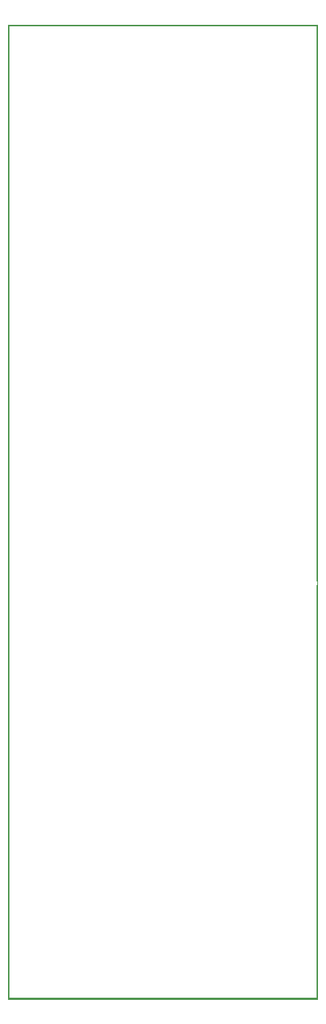
<source format=gbo>
G04 MADE WITH FRITZING*
G04 WWW.FRITZING.ORG*
G04 DOUBLE SIDED*
G04 HOLES PLATED*
G04 CONTOUR ON CENTER OF CONTOUR VECTOR*
%ASAXBY*%
%FSLAX23Y23*%
%MOIN*%
%OFA0B0*%
%SFA1.0B1.0*%
%ADD10R,0.001000X0.001000*%
%LNSILK0*%
G90*
G70*
G54D10*
X0Y4450D02*
X1418Y4450D01*
X0Y4449D02*
X1418Y4449D01*
X0Y4448D02*
X1418Y4448D01*
X0Y4447D02*
X1418Y4447D01*
X0Y4446D02*
X1418Y4446D01*
X0Y4445D02*
X1418Y4445D01*
X0Y4444D02*
X1418Y4444D01*
X0Y4443D02*
X1418Y4443D01*
X0Y4442D02*
X7Y4442D01*
X1411Y4442D02*
X1418Y4442D01*
X0Y4441D02*
X7Y4441D01*
X1411Y4441D02*
X1418Y4441D01*
X0Y4440D02*
X7Y4440D01*
X1411Y4440D02*
X1418Y4440D01*
X0Y4439D02*
X7Y4439D01*
X1411Y4439D02*
X1418Y4439D01*
X0Y4438D02*
X7Y4438D01*
X1411Y4438D02*
X1418Y4438D01*
X0Y4437D02*
X7Y4437D01*
X1411Y4437D02*
X1418Y4437D01*
X0Y4436D02*
X7Y4436D01*
X1411Y4436D02*
X1418Y4436D01*
X0Y4435D02*
X7Y4435D01*
X1411Y4435D02*
X1418Y4435D01*
X0Y4434D02*
X7Y4434D01*
X1411Y4434D02*
X1418Y4434D01*
X0Y4433D02*
X7Y4433D01*
X1411Y4433D02*
X1418Y4433D01*
X0Y4432D02*
X7Y4432D01*
X1411Y4432D02*
X1418Y4432D01*
X0Y4431D02*
X7Y4431D01*
X1411Y4431D02*
X1418Y4431D01*
X0Y4430D02*
X7Y4430D01*
X1411Y4430D02*
X1418Y4430D01*
X0Y4429D02*
X7Y4429D01*
X1411Y4429D02*
X1418Y4429D01*
X0Y4428D02*
X7Y4428D01*
X1411Y4428D02*
X1418Y4428D01*
X0Y4427D02*
X7Y4427D01*
X1411Y4427D02*
X1418Y4427D01*
X0Y4426D02*
X7Y4426D01*
X1411Y4426D02*
X1418Y4426D01*
X0Y4425D02*
X7Y4425D01*
X1411Y4425D02*
X1418Y4425D01*
X0Y4424D02*
X7Y4424D01*
X1411Y4424D02*
X1418Y4424D01*
X0Y4423D02*
X7Y4423D01*
X1411Y4423D02*
X1418Y4423D01*
X0Y4422D02*
X7Y4422D01*
X1411Y4422D02*
X1418Y4422D01*
X0Y4421D02*
X7Y4421D01*
X1411Y4421D02*
X1418Y4421D01*
X0Y4420D02*
X7Y4420D01*
X1411Y4420D02*
X1418Y4420D01*
X0Y4419D02*
X7Y4419D01*
X1411Y4419D02*
X1418Y4419D01*
X0Y4418D02*
X7Y4418D01*
X1411Y4418D02*
X1418Y4418D01*
X0Y4417D02*
X7Y4417D01*
X1411Y4417D02*
X1418Y4417D01*
X0Y4416D02*
X7Y4416D01*
X1411Y4416D02*
X1418Y4416D01*
X0Y4415D02*
X7Y4415D01*
X1411Y4415D02*
X1418Y4415D01*
X0Y4414D02*
X7Y4414D01*
X1411Y4414D02*
X1418Y4414D01*
X0Y4413D02*
X7Y4413D01*
X1411Y4413D02*
X1418Y4413D01*
X0Y4412D02*
X7Y4412D01*
X1411Y4412D02*
X1418Y4412D01*
X0Y4411D02*
X7Y4411D01*
X1411Y4411D02*
X1418Y4411D01*
X0Y4410D02*
X7Y4410D01*
X1411Y4410D02*
X1418Y4410D01*
X0Y4409D02*
X7Y4409D01*
X1411Y4409D02*
X1418Y4409D01*
X0Y4408D02*
X7Y4408D01*
X1411Y4408D02*
X1418Y4408D01*
X0Y4407D02*
X7Y4407D01*
X1411Y4407D02*
X1418Y4407D01*
X0Y4406D02*
X7Y4406D01*
X1411Y4406D02*
X1418Y4406D01*
X0Y4405D02*
X7Y4405D01*
X1411Y4405D02*
X1418Y4405D01*
X0Y4404D02*
X7Y4404D01*
X1411Y4404D02*
X1418Y4404D01*
X0Y4403D02*
X7Y4403D01*
X1411Y4403D02*
X1418Y4403D01*
X0Y4402D02*
X7Y4402D01*
X1411Y4402D02*
X1418Y4402D01*
X0Y4401D02*
X7Y4401D01*
X1411Y4401D02*
X1418Y4401D01*
X0Y4400D02*
X7Y4400D01*
X1411Y4400D02*
X1418Y4400D01*
X0Y4399D02*
X7Y4399D01*
X1411Y4399D02*
X1418Y4399D01*
X0Y4398D02*
X7Y4398D01*
X1411Y4398D02*
X1418Y4398D01*
X0Y4397D02*
X7Y4397D01*
X1411Y4397D02*
X1418Y4397D01*
X0Y4396D02*
X7Y4396D01*
X1411Y4396D02*
X1418Y4396D01*
X0Y4395D02*
X7Y4395D01*
X1411Y4395D02*
X1418Y4395D01*
X0Y4394D02*
X7Y4394D01*
X1411Y4394D02*
X1418Y4394D01*
X0Y4393D02*
X7Y4393D01*
X1411Y4393D02*
X1418Y4393D01*
X0Y4392D02*
X7Y4392D01*
X1411Y4392D02*
X1418Y4392D01*
X0Y4391D02*
X7Y4391D01*
X1411Y4391D02*
X1418Y4391D01*
X0Y4390D02*
X7Y4390D01*
X1411Y4390D02*
X1418Y4390D01*
X0Y4389D02*
X7Y4389D01*
X1411Y4389D02*
X1418Y4389D01*
X0Y4388D02*
X7Y4388D01*
X1411Y4388D02*
X1418Y4388D01*
X0Y4387D02*
X7Y4387D01*
X1411Y4387D02*
X1418Y4387D01*
X0Y4386D02*
X7Y4386D01*
X1411Y4386D02*
X1418Y4386D01*
X0Y4385D02*
X7Y4385D01*
X1411Y4385D02*
X1418Y4385D01*
X0Y4384D02*
X7Y4384D01*
X1411Y4384D02*
X1418Y4384D01*
X0Y4383D02*
X7Y4383D01*
X1411Y4383D02*
X1418Y4383D01*
X0Y4382D02*
X7Y4382D01*
X1411Y4382D02*
X1418Y4382D01*
X0Y4381D02*
X7Y4381D01*
X1411Y4381D02*
X1418Y4381D01*
X0Y4380D02*
X7Y4380D01*
X1411Y4380D02*
X1418Y4380D01*
X0Y4379D02*
X7Y4379D01*
X1411Y4379D02*
X1418Y4379D01*
X0Y4378D02*
X7Y4378D01*
X1411Y4378D02*
X1418Y4378D01*
X0Y4377D02*
X7Y4377D01*
X1411Y4377D02*
X1418Y4377D01*
X0Y4376D02*
X7Y4376D01*
X1411Y4376D02*
X1418Y4376D01*
X0Y4375D02*
X7Y4375D01*
X1411Y4375D02*
X1418Y4375D01*
X0Y4374D02*
X7Y4374D01*
X1411Y4374D02*
X1418Y4374D01*
X0Y4373D02*
X7Y4373D01*
X1411Y4373D02*
X1418Y4373D01*
X0Y4372D02*
X7Y4372D01*
X1411Y4372D02*
X1418Y4372D01*
X0Y4371D02*
X7Y4371D01*
X1411Y4371D02*
X1418Y4371D01*
X0Y4370D02*
X7Y4370D01*
X1411Y4370D02*
X1418Y4370D01*
X0Y4369D02*
X7Y4369D01*
X1411Y4369D02*
X1418Y4369D01*
X0Y4368D02*
X7Y4368D01*
X1411Y4368D02*
X1418Y4368D01*
X0Y4367D02*
X7Y4367D01*
X1411Y4367D02*
X1418Y4367D01*
X0Y4366D02*
X7Y4366D01*
X1411Y4366D02*
X1418Y4366D01*
X0Y4365D02*
X7Y4365D01*
X1411Y4365D02*
X1418Y4365D01*
X0Y4364D02*
X7Y4364D01*
X1411Y4364D02*
X1418Y4364D01*
X0Y4363D02*
X7Y4363D01*
X1411Y4363D02*
X1418Y4363D01*
X0Y4362D02*
X7Y4362D01*
X1411Y4362D02*
X1418Y4362D01*
X0Y4361D02*
X7Y4361D01*
X1411Y4361D02*
X1418Y4361D01*
X0Y4360D02*
X7Y4360D01*
X1411Y4360D02*
X1418Y4360D01*
X0Y4359D02*
X7Y4359D01*
X1411Y4359D02*
X1418Y4359D01*
X0Y4358D02*
X7Y4358D01*
X1411Y4358D02*
X1418Y4358D01*
X0Y4357D02*
X7Y4357D01*
X1411Y4357D02*
X1418Y4357D01*
X0Y4356D02*
X7Y4356D01*
X1411Y4356D02*
X1418Y4356D01*
X0Y4355D02*
X7Y4355D01*
X1411Y4355D02*
X1418Y4355D01*
X0Y4354D02*
X7Y4354D01*
X1411Y4354D02*
X1418Y4354D01*
X0Y4353D02*
X7Y4353D01*
X1411Y4353D02*
X1418Y4353D01*
X0Y4352D02*
X7Y4352D01*
X1411Y4352D02*
X1418Y4352D01*
X0Y4351D02*
X7Y4351D01*
X1411Y4351D02*
X1418Y4351D01*
X0Y4350D02*
X7Y4350D01*
X1411Y4350D02*
X1418Y4350D01*
X0Y4349D02*
X7Y4349D01*
X1411Y4349D02*
X1418Y4349D01*
X0Y4348D02*
X7Y4348D01*
X1411Y4348D02*
X1418Y4348D01*
X0Y4347D02*
X7Y4347D01*
X1411Y4347D02*
X1418Y4347D01*
X0Y4346D02*
X7Y4346D01*
X1411Y4346D02*
X1418Y4346D01*
X0Y4345D02*
X7Y4345D01*
X1411Y4345D02*
X1418Y4345D01*
X0Y4344D02*
X7Y4344D01*
X1411Y4344D02*
X1418Y4344D01*
X0Y4343D02*
X7Y4343D01*
X1411Y4343D02*
X1418Y4343D01*
X0Y4342D02*
X7Y4342D01*
X1411Y4342D02*
X1418Y4342D01*
X0Y4341D02*
X7Y4341D01*
X1411Y4341D02*
X1418Y4341D01*
X0Y4340D02*
X7Y4340D01*
X1411Y4340D02*
X1418Y4340D01*
X0Y4339D02*
X7Y4339D01*
X1411Y4339D02*
X1418Y4339D01*
X0Y4338D02*
X7Y4338D01*
X1411Y4338D02*
X1418Y4338D01*
X0Y4337D02*
X7Y4337D01*
X1411Y4337D02*
X1418Y4337D01*
X0Y4336D02*
X7Y4336D01*
X1411Y4336D02*
X1418Y4336D01*
X0Y4335D02*
X7Y4335D01*
X1411Y4335D02*
X1418Y4335D01*
X0Y4334D02*
X7Y4334D01*
X1411Y4334D02*
X1418Y4334D01*
X0Y4333D02*
X7Y4333D01*
X1411Y4333D02*
X1418Y4333D01*
X0Y4332D02*
X7Y4332D01*
X1411Y4332D02*
X1418Y4332D01*
X0Y4331D02*
X7Y4331D01*
X1411Y4331D02*
X1418Y4331D01*
X0Y4330D02*
X7Y4330D01*
X1411Y4330D02*
X1418Y4330D01*
X0Y4329D02*
X7Y4329D01*
X1411Y4329D02*
X1418Y4329D01*
X0Y4328D02*
X7Y4328D01*
X1411Y4328D02*
X1418Y4328D01*
X0Y4327D02*
X7Y4327D01*
X1411Y4327D02*
X1418Y4327D01*
X0Y4326D02*
X7Y4326D01*
X1411Y4326D02*
X1418Y4326D01*
X0Y4325D02*
X7Y4325D01*
X1411Y4325D02*
X1418Y4325D01*
X0Y4324D02*
X7Y4324D01*
X1411Y4324D02*
X1418Y4324D01*
X0Y4323D02*
X7Y4323D01*
X1411Y4323D02*
X1418Y4323D01*
X0Y4322D02*
X7Y4322D01*
X1411Y4322D02*
X1418Y4322D01*
X0Y4321D02*
X7Y4321D01*
X1411Y4321D02*
X1418Y4321D01*
X0Y4320D02*
X7Y4320D01*
X1411Y4320D02*
X1418Y4320D01*
X0Y4319D02*
X7Y4319D01*
X1411Y4319D02*
X1418Y4319D01*
X0Y4318D02*
X7Y4318D01*
X1411Y4318D02*
X1418Y4318D01*
X0Y4317D02*
X7Y4317D01*
X1411Y4317D02*
X1418Y4317D01*
X0Y4316D02*
X7Y4316D01*
X1411Y4316D02*
X1418Y4316D01*
X0Y4315D02*
X7Y4315D01*
X1411Y4315D02*
X1418Y4315D01*
X0Y4314D02*
X7Y4314D01*
X1411Y4314D02*
X1418Y4314D01*
X0Y4313D02*
X7Y4313D01*
X1411Y4313D02*
X1418Y4313D01*
X0Y4312D02*
X7Y4312D01*
X1411Y4312D02*
X1418Y4312D01*
X0Y4311D02*
X7Y4311D01*
X1411Y4311D02*
X1418Y4311D01*
X0Y4310D02*
X7Y4310D01*
X1411Y4310D02*
X1418Y4310D01*
X0Y4309D02*
X7Y4309D01*
X1411Y4309D02*
X1418Y4309D01*
X0Y4308D02*
X7Y4308D01*
X1411Y4308D02*
X1418Y4308D01*
X0Y4307D02*
X7Y4307D01*
X1411Y4307D02*
X1418Y4307D01*
X0Y4306D02*
X7Y4306D01*
X1411Y4306D02*
X1418Y4306D01*
X0Y4305D02*
X7Y4305D01*
X1411Y4305D02*
X1418Y4305D01*
X0Y4304D02*
X7Y4304D01*
X1411Y4304D02*
X1418Y4304D01*
X0Y4303D02*
X7Y4303D01*
X1411Y4303D02*
X1418Y4303D01*
X0Y4302D02*
X7Y4302D01*
X1411Y4302D02*
X1418Y4302D01*
X0Y4301D02*
X7Y4301D01*
X1411Y4301D02*
X1418Y4301D01*
X0Y4300D02*
X7Y4300D01*
X1411Y4300D02*
X1418Y4300D01*
X0Y4299D02*
X7Y4299D01*
X1411Y4299D02*
X1418Y4299D01*
X0Y4298D02*
X7Y4298D01*
X1411Y4298D02*
X1418Y4298D01*
X0Y4297D02*
X7Y4297D01*
X1411Y4297D02*
X1418Y4297D01*
X0Y4296D02*
X7Y4296D01*
X1411Y4296D02*
X1418Y4296D01*
X0Y4295D02*
X7Y4295D01*
X1411Y4295D02*
X1418Y4295D01*
X0Y4294D02*
X7Y4294D01*
X1411Y4294D02*
X1418Y4294D01*
X0Y4293D02*
X7Y4293D01*
X1411Y4293D02*
X1418Y4293D01*
X0Y4292D02*
X7Y4292D01*
X1411Y4292D02*
X1418Y4292D01*
X0Y4291D02*
X7Y4291D01*
X1411Y4291D02*
X1418Y4291D01*
X0Y4290D02*
X7Y4290D01*
X1411Y4290D02*
X1418Y4290D01*
X0Y4289D02*
X7Y4289D01*
X1411Y4289D02*
X1418Y4289D01*
X0Y4288D02*
X7Y4288D01*
X1411Y4288D02*
X1418Y4288D01*
X0Y4287D02*
X7Y4287D01*
X1411Y4287D02*
X1418Y4287D01*
X0Y4286D02*
X7Y4286D01*
X1411Y4286D02*
X1418Y4286D01*
X0Y4285D02*
X7Y4285D01*
X1411Y4285D02*
X1418Y4285D01*
X0Y4284D02*
X7Y4284D01*
X1411Y4284D02*
X1418Y4284D01*
X0Y4283D02*
X7Y4283D01*
X1411Y4283D02*
X1418Y4283D01*
X0Y4282D02*
X7Y4282D01*
X1411Y4282D02*
X1418Y4282D01*
X0Y4281D02*
X7Y4281D01*
X1411Y4281D02*
X1418Y4281D01*
X0Y4280D02*
X7Y4280D01*
X1411Y4280D02*
X1418Y4280D01*
X0Y4279D02*
X7Y4279D01*
X1411Y4279D02*
X1418Y4279D01*
X0Y4278D02*
X7Y4278D01*
X1411Y4278D02*
X1418Y4278D01*
X0Y4277D02*
X7Y4277D01*
X1411Y4277D02*
X1418Y4277D01*
X0Y4276D02*
X7Y4276D01*
X1411Y4276D02*
X1418Y4276D01*
X0Y4275D02*
X7Y4275D01*
X1411Y4275D02*
X1418Y4275D01*
X0Y4274D02*
X7Y4274D01*
X1411Y4274D02*
X1418Y4274D01*
X0Y4273D02*
X7Y4273D01*
X1411Y4273D02*
X1418Y4273D01*
X0Y4272D02*
X7Y4272D01*
X1411Y4272D02*
X1418Y4272D01*
X0Y4271D02*
X7Y4271D01*
X1411Y4271D02*
X1418Y4271D01*
X0Y4270D02*
X7Y4270D01*
X1411Y4270D02*
X1418Y4270D01*
X0Y4269D02*
X7Y4269D01*
X1411Y4269D02*
X1418Y4269D01*
X0Y4268D02*
X7Y4268D01*
X1411Y4268D02*
X1418Y4268D01*
X0Y4267D02*
X7Y4267D01*
X1411Y4267D02*
X1418Y4267D01*
X0Y4266D02*
X7Y4266D01*
X1411Y4266D02*
X1418Y4266D01*
X0Y4265D02*
X7Y4265D01*
X1411Y4265D02*
X1418Y4265D01*
X0Y4264D02*
X7Y4264D01*
X1411Y4264D02*
X1418Y4264D01*
X0Y4263D02*
X7Y4263D01*
X1411Y4263D02*
X1418Y4263D01*
X0Y4262D02*
X7Y4262D01*
X1411Y4262D02*
X1418Y4262D01*
X0Y4261D02*
X7Y4261D01*
X1411Y4261D02*
X1418Y4261D01*
X0Y4260D02*
X7Y4260D01*
X1411Y4260D02*
X1418Y4260D01*
X0Y4259D02*
X7Y4259D01*
X1411Y4259D02*
X1418Y4259D01*
X0Y4258D02*
X7Y4258D01*
X1411Y4258D02*
X1418Y4258D01*
X0Y4257D02*
X7Y4257D01*
X1411Y4257D02*
X1418Y4257D01*
X0Y4256D02*
X7Y4256D01*
X1411Y4256D02*
X1418Y4256D01*
X0Y4255D02*
X7Y4255D01*
X1411Y4255D02*
X1418Y4255D01*
X0Y4254D02*
X7Y4254D01*
X1411Y4254D02*
X1418Y4254D01*
X0Y4253D02*
X7Y4253D01*
X1411Y4253D02*
X1418Y4253D01*
X0Y4252D02*
X7Y4252D01*
X1411Y4252D02*
X1418Y4252D01*
X0Y4251D02*
X7Y4251D01*
X1411Y4251D02*
X1418Y4251D01*
X0Y4250D02*
X7Y4250D01*
X1411Y4250D02*
X1418Y4250D01*
X0Y4249D02*
X7Y4249D01*
X1411Y4249D02*
X1418Y4249D01*
X0Y4248D02*
X7Y4248D01*
X1411Y4248D02*
X1418Y4248D01*
X0Y4247D02*
X7Y4247D01*
X1411Y4247D02*
X1418Y4247D01*
X0Y4246D02*
X7Y4246D01*
X1411Y4246D02*
X1418Y4246D01*
X0Y4245D02*
X7Y4245D01*
X1411Y4245D02*
X1418Y4245D01*
X0Y4244D02*
X7Y4244D01*
X1411Y4244D02*
X1418Y4244D01*
X0Y4243D02*
X7Y4243D01*
X1411Y4243D02*
X1418Y4243D01*
X0Y4242D02*
X7Y4242D01*
X1411Y4242D02*
X1418Y4242D01*
X0Y4241D02*
X7Y4241D01*
X1411Y4241D02*
X1418Y4241D01*
X0Y4240D02*
X7Y4240D01*
X1411Y4240D02*
X1418Y4240D01*
X0Y4239D02*
X7Y4239D01*
X1411Y4239D02*
X1418Y4239D01*
X0Y4238D02*
X7Y4238D01*
X1411Y4238D02*
X1418Y4238D01*
X0Y4237D02*
X7Y4237D01*
X1411Y4237D02*
X1418Y4237D01*
X0Y4236D02*
X7Y4236D01*
X1411Y4236D02*
X1418Y4236D01*
X0Y4235D02*
X7Y4235D01*
X1411Y4235D02*
X1418Y4235D01*
X0Y4234D02*
X7Y4234D01*
X1411Y4234D02*
X1418Y4234D01*
X0Y4233D02*
X7Y4233D01*
X1411Y4233D02*
X1418Y4233D01*
X0Y4232D02*
X7Y4232D01*
X1411Y4232D02*
X1418Y4232D01*
X0Y4231D02*
X7Y4231D01*
X1411Y4231D02*
X1418Y4231D01*
X0Y4230D02*
X7Y4230D01*
X1411Y4230D02*
X1418Y4230D01*
X0Y4229D02*
X7Y4229D01*
X1411Y4229D02*
X1418Y4229D01*
X0Y4228D02*
X7Y4228D01*
X1411Y4228D02*
X1418Y4228D01*
X0Y4227D02*
X7Y4227D01*
X1411Y4227D02*
X1418Y4227D01*
X0Y4226D02*
X7Y4226D01*
X1411Y4226D02*
X1418Y4226D01*
X0Y4225D02*
X7Y4225D01*
X1411Y4225D02*
X1418Y4225D01*
X0Y4224D02*
X7Y4224D01*
X1411Y4224D02*
X1418Y4224D01*
X0Y4223D02*
X7Y4223D01*
X1411Y4223D02*
X1418Y4223D01*
X0Y4222D02*
X7Y4222D01*
X1411Y4222D02*
X1418Y4222D01*
X0Y4221D02*
X7Y4221D01*
X1411Y4221D02*
X1418Y4221D01*
X0Y4220D02*
X7Y4220D01*
X1411Y4220D02*
X1418Y4220D01*
X0Y4219D02*
X7Y4219D01*
X1411Y4219D02*
X1418Y4219D01*
X0Y4218D02*
X7Y4218D01*
X1411Y4218D02*
X1418Y4218D01*
X0Y4217D02*
X7Y4217D01*
X1411Y4217D02*
X1418Y4217D01*
X0Y4216D02*
X7Y4216D01*
X1411Y4216D02*
X1418Y4216D01*
X0Y4215D02*
X7Y4215D01*
X1411Y4215D02*
X1418Y4215D01*
X0Y4214D02*
X7Y4214D01*
X1411Y4214D02*
X1418Y4214D01*
X0Y4213D02*
X7Y4213D01*
X1411Y4213D02*
X1418Y4213D01*
X0Y4212D02*
X7Y4212D01*
X1411Y4212D02*
X1418Y4212D01*
X0Y4211D02*
X7Y4211D01*
X1411Y4211D02*
X1418Y4211D01*
X0Y4210D02*
X7Y4210D01*
X1411Y4210D02*
X1418Y4210D01*
X0Y4209D02*
X7Y4209D01*
X1411Y4209D02*
X1418Y4209D01*
X0Y4208D02*
X7Y4208D01*
X1411Y4208D02*
X1418Y4208D01*
X0Y4207D02*
X7Y4207D01*
X1411Y4207D02*
X1418Y4207D01*
X0Y4206D02*
X7Y4206D01*
X1411Y4206D02*
X1418Y4206D01*
X0Y4205D02*
X7Y4205D01*
X1411Y4205D02*
X1418Y4205D01*
X0Y4204D02*
X7Y4204D01*
X1411Y4204D02*
X1418Y4204D01*
X0Y4203D02*
X7Y4203D01*
X1411Y4203D02*
X1418Y4203D01*
X0Y4202D02*
X7Y4202D01*
X1411Y4202D02*
X1418Y4202D01*
X0Y4201D02*
X7Y4201D01*
X1411Y4201D02*
X1418Y4201D01*
X0Y4200D02*
X7Y4200D01*
X1411Y4200D02*
X1418Y4200D01*
X0Y4199D02*
X7Y4199D01*
X1411Y4199D02*
X1418Y4199D01*
X0Y4198D02*
X7Y4198D01*
X1411Y4198D02*
X1418Y4198D01*
X0Y4197D02*
X7Y4197D01*
X1411Y4197D02*
X1418Y4197D01*
X0Y4196D02*
X7Y4196D01*
X1411Y4196D02*
X1418Y4196D01*
X0Y4195D02*
X7Y4195D01*
X1411Y4195D02*
X1418Y4195D01*
X0Y4194D02*
X7Y4194D01*
X1411Y4194D02*
X1418Y4194D01*
X0Y4193D02*
X7Y4193D01*
X1411Y4193D02*
X1418Y4193D01*
X0Y4192D02*
X7Y4192D01*
X1411Y4192D02*
X1418Y4192D01*
X0Y4191D02*
X7Y4191D01*
X1411Y4191D02*
X1418Y4191D01*
X0Y4190D02*
X7Y4190D01*
X1411Y4190D02*
X1418Y4190D01*
X0Y4189D02*
X7Y4189D01*
X1411Y4189D02*
X1418Y4189D01*
X0Y4188D02*
X7Y4188D01*
X1411Y4188D02*
X1418Y4188D01*
X0Y4187D02*
X7Y4187D01*
X1411Y4187D02*
X1418Y4187D01*
X0Y4186D02*
X7Y4186D01*
X1411Y4186D02*
X1418Y4186D01*
X0Y4185D02*
X7Y4185D01*
X1411Y4185D02*
X1418Y4185D01*
X0Y4184D02*
X7Y4184D01*
X1411Y4184D02*
X1418Y4184D01*
X0Y4183D02*
X7Y4183D01*
X1411Y4183D02*
X1418Y4183D01*
X0Y4182D02*
X7Y4182D01*
X1411Y4182D02*
X1418Y4182D01*
X0Y4181D02*
X7Y4181D01*
X1411Y4181D02*
X1418Y4181D01*
X0Y4180D02*
X7Y4180D01*
X1411Y4180D02*
X1418Y4180D01*
X0Y4179D02*
X7Y4179D01*
X1411Y4179D02*
X1418Y4179D01*
X0Y4178D02*
X7Y4178D01*
X1411Y4178D02*
X1418Y4178D01*
X0Y4177D02*
X7Y4177D01*
X1411Y4177D02*
X1418Y4177D01*
X0Y4176D02*
X7Y4176D01*
X1411Y4176D02*
X1418Y4176D01*
X0Y4175D02*
X7Y4175D01*
X1411Y4175D02*
X1418Y4175D01*
X0Y4174D02*
X7Y4174D01*
X1411Y4174D02*
X1418Y4174D01*
X0Y4173D02*
X7Y4173D01*
X1411Y4173D02*
X1418Y4173D01*
X0Y4172D02*
X7Y4172D01*
X1411Y4172D02*
X1418Y4172D01*
X0Y4171D02*
X7Y4171D01*
X1411Y4171D02*
X1418Y4171D01*
X0Y4170D02*
X7Y4170D01*
X1411Y4170D02*
X1418Y4170D01*
X0Y4169D02*
X7Y4169D01*
X1411Y4169D02*
X1418Y4169D01*
X0Y4168D02*
X7Y4168D01*
X1411Y4168D02*
X1418Y4168D01*
X0Y4167D02*
X7Y4167D01*
X1411Y4167D02*
X1418Y4167D01*
X0Y4166D02*
X7Y4166D01*
X1411Y4166D02*
X1418Y4166D01*
X0Y4165D02*
X7Y4165D01*
X1411Y4165D02*
X1418Y4165D01*
X0Y4164D02*
X7Y4164D01*
X1411Y4164D02*
X1418Y4164D01*
X0Y4163D02*
X7Y4163D01*
X1411Y4163D02*
X1418Y4163D01*
X0Y4162D02*
X7Y4162D01*
X1411Y4162D02*
X1418Y4162D01*
X0Y4161D02*
X7Y4161D01*
X1411Y4161D02*
X1418Y4161D01*
X0Y4160D02*
X7Y4160D01*
X1411Y4160D02*
X1418Y4160D01*
X0Y4159D02*
X7Y4159D01*
X1411Y4159D02*
X1418Y4159D01*
X0Y4158D02*
X7Y4158D01*
X1411Y4158D02*
X1418Y4158D01*
X0Y4157D02*
X7Y4157D01*
X1411Y4157D02*
X1418Y4157D01*
X0Y4156D02*
X7Y4156D01*
X1411Y4156D02*
X1418Y4156D01*
X0Y4155D02*
X7Y4155D01*
X1411Y4155D02*
X1418Y4155D01*
X0Y4154D02*
X7Y4154D01*
X1411Y4154D02*
X1418Y4154D01*
X0Y4153D02*
X7Y4153D01*
X1411Y4153D02*
X1418Y4153D01*
X0Y4152D02*
X7Y4152D01*
X1411Y4152D02*
X1418Y4152D01*
X0Y4151D02*
X7Y4151D01*
X1411Y4151D02*
X1418Y4151D01*
X0Y4150D02*
X7Y4150D01*
X1411Y4150D02*
X1418Y4150D01*
X0Y4149D02*
X7Y4149D01*
X1411Y4149D02*
X1418Y4149D01*
X0Y4148D02*
X7Y4148D01*
X1411Y4148D02*
X1418Y4148D01*
X0Y4147D02*
X7Y4147D01*
X1411Y4147D02*
X1418Y4147D01*
X0Y4146D02*
X7Y4146D01*
X1411Y4146D02*
X1418Y4146D01*
X0Y4145D02*
X7Y4145D01*
X1411Y4145D02*
X1418Y4145D01*
X0Y4144D02*
X7Y4144D01*
X1411Y4144D02*
X1418Y4144D01*
X0Y4143D02*
X7Y4143D01*
X1411Y4143D02*
X1418Y4143D01*
X0Y4142D02*
X7Y4142D01*
X1411Y4142D02*
X1418Y4142D01*
X0Y4141D02*
X7Y4141D01*
X1411Y4141D02*
X1418Y4141D01*
X0Y4140D02*
X7Y4140D01*
X1411Y4140D02*
X1418Y4140D01*
X0Y4139D02*
X7Y4139D01*
X1411Y4139D02*
X1418Y4139D01*
X0Y4138D02*
X7Y4138D01*
X1411Y4138D02*
X1418Y4138D01*
X0Y4137D02*
X7Y4137D01*
X1411Y4137D02*
X1418Y4137D01*
X0Y4136D02*
X7Y4136D01*
X1411Y4136D02*
X1418Y4136D01*
X0Y4135D02*
X7Y4135D01*
X1411Y4135D02*
X1418Y4135D01*
X0Y4134D02*
X7Y4134D01*
X1411Y4134D02*
X1418Y4134D01*
X0Y4133D02*
X7Y4133D01*
X1411Y4133D02*
X1418Y4133D01*
X0Y4132D02*
X7Y4132D01*
X1411Y4132D02*
X1418Y4132D01*
X0Y4131D02*
X7Y4131D01*
X1411Y4131D02*
X1418Y4131D01*
X0Y4130D02*
X7Y4130D01*
X1411Y4130D02*
X1418Y4130D01*
X0Y4129D02*
X7Y4129D01*
X1411Y4129D02*
X1418Y4129D01*
X0Y4128D02*
X7Y4128D01*
X1411Y4128D02*
X1418Y4128D01*
X0Y4127D02*
X7Y4127D01*
X1411Y4127D02*
X1418Y4127D01*
X0Y4126D02*
X7Y4126D01*
X1411Y4126D02*
X1418Y4126D01*
X0Y4125D02*
X7Y4125D01*
X1411Y4125D02*
X1418Y4125D01*
X0Y4124D02*
X7Y4124D01*
X1411Y4124D02*
X1418Y4124D01*
X0Y4123D02*
X7Y4123D01*
X1411Y4123D02*
X1418Y4123D01*
X0Y4122D02*
X7Y4122D01*
X1411Y4122D02*
X1418Y4122D01*
X0Y4121D02*
X7Y4121D01*
X1411Y4121D02*
X1418Y4121D01*
X0Y4120D02*
X7Y4120D01*
X1411Y4120D02*
X1418Y4120D01*
X0Y4119D02*
X7Y4119D01*
X1411Y4119D02*
X1418Y4119D01*
X0Y4118D02*
X7Y4118D01*
X1411Y4118D02*
X1418Y4118D01*
X0Y4117D02*
X7Y4117D01*
X1411Y4117D02*
X1418Y4117D01*
X0Y4116D02*
X7Y4116D01*
X1411Y4116D02*
X1418Y4116D01*
X0Y4115D02*
X7Y4115D01*
X1411Y4115D02*
X1418Y4115D01*
X0Y4114D02*
X7Y4114D01*
X1411Y4114D02*
X1418Y4114D01*
X0Y4113D02*
X7Y4113D01*
X1411Y4113D02*
X1418Y4113D01*
X0Y4112D02*
X7Y4112D01*
X1411Y4112D02*
X1418Y4112D01*
X0Y4111D02*
X7Y4111D01*
X1411Y4111D02*
X1418Y4111D01*
X0Y4110D02*
X7Y4110D01*
X1411Y4110D02*
X1418Y4110D01*
X0Y4109D02*
X7Y4109D01*
X1411Y4109D02*
X1418Y4109D01*
X0Y4108D02*
X7Y4108D01*
X1411Y4108D02*
X1418Y4108D01*
X0Y4107D02*
X7Y4107D01*
X1411Y4107D02*
X1418Y4107D01*
X0Y4106D02*
X7Y4106D01*
X1411Y4106D02*
X1418Y4106D01*
X0Y4105D02*
X7Y4105D01*
X1411Y4105D02*
X1418Y4105D01*
X0Y4104D02*
X7Y4104D01*
X1411Y4104D02*
X1418Y4104D01*
X0Y4103D02*
X7Y4103D01*
X1411Y4103D02*
X1418Y4103D01*
X0Y4102D02*
X7Y4102D01*
X1411Y4102D02*
X1418Y4102D01*
X0Y4101D02*
X7Y4101D01*
X1411Y4101D02*
X1418Y4101D01*
X0Y4100D02*
X7Y4100D01*
X1411Y4100D02*
X1418Y4100D01*
X0Y4099D02*
X7Y4099D01*
X1411Y4099D02*
X1418Y4099D01*
X0Y4098D02*
X7Y4098D01*
X1411Y4098D02*
X1418Y4098D01*
X0Y4097D02*
X7Y4097D01*
X1411Y4097D02*
X1418Y4097D01*
X0Y4096D02*
X7Y4096D01*
X1411Y4096D02*
X1418Y4096D01*
X0Y4095D02*
X7Y4095D01*
X1411Y4095D02*
X1418Y4095D01*
X0Y4094D02*
X7Y4094D01*
X1411Y4094D02*
X1418Y4094D01*
X0Y4093D02*
X7Y4093D01*
X1411Y4093D02*
X1418Y4093D01*
X0Y4092D02*
X7Y4092D01*
X1411Y4092D02*
X1418Y4092D01*
X0Y4091D02*
X7Y4091D01*
X1411Y4091D02*
X1418Y4091D01*
X0Y4090D02*
X7Y4090D01*
X1411Y4090D02*
X1418Y4090D01*
X0Y4089D02*
X7Y4089D01*
X1411Y4089D02*
X1418Y4089D01*
X0Y4088D02*
X7Y4088D01*
X1411Y4088D02*
X1418Y4088D01*
X0Y4087D02*
X7Y4087D01*
X1411Y4087D02*
X1418Y4087D01*
X0Y4086D02*
X7Y4086D01*
X1411Y4086D02*
X1418Y4086D01*
X0Y4085D02*
X7Y4085D01*
X1411Y4085D02*
X1418Y4085D01*
X0Y4084D02*
X7Y4084D01*
X1411Y4084D02*
X1418Y4084D01*
X0Y4083D02*
X7Y4083D01*
X1411Y4083D02*
X1418Y4083D01*
X0Y4082D02*
X7Y4082D01*
X1411Y4082D02*
X1418Y4082D01*
X0Y4081D02*
X7Y4081D01*
X1411Y4081D02*
X1418Y4081D01*
X0Y4080D02*
X7Y4080D01*
X1411Y4080D02*
X1418Y4080D01*
X0Y4079D02*
X7Y4079D01*
X1411Y4079D02*
X1418Y4079D01*
X0Y4078D02*
X7Y4078D01*
X1411Y4078D02*
X1418Y4078D01*
X0Y4077D02*
X7Y4077D01*
X1411Y4077D02*
X1418Y4077D01*
X0Y4076D02*
X7Y4076D01*
X1411Y4076D02*
X1418Y4076D01*
X0Y4075D02*
X7Y4075D01*
X1411Y4075D02*
X1418Y4075D01*
X0Y4074D02*
X7Y4074D01*
X1411Y4074D02*
X1418Y4074D01*
X0Y4073D02*
X7Y4073D01*
X1411Y4073D02*
X1418Y4073D01*
X0Y4072D02*
X7Y4072D01*
X1411Y4072D02*
X1418Y4072D01*
X0Y4071D02*
X7Y4071D01*
X1411Y4071D02*
X1418Y4071D01*
X0Y4070D02*
X7Y4070D01*
X1411Y4070D02*
X1418Y4070D01*
X0Y4069D02*
X7Y4069D01*
X1411Y4069D02*
X1418Y4069D01*
X0Y4068D02*
X7Y4068D01*
X1411Y4068D02*
X1418Y4068D01*
X0Y4067D02*
X7Y4067D01*
X1411Y4067D02*
X1418Y4067D01*
X0Y4066D02*
X7Y4066D01*
X1411Y4066D02*
X1418Y4066D01*
X0Y4065D02*
X7Y4065D01*
X1411Y4065D02*
X1418Y4065D01*
X0Y4064D02*
X7Y4064D01*
X1411Y4064D02*
X1418Y4064D01*
X0Y4063D02*
X7Y4063D01*
X1411Y4063D02*
X1418Y4063D01*
X0Y4062D02*
X7Y4062D01*
X1411Y4062D02*
X1418Y4062D01*
X0Y4061D02*
X7Y4061D01*
X1411Y4061D02*
X1418Y4061D01*
X0Y4060D02*
X7Y4060D01*
X1411Y4060D02*
X1418Y4060D01*
X0Y4059D02*
X7Y4059D01*
X1411Y4059D02*
X1418Y4059D01*
X0Y4058D02*
X7Y4058D01*
X1411Y4058D02*
X1418Y4058D01*
X0Y4057D02*
X7Y4057D01*
X1411Y4057D02*
X1418Y4057D01*
X0Y4056D02*
X7Y4056D01*
X1411Y4056D02*
X1418Y4056D01*
X0Y4055D02*
X7Y4055D01*
X1411Y4055D02*
X1418Y4055D01*
X0Y4054D02*
X7Y4054D01*
X1411Y4054D02*
X1418Y4054D01*
X0Y4053D02*
X7Y4053D01*
X1411Y4053D02*
X1418Y4053D01*
X0Y4052D02*
X7Y4052D01*
X1411Y4052D02*
X1418Y4052D01*
X0Y4051D02*
X7Y4051D01*
X1411Y4051D02*
X1418Y4051D01*
X0Y4050D02*
X7Y4050D01*
X1411Y4050D02*
X1418Y4050D01*
X0Y4049D02*
X7Y4049D01*
X1411Y4049D02*
X1418Y4049D01*
X0Y4048D02*
X7Y4048D01*
X1411Y4048D02*
X1418Y4048D01*
X0Y4047D02*
X7Y4047D01*
X1411Y4047D02*
X1418Y4047D01*
X0Y4046D02*
X7Y4046D01*
X1411Y4046D02*
X1418Y4046D01*
X0Y4045D02*
X7Y4045D01*
X1411Y4045D02*
X1418Y4045D01*
X0Y4044D02*
X7Y4044D01*
X1411Y4044D02*
X1418Y4044D01*
X0Y4043D02*
X7Y4043D01*
X1411Y4043D02*
X1418Y4043D01*
X0Y4042D02*
X7Y4042D01*
X1411Y4042D02*
X1418Y4042D01*
X0Y4041D02*
X7Y4041D01*
X1411Y4041D02*
X1418Y4041D01*
X0Y4040D02*
X7Y4040D01*
X1411Y4040D02*
X1418Y4040D01*
X0Y4039D02*
X7Y4039D01*
X1411Y4039D02*
X1418Y4039D01*
X0Y4038D02*
X7Y4038D01*
X1411Y4038D02*
X1418Y4038D01*
X0Y4037D02*
X7Y4037D01*
X1411Y4037D02*
X1418Y4037D01*
X0Y4036D02*
X7Y4036D01*
X1411Y4036D02*
X1418Y4036D01*
X0Y4035D02*
X7Y4035D01*
X1411Y4035D02*
X1418Y4035D01*
X0Y4034D02*
X7Y4034D01*
X1411Y4034D02*
X1418Y4034D01*
X0Y4033D02*
X7Y4033D01*
X1411Y4033D02*
X1418Y4033D01*
X0Y4032D02*
X7Y4032D01*
X1411Y4032D02*
X1418Y4032D01*
X0Y4031D02*
X7Y4031D01*
X1411Y4031D02*
X1418Y4031D01*
X0Y4030D02*
X7Y4030D01*
X1411Y4030D02*
X1418Y4030D01*
X0Y4029D02*
X7Y4029D01*
X1411Y4029D02*
X1418Y4029D01*
X0Y4028D02*
X7Y4028D01*
X1411Y4028D02*
X1418Y4028D01*
X0Y4027D02*
X7Y4027D01*
X1411Y4027D02*
X1418Y4027D01*
X0Y4026D02*
X7Y4026D01*
X1411Y4026D02*
X1418Y4026D01*
X0Y4025D02*
X7Y4025D01*
X1411Y4025D02*
X1418Y4025D01*
X0Y4024D02*
X7Y4024D01*
X1411Y4024D02*
X1418Y4024D01*
X0Y4023D02*
X7Y4023D01*
X1411Y4023D02*
X1418Y4023D01*
X0Y4022D02*
X7Y4022D01*
X1411Y4022D02*
X1418Y4022D01*
X0Y4021D02*
X7Y4021D01*
X1411Y4021D02*
X1418Y4021D01*
X0Y4020D02*
X7Y4020D01*
X1411Y4020D02*
X1418Y4020D01*
X0Y4019D02*
X7Y4019D01*
X1411Y4019D02*
X1418Y4019D01*
X0Y4018D02*
X7Y4018D01*
X1411Y4018D02*
X1418Y4018D01*
X0Y4017D02*
X7Y4017D01*
X1411Y4017D02*
X1418Y4017D01*
X0Y4016D02*
X7Y4016D01*
X1411Y4016D02*
X1418Y4016D01*
X0Y4015D02*
X7Y4015D01*
X1411Y4015D02*
X1418Y4015D01*
X0Y4014D02*
X7Y4014D01*
X1411Y4014D02*
X1418Y4014D01*
X0Y4013D02*
X7Y4013D01*
X1411Y4013D02*
X1418Y4013D01*
X0Y4012D02*
X7Y4012D01*
X1411Y4012D02*
X1418Y4012D01*
X0Y4011D02*
X7Y4011D01*
X1411Y4011D02*
X1418Y4011D01*
X0Y4010D02*
X7Y4010D01*
X1411Y4010D02*
X1418Y4010D01*
X0Y4009D02*
X7Y4009D01*
X1411Y4009D02*
X1418Y4009D01*
X0Y4008D02*
X7Y4008D01*
X1411Y4008D02*
X1418Y4008D01*
X0Y4007D02*
X7Y4007D01*
X1411Y4007D02*
X1418Y4007D01*
X0Y4006D02*
X7Y4006D01*
X1411Y4006D02*
X1418Y4006D01*
X0Y4005D02*
X7Y4005D01*
X1411Y4005D02*
X1418Y4005D01*
X0Y4004D02*
X7Y4004D01*
X1411Y4004D02*
X1418Y4004D01*
X0Y4003D02*
X7Y4003D01*
X1411Y4003D02*
X1418Y4003D01*
X0Y4002D02*
X7Y4002D01*
X1411Y4002D02*
X1418Y4002D01*
X0Y4001D02*
X7Y4001D01*
X1411Y4001D02*
X1418Y4001D01*
X0Y4000D02*
X7Y4000D01*
X1411Y4000D02*
X1418Y4000D01*
X0Y3999D02*
X7Y3999D01*
X1411Y3999D02*
X1418Y3999D01*
X0Y3998D02*
X7Y3998D01*
X1411Y3998D02*
X1418Y3998D01*
X0Y3997D02*
X7Y3997D01*
X1411Y3997D02*
X1418Y3997D01*
X0Y3996D02*
X7Y3996D01*
X1411Y3996D02*
X1418Y3996D01*
X0Y3995D02*
X7Y3995D01*
X1411Y3995D02*
X1418Y3995D01*
X0Y3994D02*
X7Y3994D01*
X1411Y3994D02*
X1418Y3994D01*
X0Y3993D02*
X7Y3993D01*
X1411Y3993D02*
X1418Y3993D01*
X0Y3992D02*
X7Y3992D01*
X1411Y3992D02*
X1418Y3992D01*
X0Y3991D02*
X7Y3991D01*
X1411Y3991D02*
X1418Y3991D01*
X0Y3990D02*
X7Y3990D01*
X1411Y3990D02*
X1418Y3990D01*
X0Y3989D02*
X7Y3989D01*
X1411Y3989D02*
X1418Y3989D01*
X0Y3988D02*
X7Y3988D01*
X1411Y3988D02*
X1418Y3988D01*
X0Y3987D02*
X7Y3987D01*
X1411Y3987D02*
X1418Y3987D01*
X0Y3986D02*
X7Y3986D01*
X1411Y3986D02*
X1418Y3986D01*
X0Y3985D02*
X7Y3985D01*
X1411Y3985D02*
X1418Y3985D01*
X0Y3984D02*
X7Y3984D01*
X1411Y3984D02*
X1418Y3984D01*
X0Y3983D02*
X7Y3983D01*
X1411Y3983D02*
X1418Y3983D01*
X0Y3982D02*
X7Y3982D01*
X1411Y3982D02*
X1418Y3982D01*
X0Y3981D02*
X7Y3981D01*
X1411Y3981D02*
X1418Y3981D01*
X0Y3980D02*
X7Y3980D01*
X1411Y3980D02*
X1418Y3980D01*
X0Y3979D02*
X7Y3979D01*
X1411Y3979D02*
X1418Y3979D01*
X0Y3978D02*
X7Y3978D01*
X1411Y3978D02*
X1418Y3978D01*
X0Y3977D02*
X7Y3977D01*
X1411Y3977D02*
X1418Y3977D01*
X0Y3976D02*
X7Y3976D01*
X1411Y3976D02*
X1418Y3976D01*
X0Y3975D02*
X7Y3975D01*
X1411Y3975D02*
X1418Y3975D01*
X0Y3974D02*
X7Y3974D01*
X1411Y3974D02*
X1418Y3974D01*
X0Y3973D02*
X7Y3973D01*
X1411Y3973D02*
X1418Y3973D01*
X0Y3972D02*
X7Y3972D01*
X1411Y3972D02*
X1418Y3972D01*
X0Y3971D02*
X7Y3971D01*
X1411Y3971D02*
X1418Y3971D01*
X0Y3970D02*
X7Y3970D01*
X1411Y3970D02*
X1418Y3970D01*
X0Y3969D02*
X7Y3969D01*
X1411Y3969D02*
X1418Y3969D01*
X0Y3968D02*
X7Y3968D01*
X1411Y3968D02*
X1418Y3968D01*
X0Y3967D02*
X7Y3967D01*
X1411Y3967D02*
X1418Y3967D01*
X0Y3966D02*
X7Y3966D01*
X1411Y3966D02*
X1418Y3966D01*
X0Y3965D02*
X7Y3965D01*
X1411Y3965D02*
X1418Y3965D01*
X0Y3964D02*
X7Y3964D01*
X1411Y3964D02*
X1418Y3964D01*
X0Y3963D02*
X7Y3963D01*
X1411Y3963D02*
X1418Y3963D01*
X0Y3962D02*
X7Y3962D01*
X1411Y3962D02*
X1418Y3962D01*
X0Y3961D02*
X7Y3961D01*
X1411Y3961D02*
X1418Y3961D01*
X0Y3960D02*
X7Y3960D01*
X1411Y3960D02*
X1418Y3960D01*
X0Y3959D02*
X7Y3959D01*
X1411Y3959D02*
X1418Y3959D01*
X0Y3958D02*
X7Y3958D01*
X1411Y3958D02*
X1418Y3958D01*
X0Y3957D02*
X7Y3957D01*
X1411Y3957D02*
X1418Y3957D01*
X0Y3956D02*
X7Y3956D01*
X1411Y3956D02*
X1418Y3956D01*
X0Y3955D02*
X7Y3955D01*
X1411Y3955D02*
X1418Y3955D01*
X0Y3954D02*
X7Y3954D01*
X1411Y3954D02*
X1418Y3954D01*
X0Y3953D02*
X7Y3953D01*
X1411Y3953D02*
X1418Y3953D01*
X0Y3952D02*
X7Y3952D01*
X1411Y3952D02*
X1418Y3952D01*
X0Y3951D02*
X7Y3951D01*
X1411Y3951D02*
X1418Y3951D01*
X0Y3950D02*
X7Y3950D01*
X1411Y3950D02*
X1418Y3950D01*
X0Y3949D02*
X7Y3949D01*
X1411Y3949D02*
X1418Y3949D01*
X0Y3948D02*
X7Y3948D01*
X1411Y3948D02*
X1418Y3948D01*
X0Y3947D02*
X7Y3947D01*
X1411Y3947D02*
X1418Y3947D01*
X0Y3946D02*
X7Y3946D01*
X1411Y3946D02*
X1418Y3946D01*
X0Y3945D02*
X7Y3945D01*
X1411Y3945D02*
X1418Y3945D01*
X0Y3944D02*
X7Y3944D01*
X1411Y3944D02*
X1418Y3944D01*
X0Y3943D02*
X7Y3943D01*
X1411Y3943D02*
X1418Y3943D01*
X0Y3942D02*
X7Y3942D01*
X1411Y3942D02*
X1418Y3942D01*
X0Y3941D02*
X7Y3941D01*
X1411Y3941D02*
X1418Y3941D01*
X0Y3940D02*
X7Y3940D01*
X1411Y3940D02*
X1418Y3940D01*
X0Y3939D02*
X7Y3939D01*
X1411Y3939D02*
X1418Y3939D01*
X0Y3938D02*
X7Y3938D01*
X1411Y3938D02*
X1418Y3938D01*
X0Y3937D02*
X7Y3937D01*
X1411Y3937D02*
X1418Y3937D01*
X0Y3936D02*
X7Y3936D01*
X1411Y3936D02*
X1418Y3936D01*
X0Y3935D02*
X7Y3935D01*
X1411Y3935D02*
X1418Y3935D01*
X0Y3934D02*
X7Y3934D01*
X1411Y3934D02*
X1418Y3934D01*
X0Y3933D02*
X7Y3933D01*
X1411Y3933D02*
X1418Y3933D01*
X0Y3932D02*
X7Y3932D01*
X1411Y3932D02*
X1418Y3932D01*
X0Y3931D02*
X7Y3931D01*
X1411Y3931D02*
X1418Y3931D01*
X0Y3930D02*
X7Y3930D01*
X1411Y3930D02*
X1418Y3930D01*
X0Y3929D02*
X7Y3929D01*
X1411Y3929D02*
X1418Y3929D01*
X0Y3928D02*
X7Y3928D01*
X1411Y3928D02*
X1418Y3928D01*
X0Y3927D02*
X7Y3927D01*
X1411Y3927D02*
X1418Y3927D01*
X0Y3926D02*
X7Y3926D01*
X1411Y3926D02*
X1418Y3926D01*
X0Y3925D02*
X7Y3925D01*
X1411Y3925D02*
X1418Y3925D01*
X0Y3924D02*
X7Y3924D01*
X1411Y3924D02*
X1418Y3924D01*
X0Y3923D02*
X7Y3923D01*
X1411Y3923D02*
X1418Y3923D01*
X0Y3922D02*
X7Y3922D01*
X1411Y3922D02*
X1418Y3922D01*
X0Y3921D02*
X7Y3921D01*
X1411Y3921D02*
X1418Y3921D01*
X0Y3920D02*
X7Y3920D01*
X1411Y3920D02*
X1418Y3920D01*
X0Y3919D02*
X7Y3919D01*
X1411Y3919D02*
X1418Y3919D01*
X0Y3918D02*
X7Y3918D01*
X1411Y3918D02*
X1418Y3918D01*
X0Y3917D02*
X7Y3917D01*
X1411Y3917D02*
X1418Y3917D01*
X0Y3916D02*
X7Y3916D01*
X1411Y3916D02*
X1418Y3916D01*
X0Y3915D02*
X7Y3915D01*
X1411Y3915D02*
X1418Y3915D01*
X0Y3914D02*
X7Y3914D01*
X1411Y3914D02*
X1418Y3914D01*
X0Y3913D02*
X7Y3913D01*
X1411Y3913D02*
X1418Y3913D01*
X0Y3912D02*
X7Y3912D01*
X1411Y3912D02*
X1418Y3912D01*
X0Y3911D02*
X7Y3911D01*
X1411Y3911D02*
X1418Y3911D01*
X0Y3910D02*
X7Y3910D01*
X1411Y3910D02*
X1418Y3910D01*
X0Y3909D02*
X7Y3909D01*
X1411Y3909D02*
X1418Y3909D01*
X0Y3908D02*
X7Y3908D01*
X1411Y3908D02*
X1418Y3908D01*
X0Y3907D02*
X7Y3907D01*
X1411Y3907D02*
X1418Y3907D01*
X0Y3906D02*
X7Y3906D01*
X1411Y3906D02*
X1418Y3906D01*
X0Y3905D02*
X7Y3905D01*
X1411Y3905D02*
X1418Y3905D01*
X0Y3904D02*
X7Y3904D01*
X1411Y3904D02*
X1418Y3904D01*
X0Y3903D02*
X7Y3903D01*
X1411Y3903D02*
X1418Y3903D01*
X0Y3902D02*
X7Y3902D01*
X1411Y3902D02*
X1418Y3902D01*
X0Y3901D02*
X7Y3901D01*
X1411Y3901D02*
X1418Y3901D01*
X0Y3900D02*
X7Y3900D01*
X1411Y3900D02*
X1418Y3900D01*
X0Y3899D02*
X7Y3899D01*
X1411Y3899D02*
X1418Y3899D01*
X0Y3898D02*
X7Y3898D01*
X1411Y3898D02*
X1418Y3898D01*
X0Y3897D02*
X7Y3897D01*
X1411Y3897D02*
X1418Y3897D01*
X0Y3896D02*
X7Y3896D01*
X1411Y3896D02*
X1418Y3896D01*
X0Y3895D02*
X7Y3895D01*
X1411Y3895D02*
X1418Y3895D01*
X0Y3894D02*
X7Y3894D01*
X1411Y3894D02*
X1418Y3894D01*
X0Y3893D02*
X7Y3893D01*
X1411Y3893D02*
X1418Y3893D01*
X0Y3892D02*
X7Y3892D01*
X1411Y3892D02*
X1418Y3892D01*
X0Y3891D02*
X7Y3891D01*
X1411Y3891D02*
X1418Y3891D01*
X0Y3890D02*
X7Y3890D01*
X1411Y3890D02*
X1418Y3890D01*
X0Y3889D02*
X7Y3889D01*
X1411Y3889D02*
X1418Y3889D01*
X0Y3888D02*
X7Y3888D01*
X1411Y3888D02*
X1418Y3888D01*
X0Y3887D02*
X7Y3887D01*
X1411Y3887D02*
X1418Y3887D01*
X0Y3886D02*
X7Y3886D01*
X1411Y3886D02*
X1418Y3886D01*
X0Y3885D02*
X7Y3885D01*
X1411Y3885D02*
X1418Y3885D01*
X0Y3884D02*
X7Y3884D01*
X1411Y3884D02*
X1418Y3884D01*
X0Y3883D02*
X7Y3883D01*
X1411Y3883D02*
X1418Y3883D01*
X0Y3882D02*
X7Y3882D01*
X1411Y3882D02*
X1418Y3882D01*
X0Y3881D02*
X7Y3881D01*
X1411Y3881D02*
X1418Y3881D01*
X0Y3880D02*
X7Y3880D01*
X1411Y3880D02*
X1418Y3880D01*
X0Y3879D02*
X7Y3879D01*
X1411Y3879D02*
X1418Y3879D01*
X0Y3878D02*
X7Y3878D01*
X1411Y3878D02*
X1418Y3878D01*
X0Y3877D02*
X7Y3877D01*
X1411Y3877D02*
X1418Y3877D01*
X0Y3876D02*
X7Y3876D01*
X1411Y3876D02*
X1418Y3876D01*
X0Y3875D02*
X7Y3875D01*
X1411Y3875D02*
X1418Y3875D01*
X0Y3874D02*
X7Y3874D01*
X1411Y3874D02*
X1418Y3874D01*
X0Y3873D02*
X7Y3873D01*
X1411Y3873D02*
X1418Y3873D01*
X0Y3872D02*
X7Y3872D01*
X1411Y3872D02*
X1418Y3872D01*
X0Y3871D02*
X7Y3871D01*
X1411Y3871D02*
X1418Y3871D01*
X0Y3870D02*
X7Y3870D01*
X1411Y3870D02*
X1418Y3870D01*
X0Y3869D02*
X7Y3869D01*
X1411Y3869D02*
X1418Y3869D01*
X0Y3868D02*
X7Y3868D01*
X1411Y3868D02*
X1418Y3868D01*
X0Y3867D02*
X7Y3867D01*
X1411Y3867D02*
X1418Y3867D01*
X0Y3866D02*
X7Y3866D01*
X1411Y3866D02*
X1418Y3866D01*
X0Y3865D02*
X7Y3865D01*
X1411Y3865D02*
X1418Y3865D01*
X0Y3864D02*
X7Y3864D01*
X1411Y3864D02*
X1418Y3864D01*
X0Y3863D02*
X7Y3863D01*
X1411Y3863D02*
X1418Y3863D01*
X0Y3862D02*
X7Y3862D01*
X1411Y3862D02*
X1418Y3862D01*
X0Y3861D02*
X7Y3861D01*
X1411Y3861D02*
X1418Y3861D01*
X0Y3860D02*
X7Y3860D01*
X1411Y3860D02*
X1418Y3860D01*
X0Y3859D02*
X7Y3859D01*
X1411Y3859D02*
X1418Y3859D01*
X0Y3858D02*
X7Y3858D01*
X1411Y3858D02*
X1418Y3858D01*
X0Y3857D02*
X7Y3857D01*
X1411Y3857D02*
X1418Y3857D01*
X0Y3856D02*
X7Y3856D01*
X1411Y3856D02*
X1418Y3856D01*
X0Y3855D02*
X7Y3855D01*
X1411Y3855D02*
X1418Y3855D01*
X0Y3854D02*
X7Y3854D01*
X1411Y3854D02*
X1418Y3854D01*
X0Y3853D02*
X7Y3853D01*
X1411Y3853D02*
X1418Y3853D01*
X0Y3852D02*
X7Y3852D01*
X1411Y3852D02*
X1418Y3852D01*
X0Y3851D02*
X7Y3851D01*
X1411Y3851D02*
X1418Y3851D01*
X0Y3850D02*
X7Y3850D01*
X1411Y3850D02*
X1418Y3850D01*
X0Y3849D02*
X7Y3849D01*
X1411Y3849D02*
X1418Y3849D01*
X0Y3848D02*
X7Y3848D01*
X1411Y3848D02*
X1418Y3848D01*
X0Y3847D02*
X7Y3847D01*
X1411Y3847D02*
X1418Y3847D01*
X0Y3846D02*
X7Y3846D01*
X1411Y3846D02*
X1418Y3846D01*
X0Y3845D02*
X7Y3845D01*
X1411Y3845D02*
X1418Y3845D01*
X0Y3844D02*
X7Y3844D01*
X1411Y3844D02*
X1418Y3844D01*
X0Y3843D02*
X7Y3843D01*
X1411Y3843D02*
X1418Y3843D01*
X0Y3842D02*
X7Y3842D01*
X1411Y3842D02*
X1418Y3842D01*
X0Y3841D02*
X7Y3841D01*
X1411Y3841D02*
X1418Y3841D01*
X0Y3840D02*
X7Y3840D01*
X1411Y3840D02*
X1418Y3840D01*
X0Y3839D02*
X7Y3839D01*
X1411Y3839D02*
X1418Y3839D01*
X0Y3838D02*
X7Y3838D01*
X1411Y3838D02*
X1418Y3838D01*
X0Y3837D02*
X7Y3837D01*
X1411Y3837D02*
X1418Y3837D01*
X0Y3836D02*
X7Y3836D01*
X1411Y3836D02*
X1418Y3836D01*
X0Y3835D02*
X7Y3835D01*
X1411Y3835D02*
X1418Y3835D01*
X0Y3834D02*
X7Y3834D01*
X1411Y3834D02*
X1418Y3834D01*
X0Y3833D02*
X7Y3833D01*
X1411Y3833D02*
X1418Y3833D01*
X0Y3832D02*
X7Y3832D01*
X1411Y3832D02*
X1418Y3832D01*
X0Y3831D02*
X7Y3831D01*
X1411Y3831D02*
X1418Y3831D01*
X0Y3830D02*
X7Y3830D01*
X1411Y3830D02*
X1418Y3830D01*
X0Y3829D02*
X7Y3829D01*
X1411Y3829D02*
X1418Y3829D01*
X0Y3828D02*
X7Y3828D01*
X1411Y3828D02*
X1418Y3828D01*
X0Y3827D02*
X7Y3827D01*
X1411Y3827D02*
X1418Y3827D01*
X0Y3826D02*
X7Y3826D01*
X1411Y3826D02*
X1418Y3826D01*
X0Y3825D02*
X7Y3825D01*
X1411Y3825D02*
X1418Y3825D01*
X0Y3824D02*
X7Y3824D01*
X1411Y3824D02*
X1418Y3824D01*
X0Y3823D02*
X7Y3823D01*
X1411Y3823D02*
X1418Y3823D01*
X0Y3822D02*
X7Y3822D01*
X1411Y3822D02*
X1418Y3822D01*
X0Y3821D02*
X7Y3821D01*
X1411Y3821D02*
X1418Y3821D01*
X0Y3820D02*
X7Y3820D01*
X1411Y3820D02*
X1418Y3820D01*
X0Y3819D02*
X7Y3819D01*
X1411Y3819D02*
X1418Y3819D01*
X0Y3818D02*
X7Y3818D01*
X1411Y3818D02*
X1418Y3818D01*
X0Y3817D02*
X7Y3817D01*
X1411Y3817D02*
X1418Y3817D01*
X0Y3816D02*
X7Y3816D01*
X1411Y3816D02*
X1418Y3816D01*
X0Y3815D02*
X7Y3815D01*
X1411Y3815D02*
X1418Y3815D01*
X0Y3814D02*
X7Y3814D01*
X1411Y3814D02*
X1418Y3814D01*
X0Y3813D02*
X7Y3813D01*
X1411Y3813D02*
X1418Y3813D01*
X0Y3812D02*
X7Y3812D01*
X1411Y3812D02*
X1418Y3812D01*
X0Y3811D02*
X7Y3811D01*
X1411Y3811D02*
X1418Y3811D01*
X0Y3810D02*
X7Y3810D01*
X1411Y3810D02*
X1418Y3810D01*
X0Y3809D02*
X7Y3809D01*
X1411Y3809D02*
X1418Y3809D01*
X0Y3808D02*
X7Y3808D01*
X1411Y3808D02*
X1418Y3808D01*
X0Y3807D02*
X7Y3807D01*
X1411Y3807D02*
X1418Y3807D01*
X0Y3806D02*
X7Y3806D01*
X1411Y3806D02*
X1418Y3806D01*
X0Y3805D02*
X7Y3805D01*
X1411Y3805D02*
X1418Y3805D01*
X0Y3804D02*
X7Y3804D01*
X1411Y3804D02*
X1418Y3804D01*
X0Y3803D02*
X7Y3803D01*
X1411Y3803D02*
X1418Y3803D01*
X0Y3802D02*
X7Y3802D01*
X1411Y3802D02*
X1418Y3802D01*
X0Y3801D02*
X7Y3801D01*
X1411Y3801D02*
X1418Y3801D01*
X0Y3800D02*
X7Y3800D01*
X1411Y3800D02*
X1418Y3800D01*
X0Y3799D02*
X7Y3799D01*
X1411Y3799D02*
X1418Y3799D01*
X0Y3798D02*
X7Y3798D01*
X1411Y3798D02*
X1418Y3798D01*
X0Y3797D02*
X7Y3797D01*
X1411Y3797D02*
X1418Y3797D01*
X0Y3796D02*
X7Y3796D01*
X1411Y3796D02*
X1418Y3796D01*
X0Y3795D02*
X7Y3795D01*
X1411Y3795D02*
X1418Y3795D01*
X0Y3794D02*
X7Y3794D01*
X1411Y3794D02*
X1418Y3794D01*
X0Y3793D02*
X7Y3793D01*
X1411Y3793D02*
X1418Y3793D01*
X0Y3792D02*
X7Y3792D01*
X1411Y3792D02*
X1418Y3792D01*
X0Y3791D02*
X7Y3791D01*
X1411Y3791D02*
X1418Y3791D01*
X0Y3790D02*
X7Y3790D01*
X1411Y3790D02*
X1418Y3790D01*
X0Y3789D02*
X7Y3789D01*
X1411Y3789D02*
X1418Y3789D01*
X0Y3788D02*
X7Y3788D01*
X1411Y3788D02*
X1418Y3788D01*
X0Y3787D02*
X7Y3787D01*
X1411Y3787D02*
X1418Y3787D01*
X0Y3786D02*
X7Y3786D01*
X1411Y3786D02*
X1418Y3786D01*
X0Y3785D02*
X7Y3785D01*
X1411Y3785D02*
X1418Y3785D01*
X0Y3784D02*
X7Y3784D01*
X1411Y3784D02*
X1418Y3784D01*
X0Y3783D02*
X7Y3783D01*
X1411Y3783D02*
X1418Y3783D01*
X0Y3782D02*
X7Y3782D01*
X1411Y3782D02*
X1418Y3782D01*
X0Y3781D02*
X7Y3781D01*
X1411Y3781D02*
X1418Y3781D01*
X0Y3780D02*
X7Y3780D01*
X1411Y3780D02*
X1418Y3780D01*
X0Y3779D02*
X7Y3779D01*
X1411Y3779D02*
X1418Y3779D01*
X0Y3778D02*
X7Y3778D01*
X1411Y3778D02*
X1418Y3778D01*
X0Y3777D02*
X7Y3777D01*
X1411Y3777D02*
X1418Y3777D01*
X0Y3776D02*
X7Y3776D01*
X1411Y3776D02*
X1418Y3776D01*
X0Y3775D02*
X7Y3775D01*
X1411Y3775D02*
X1418Y3775D01*
X0Y3774D02*
X7Y3774D01*
X1411Y3774D02*
X1418Y3774D01*
X0Y3773D02*
X7Y3773D01*
X1411Y3773D02*
X1418Y3773D01*
X0Y3772D02*
X7Y3772D01*
X1411Y3772D02*
X1418Y3772D01*
X0Y3771D02*
X7Y3771D01*
X1411Y3771D02*
X1418Y3771D01*
X0Y3770D02*
X7Y3770D01*
X1411Y3770D02*
X1418Y3770D01*
X0Y3769D02*
X7Y3769D01*
X1411Y3769D02*
X1418Y3769D01*
X0Y3768D02*
X7Y3768D01*
X1411Y3768D02*
X1418Y3768D01*
X0Y3767D02*
X7Y3767D01*
X1411Y3767D02*
X1418Y3767D01*
X0Y3766D02*
X7Y3766D01*
X1411Y3766D02*
X1418Y3766D01*
X0Y3765D02*
X7Y3765D01*
X1411Y3765D02*
X1418Y3765D01*
X0Y3764D02*
X7Y3764D01*
X1411Y3764D02*
X1418Y3764D01*
X0Y3763D02*
X7Y3763D01*
X1411Y3763D02*
X1418Y3763D01*
X0Y3762D02*
X7Y3762D01*
X1411Y3762D02*
X1418Y3762D01*
X0Y3761D02*
X7Y3761D01*
X1411Y3761D02*
X1418Y3761D01*
X0Y3760D02*
X7Y3760D01*
X1411Y3760D02*
X1418Y3760D01*
X0Y3759D02*
X7Y3759D01*
X1411Y3759D02*
X1418Y3759D01*
X0Y3758D02*
X7Y3758D01*
X1411Y3758D02*
X1418Y3758D01*
X0Y3757D02*
X7Y3757D01*
X1411Y3757D02*
X1418Y3757D01*
X0Y3756D02*
X7Y3756D01*
X1411Y3756D02*
X1418Y3756D01*
X0Y3755D02*
X7Y3755D01*
X1411Y3755D02*
X1418Y3755D01*
X0Y3754D02*
X7Y3754D01*
X1411Y3754D02*
X1418Y3754D01*
X0Y3753D02*
X7Y3753D01*
X1411Y3753D02*
X1418Y3753D01*
X0Y3752D02*
X7Y3752D01*
X1411Y3752D02*
X1418Y3752D01*
X0Y3751D02*
X7Y3751D01*
X1411Y3751D02*
X1418Y3751D01*
X0Y3750D02*
X7Y3750D01*
X1411Y3750D02*
X1418Y3750D01*
X0Y3749D02*
X7Y3749D01*
X1411Y3749D02*
X1418Y3749D01*
X0Y3748D02*
X7Y3748D01*
X1411Y3748D02*
X1418Y3748D01*
X0Y3747D02*
X7Y3747D01*
X1411Y3747D02*
X1418Y3747D01*
X0Y3746D02*
X7Y3746D01*
X1411Y3746D02*
X1418Y3746D01*
X0Y3745D02*
X7Y3745D01*
X1411Y3745D02*
X1418Y3745D01*
X0Y3744D02*
X7Y3744D01*
X1411Y3744D02*
X1418Y3744D01*
X0Y3743D02*
X7Y3743D01*
X1411Y3743D02*
X1418Y3743D01*
X0Y3742D02*
X7Y3742D01*
X1411Y3742D02*
X1418Y3742D01*
X0Y3741D02*
X7Y3741D01*
X1411Y3741D02*
X1418Y3741D01*
X0Y3740D02*
X7Y3740D01*
X1411Y3740D02*
X1418Y3740D01*
X0Y3739D02*
X7Y3739D01*
X1411Y3739D02*
X1418Y3739D01*
X0Y3738D02*
X7Y3738D01*
X1411Y3738D02*
X1418Y3738D01*
X0Y3737D02*
X7Y3737D01*
X1411Y3737D02*
X1418Y3737D01*
X0Y3736D02*
X7Y3736D01*
X1411Y3736D02*
X1418Y3736D01*
X0Y3735D02*
X7Y3735D01*
X1411Y3735D02*
X1418Y3735D01*
X0Y3734D02*
X7Y3734D01*
X1411Y3734D02*
X1418Y3734D01*
X0Y3733D02*
X7Y3733D01*
X1411Y3733D02*
X1418Y3733D01*
X0Y3732D02*
X7Y3732D01*
X1411Y3732D02*
X1418Y3732D01*
X0Y3731D02*
X7Y3731D01*
X1411Y3731D02*
X1418Y3731D01*
X0Y3730D02*
X7Y3730D01*
X1411Y3730D02*
X1418Y3730D01*
X0Y3729D02*
X7Y3729D01*
X1411Y3729D02*
X1418Y3729D01*
X0Y3728D02*
X7Y3728D01*
X1411Y3728D02*
X1418Y3728D01*
X0Y3727D02*
X7Y3727D01*
X1411Y3727D02*
X1418Y3727D01*
X0Y3726D02*
X7Y3726D01*
X1411Y3726D02*
X1418Y3726D01*
X0Y3725D02*
X7Y3725D01*
X1411Y3725D02*
X1418Y3725D01*
X0Y3724D02*
X7Y3724D01*
X1411Y3724D02*
X1418Y3724D01*
X0Y3723D02*
X7Y3723D01*
X1411Y3723D02*
X1418Y3723D01*
X0Y3722D02*
X7Y3722D01*
X1411Y3722D02*
X1418Y3722D01*
X0Y3721D02*
X7Y3721D01*
X1411Y3721D02*
X1418Y3721D01*
X0Y3720D02*
X7Y3720D01*
X1411Y3720D02*
X1418Y3720D01*
X0Y3719D02*
X7Y3719D01*
X1411Y3719D02*
X1418Y3719D01*
X0Y3718D02*
X7Y3718D01*
X1411Y3718D02*
X1418Y3718D01*
X0Y3717D02*
X7Y3717D01*
X1411Y3717D02*
X1418Y3717D01*
X0Y3716D02*
X7Y3716D01*
X1411Y3716D02*
X1418Y3716D01*
X0Y3715D02*
X7Y3715D01*
X1411Y3715D02*
X1418Y3715D01*
X0Y3714D02*
X7Y3714D01*
X1411Y3714D02*
X1418Y3714D01*
X0Y3713D02*
X7Y3713D01*
X1411Y3713D02*
X1418Y3713D01*
X0Y3712D02*
X7Y3712D01*
X1411Y3712D02*
X1418Y3712D01*
X0Y3711D02*
X7Y3711D01*
X1411Y3711D02*
X1418Y3711D01*
X0Y3710D02*
X7Y3710D01*
X1411Y3710D02*
X1418Y3710D01*
X0Y3709D02*
X7Y3709D01*
X1411Y3709D02*
X1418Y3709D01*
X0Y3708D02*
X7Y3708D01*
X1411Y3708D02*
X1418Y3708D01*
X0Y3707D02*
X7Y3707D01*
X1411Y3707D02*
X1418Y3707D01*
X0Y3706D02*
X7Y3706D01*
X1411Y3706D02*
X1418Y3706D01*
X0Y3705D02*
X7Y3705D01*
X1411Y3705D02*
X1418Y3705D01*
X0Y3704D02*
X7Y3704D01*
X1411Y3704D02*
X1418Y3704D01*
X0Y3703D02*
X7Y3703D01*
X1411Y3703D02*
X1418Y3703D01*
X0Y3702D02*
X7Y3702D01*
X1411Y3702D02*
X1418Y3702D01*
X0Y3701D02*
X7Y3701D01*
X1411Y3701D02*
X1418Y3701D01*
X0Y3700D02*
X7Y3700D01*
X1411Y3700D02*
X1418Y3700D01*
X0Y3699D02*
X7Y3699D01*
X1411Y3699D02*
X1418Y3699D01*
X0Y3698D02*
X7Y3698D01*
X1411Y3698D02*
X1418Y3698D01*
X0Y3697D02*
X7Y3697D01*
X1411Y3697D02*
X1418Y3697D01*
X0Y3696D02*
X7Y3696D01*
X1411Y3696D02*
X1418Y3696D01*
X0Y3695D02*
X7Y3695D01*
X1411Y3695D02*
X1418Y3695D01*
X0Y3694D02*
X7Y3694D01*
X1411Y3694D02*
X1418Y3694D01*
X0Y3693D02*
X7Y3693D01*
X1411Y3693D02*
X1418Y3693D01*
X0Y3692D02*
X7Y3692D01*
X1411Y3692D02*
X1418Y3692D01*
X0Y3691D02*
X7Y3691D01*
X1411Y3691D02*
X1418Y3691D01*
X0Y3690D02*
X7Y3690D01*
X1411Y3690D02*
X1418Y3690D01*
X0Y3689D02*
X7Y3689D01*
X1411Y3689D02*
X1418Y3689D01*
X0Y3688D02*
X7Y3688D01*
X1411Y3688D02*
X1418Y3688D01*
X0Y3687D02*
X7Y3687D01*
X1411Y3687D02*
X1418Y3687D01*
X0Y3686D02*
X7Y3686D01*
X1411Y3686D02*
X1418Y3686D01*
X0Y3685D02*
X7Y3685D01*
X1411Y3685D02*
X1418Y3685D01*
X0Y3684D02*
X7Y3684D01*
X1411Y3684D02*
X1418Y3684D01*
X0Y3683D02*
X7Y3683D01*
X1411Y3683D02*
X1418Y3683D01*
X0Y3682D02*
X7Y3682D01*
X1411Y3682D02*
X1418Y3682D01*
X0Y3681D02*
X7Y3681D01*
X1411Y3681D02*
X1418Y3681D01*
X0Y3680D02*
X7Y3680D01*
X1411Y3680D02*
X1418Y3680D01*
X0Y3679D02*
X7Y3679D01*
X1411Y3679D02*
X1418Y3679D01*
X0Y3678D02*
X7Y3678D01*
X1411Y3678D02*
X1418Y3678D01*
X0Y3677D02*
X7Y3677D01*
X1411Y3677D02*
X1418Y3677D01*
X0Y3676D02*
X7Y3676D01*
X1411Y3676D02*
X1418Y3676D01*
X0Y3675D02*
X7Y3675D01*
X1411Y3675D02*
X1418Y3675D01*
X0Y3674D02*
X7Y3674D01*
X1411Y3674D02*
X1418Y3674D01*
X0Y3673D02*
X7Y3673D01*
X1411Y3673D02*
X1418Y3673D01*
X0Y3672D02*
X7Y3672D01*
X1411Y3672D02*
X1418Y3672D01*
X0Y3671D02*
X7Y3671D01*
X1411Y3671D02*
X1418Y3671D01*
X0Y3670D02*
X7Y3670D01*
X1411Y3670D02*
X1418Y3670D01*
X0Y3669D02*
X7Y3669D01*
X1411Y3669D02*
X1418Y3669D01*
X0Y3668D02*
X7Y3668D01*
X1411Y3668D02*
X1418Y3668D01*
X0Y3667D02*
X7Y3667D01*
X1411Y3667D02*
X1418Y3667D01*
X0Y3666D02*
X7Y3666D01*
X1411Y3666D02*
X1418Y3666D01*
X0Y3665D02*
X7Y3665D01*
X1411Y3665D02*
X1418Y3665D01*
X0Y3664D02*
X7Y3664D01*
X1411Y3664D02*
X1418Y3664D01*
X0Y3663D02*
X7Y3663D01*
X1411Y3663D02*
X1418Y3663D01*
X0Y3662D02*
X7Y3662D01*
X1411Y3662D02*
X1418Y3662D01*
X0Y3661D02*
X7Y3661D01*
X1411Y3661D02*
X1418Y3661D01*
X0Y3660D02*
X7Y3660D01*
X1411Y3660D02*
X1418Y3660D01*
X0Y3659D02*
X7Y3659D01*
X1411Y3659D02*
X1418Y3659D01*
X0Y3658D02*
X7Y3658D01*
X1411Y3658D02*
X1418Y3658D01*
X0Y3657D02*
X7Y3657D01*
X1411Y3657D02*
X1418Y3657D01*
X0Y3656D02*
X7Y3656D01*
X1411Y3656D02*
X1418Y3656D01*
X0Y3655D02*
X7Y3655D01*
X1411Y3655D02*
X1418Y3655D01*
X0Y3654D02*
X7Y3654D01*
X1411Y3654D02*
X1418Y3654D01*
X0Y3653D02*
X7Y3653D01*
X1411Y3653D02*
X1418Y3653D01*
X0Y3652D02*
X7Y3652D01*
X1411Y3652D02*
X1418Y3652D01*
X0Y3651D02*
X7Y3651D01*
X1411Y3651D02*
X1418Y3651D01*
X0Y3650D02*
X7Y3650D01*
X1411Y3650D02*
X1418Y3650D01*
X0Y3649D02*
X7Y3649D01*
X1411Y3649D02*
X1418Y3649D01*
X0Y3648D02*
X7Y3648D01*
X1411Y3648D02*
X1418Y3648D01*
X0Y3647D02*
X7Y3647D01*
X1411Y3647D02*
X1418Y3647D01*
X0Y3646D02*
X7Y3646D01*
X1411Y3646D02*
X1418Y3646D01*
X0Y3645D02*
X7Y3645D01*
X1411Y3645D02*
X1418Y3645D01*
X0Y3644D02*
X7Y3644D01*
X1411Y3644D02*
X1418Y3644D01*
X0Y3643D02*
X7Y3643D01*
X1411Y3643D02*
X1418Y3643D01*
X0Y3642D02*
X7Y3642D01*
X1411Y3642D02*
X1418Y3642D01*
X0Y3641D02*
X7Y3641D01*
X1411Y3641D02*
X1418Y3641D01*
X0Y3640D02*
X7Y3640D01*
X1411Y3640D02*
X1418Y3640D01*
X0Y3639D02*
X7Y3639D01*
X1411Y3639D02*
X1418Y3639D01*
X0Y3638D02*
X7Y3638D01*
X1411Y3638D02*
X1418Y3638D01*
X0Y3637D02*
X7Y3637D01*
X1411Y3637D02*
X1418Y3637D01*
X0Y3636D02*
X7Y3636D01*
X1411Y3636D02*
X1418Y3636D01*
X0Y3635D02*
X7Y3635D01*
X1411Y3635D02*
X1418Y3635D01*
X0Y3634D02*
X7Y3634D01*
X1411Y3634D02*
X1418Y3634D01*
X0Y3633D02*
X7Y3633D01*
X1411Y3633D02*
X1418Y3633D01*
X0Y3632D02*
X7Y3632D01*
X1411Y3632D02*
X1418Y3632D01*
X0Y3631D02*
X7Y3631D01*
X1411Y3631D02*
X1418Y3631D01*
X0Y3630D02*
X7Y3630D01*
X1411Y3630D02*
X1418Y3630D01*
X0Y3629D02*
X7Y3629D01*
X1411Y3629D02*
X1418Y3629D01*
X0Y3628D02*
X7Y3628D01*
X1411Y3628D02*
X1418Y3628D01*
X0Y3627D02*
X7Y3627D01*
X1411Y3627D02*
X1418Y3627D01*
X0Y3626D02*
X7Y3626D01*
X1411Y3626D02*
X1418Y3626D01*
X0Y3625D02*
X7Y3625D01*
X1411Y3625D02*
X1418Y3625D01*
X0Y3624D02*
X7Y3624D01*
X1411Y3624D02*
X1418Y3624D01*
X0Y3623D02*
X7Y3623D01*
X1411Y3623D02*
X1418Y3623D01*
X0Y3622D02*
X7Y3622D01*
X1411Y3622D02*
X1418Y3622D01*
X0Y3621D02*
X7Y3621D01*
X1411Y3621D02*
X1418Y3621D01*
X0Y3620D02*
X7Y3620D01*
X1411Y3620D02*
X1418Y3620D01*
X0Y3619D02*
X7Y3619D01*
X1411Y3619D02*
X1418Y3619D01*
X0Y3618D02*
X7Y3618D01*
X1411Y3618D02*
X1418Y3618D01*
X0Y3617D02*
X7Y3617D01*
X1411Y3617D02*
X1418Y3617D01*
X0Y3616D02*
X7Y3616D01*
X1411Y3616D02*
X1418Y3616D01*
X0Y3615D02*
X7Y3615D01*
X1411Y3615D02*
X1418Y3615D01*
X0Y3614D02*
X7Y3614D01*
X1411Y3614D02*
X1418Y3614D01*
X0Y3613D02*
X7Y3613D01*
X1411Y3613D02*
X1418Y3613D01*
X0Y3612D02*
X7Y3612D01*
X1411Y3612D02*
X1418Y3612D01*
X0Y3611D02*
X7Y3611D01*
X1411Y3611D02*
X1418Y3611D01*
X0Y3610D02*
X7Y3610D01*
X1411Y3610D02*
X1418Y3610D01*
X0Y3609D02*
X7Y3609D01*
X1411Y3609D02*
X1418Y3609D01*
X0Y3608D02*
X7Y3608D01*
X1411Y3608D02*
X1418Y3608D01*
X0Y3607D02*
X7Y3607D01*
X1411Y3607D02*
X1418Y3607D01*
X0Y3606D02*
X7Y3606D01*
X1411Y3606D02*
X1418Y3606D01*
X0Y3605D02*
X7Y3605D01*
X1411Y3605D02*
X1418Y3605D01*
X0Y3604D02*
X7Y3604D01*
X1411Y3604D02*
X1418Y3604D01*
X0Y3603D02*
X7Y3603D01*
X1411Y3603D02*
X1418Y3603D01*
X0Y3602D02*
X7Y3602D01*
X1411Y3602D02*
X1418Y3602D01*
X0Y3601D02*
X7Y3601D01*
X1411Y3601D02*
X1418Y3601D01*
X0Y3600D02*
X7Y3600D01*
X1411Y3600D02*
X1418Y3600D01*
X0Y3599D02*
X7Y3599D01*
X1411Y3599D02*
X1418Y3599D01*
X0Y3598D02*
X7Y3598D01*
X1411Y3598D02*
X1418Y3598D01*
X0Y3597D02*
X7Y3597D01*
X1411Y3597D02*
X1418Y3597D01*
X0Y3596D02*
X7Y3596D01*
X1411Y3596D02*
X1418Y3596D01*
X0Y3595D02*
X7Y3595D01*
X1411Y3595D02*
X1418Y3595D01*
X0Y3594D02*
X7Y3594D01*
X1411Y3594D02*
X1418Y3594D01*
X0Y3593D02*
X7Y3593D01*
X1411Y3593D02*
X1418Y3593D01*
X0Y3592D02*
X7Y3592D01*
X1411Y3592D02*
X1418Y3592D01*
X0Y3591D02*
X7Y3591D01*
X1411Y3591D02*
X1418Y3591D01*
X0Y3590D02*
X7Y3590D01*
X1411Y3590D02*
X1418Y3590D01*
X0Y3589D02*
X7Y3589D01*
X1411Y3589D02*
X1418Y3589D01*
X0Y3588D02*
X7Y3588D01*
X1411Y3588D02*
X1418Y3588D01*
X0Y3587D02*
X7Y3587D01*
X1411Y3587D02*
X1418Y3587D01*
X0Y3586D02*
X7Y3586D01*
X1411Y3586D02*
X1418Y3586D01*
X0Y3585D02*
X7Y3585D01*
X1411Y3585D02*
X1418Y3585D01*
X0Y3584D02*
X7Y3584D01*
X1411Y3584D02*
X1418Y3584D01*
X0Y3583D02*
X7Y3583D01*
X1411Y3583D02*
X1418Y3583D01*
X0Y3582D02*
X7Y3582D01*
X1411Y3582D02*
X1418Y3582D01*
X0Y3581D02*
X7Y3581D01*
X1411Y3581D02*
X1418Y3581D01*
X0Y3580D02*
X7Y3580D01*
X1411Y3580D02*
X1418Y3580D01*
X0Y3579D02*
X7Y3579D01*
X1411Y3579D02*
X1418Y3579D01*
X0Y3578D02*
X7Y3578D01*
X1411Y3578D02*
X1418Y3578D01*
X0Y3577D02*
X7Y3577D01*
X1411Y3577D02*
X1418Y3577D01*
X0Y3576D02*
X7Y3576D01*
X1411Y3576D02*
X1418Y3576D01*
X0Y3575D02*
X7Y3575D01*
X1411Y3575D02*
X1418Y3575D01*
X0Y3574D02*
X7Y3574D01*
X1411Y3574D02*
X1418Y3574D01*
X0Y3573D02*
X7Y3573D01*
X1411Y3573D02*
X1418Y3573D01*
X0Y3572D02*
X7Y3572D01*
X1411Y3572D02*
X1418Y3572D01*
X0Y3571D02*
X7Y3571D01*
X1411Y3571D02*
X1418Y3571D01*
X0Y3570D02*
X7Y3570D01*
X1411Y3570D02*
X1418Y3570D01*
X0Y3569D02*
X7Y3569D01*
X1411Y3569D02*
X1418Y3569D01*
X0Y3568D02*
X7Y3568D01*
X1411Y3568D02*
X1418Y3568D01*
X0Y3567D02*
X7Y3567D01*
X1411Y3567D02*
X1418Y3567D01*
X0Y3566D02*
X7Y3566D01*
X1411Y3566D02*
X1418Y3566D01*
X0Y3565D02*
X7Y3565D01*
X1411Y3565D02*
X1418Y3565D01*
X0Y3564D02*
X7Y3564D01*
X1411Y3564D02*
X1418Y3564D01*
X0Y3563D02*
X7Y3563D01*
X1411Y3563D02*
X1418Y3563D01*
X0Y3562D02*
X7Y3562D01*
X1411Y3562D02*
X1418Y3562D01*
X0Y3561D02*
X7Y3561D01*
X1411Y3561D02*
X1418Y3561D01*
X0Y3560D02*
X7Y3560D01*
X1411Y3560D02*
X1418Y3560D01*
X0Y3559D02*
X7Y3559D01*
X1411Y3559D02*
X1418Y3559D01*
X0Y3558D02*
X7Y3558D01*
X1411Y3558D02*
X1418Y3558D01*
X0Y3557D02*
X7Y3557D01*
X1411Y3557D02*
X1418Y3557D01*
X0Y3556D02*
X7Y3556D01*
X1411Y3556D02*
X1418Y3556D01*
X0Y3555D02*
X7Y3555D01*
X1411Y3555D02*
X1418Y3555D01*
X0Y3554D02*
X7Y3554D01*
X1411Y3554D02*
X1418Y3554D01*
X0Y3553D02*
X7Y3553D01*
X1411Y3553D02*
X1418Y3553D01*
X0Y3552D02*
X7Y3552D01*
X1411Y3552D02*
X1418Y3552D01*
X0Y3551D02*
X7Y3551D01*
X1411Y3551D02*
X1418Y3551D01*
X0Y3550D02*
X7Y3550D01*
X1411Y3550D02*
X1418Y3550D01*
X0Y3549D02*
X7Y3549D01*
X1411Y3549D02*
X1418Y3549D01*
X0Y3548D02*
X7Y3548D01*
X1411Y3548D02*
X1418Y3548D01*
X0Y3547D02*
X7Y3547D01*
X1411Y3547D02*
X1418Y3547D01*
X0Y3546D02*
X7Y3546D01*
X1411Y3546D02*
X1418Y3546D01*
X0Y3545D02*
X7Y3545D01*
X1411Y3545D02*
X1418Y3545D01*
X0Y3544D02*
X7Y3544D01*
X1411Y3544D02*
X1418Y3544D01*
X0Y3543D02*
X7Y3543D01*
X1411Y3543D02*
X1418Y3543D01*
X0Y3542D02*
X7Y3542D01*
X1411Y3542D02*
X1418Y3542D01*
X0Y3541D02*
X7Y3541D01*
X1411Y3541D02*
X1418Y3541D01*
X0Y3540D02*
X7Y3540D01*
X1411Y3540D02*
X1418Y3540D01*
X0Y3539D02*
X7Y3539D01*
X1411Y3539D02*
X1418Y3539D01*
X0Y3538D02*
X7Y3538D01*
X1411Y3538D02*
X1418Y3538D01*
X0Y3537D02*
X7Y3537D01*
X1411Y3537D02*
X1418Y3537D01*
X0Y3536D02*
X7Y3536D01*
X1411Y3536D02*
X1418Y3536D01*
X0Y3535D02*
X7Y3535D01*
X1411Y3535D02*
X1418Y3535D01*
X0Y3534D02*
X7Y3534D01*
X1411Y3534D02*
X1418Y3534D01*
X0Y3533D02*
X7Y3533D01*
X1411Y3533D02*
X1418Y3533D01*
X0Y3532D02*
X7Y3532D01*
X1411Y3532D02*
X1418Y3532D01*
X0Y3531D02*
X7Y3531D01*
X1411Y3531D02*
X1418Y3531D01*
X0Y3530D02*
X7Y3530D01*
X1411Y3530D02*
X1418Y3530D01*
X0Y3529D02*
X7Y3529D01*
X1411Y3529D02*
X1418Y3529D01*
X0Y3528D02*
X7Y3528D01*
X1411Y3528D02*
X1418Y3528D01*
X0Y3527D02*
X7Y3527D01*
X1411Y3527D02*
X1418Y3527D01*
X0Y3526D02*
X7Y3526D01*
X1411Y3526D02*
X1418Y3526D01*
X0Y3525D02*
X7Y3525D01*
X1411Y3525D02*
X1418Y3525D01*
X0Y3524D02*
X7Y3524D01*
X1411Y3524D02*
X1418Y3524D01*
X0Y3523D02*
X7Y3523D01*
X1411Y3523D02*
X1418Y3523D01*
X0Y3522D02*
X7Y3522D01*
X1411Y3522D02*
X1418Y3522D01*
X0Y3521D02*
X7Y3521D01*
X1411Y3521D02*
X1418Y3521D01*
X0Y3520D02*
X7Y3520D01*
X1411Y3520D02*
X1418Y3520D01*
X0Y3519D02*
X7Y3519D01*
X1411Y3519D02*
X1418Y3519D01*
X0Y3518D02*
X7Y3518D01*
X1411Y3518D02*
X1418Y3518D01*
X0Y3517D02*
X7Y3517D01*
X1411Y3517D02*
X1418Y3517D01*
X0Y3516D02*
X7Y3516D01*
X1411Y3516D02*
X1418Y3516D01*
X0Y3515D02*
X7Y3515D01*
X1411Y3515D02*
X1418Y3515D01*
X0Y3514D02*
X7Y3514D01*
X1411Y3514D02*
X1418Y3514D01*
X0Y3513D02*
X7Y3513D01*
X1411Y3513D02*
X1418Y3513D01*
X0Y3512D02*
X7Y3512D01*
X1411Y3512D02*
X1418Y3512D01*
X0Y3511D02*
X7Y3511D01*
X1411Y3511D02*
X1418Y3511D01*
X0Y3510D02*
X7Y3510D01*
X1411Y3510D02*
X1418Y3510D01*
X0Y3509D02*
X7Y3509D01*
X1411Y3509D02*
X1418Y3509D01*
X0Y3508D02*
X7Y3508D01*
X1411Y3508D02*
X1418Y3508D01*
X0Y3507D02*
X7Y3507D01*
X1411Y3507D02*
X1418Y3507D01*
X0Y3506D02*
X7Y3506D01*
X1411Y3506D02*
X1418Y3506D01*
X0Y3505D02*
X7Y3505D01*
X1411Y3505D02*
X1418Y3505D01*
X0Y3504D02*
X7Y3504D01*
X1411Y3504D02*
X1418Y3504D01*
X0Y3503D02*
X7Y3503D01*
X1411Y3503D02*
X1418Y3503D01*
X0Y3502D02*
X7Y3502D01*
X1411Y3502D02*
X1418Y3502D01*
X0Y3501D02*
X7Y3501D01*
X1411Y3501D02*
X1418Y3501D01*
X0Y3500D02*
X7Y3500D01*
X1411Y3500D02*
X1418Y3500D01*
X0Y3499D02*
X7Y3499D01*
X1411Y3499D02*
X1418Y3499D01*
X0Y3498D02*
X7Y3498D01*
X1411Y3498D02*
X1418Y3498D01*
X0Y3497D02*
X7Y3497D01*
X1411Y3497D02*
X1418Y3497D01*
X0Y3496D02*
X7Y3496D01*
X1411Y3496D02*
X1418Y3496D01*
X0Y3495D02*
X7Y3495D01*
X1411Y3495D02*
X1418Y3495D01*
X0Y3494D02*
X7Y3494D01*
X1411Y3494D02*
X1418Y3494D01*
X0Y3493D02*
X7Y3493D01*
X1411Y3493D02*
X1418Y3493D01*
X0Y3492D02*
X7Y3492D01*
X1411Y3492D02*
X1418Y3492D01*
X0Y3491D02*
X7Y3491D01*
X1411Y3491D02*
X1418Y3491D01*
X0Y3490D02*
X7Y3490D01*
X1411Y3490D02*
X1418Y3490D01*
X0Y3489D02*
X7Y3489D01*
X1411Y3489D02*
X1418Y3489D01*
X0Y3488D02*
X7Y3488D01*
X1411Y3488D02*
X1418Y3488D01*
X0Y3487D02*
X7Y3487D01*
X1411Y3487D02*
X1418Y3487D01*
X0Y3486D02*
X7Y3486D01*
X1411Y3486D02*
X1418Y3486D01*
X0Y3485D02*
X7Y3485D01*
X1411Y3485D02*
X1418Y3485D01*
X0Y3484D02*
X7Y3484D01*
X1411Y3484D02*
X1418Y3484D01*
X0Y3483D02*
X7Y3483D01*
X1411Y3483D02*
X1418Y3483D01*
X0Y3482D02*
X7Y3482D01*
X1411Y3482D02*
X1418Y3482D01*
X0Y3481D02*
X7Y3481D01*
X1411Y3481D02*
X1418Y3481D01*
X0Y3480D02*
X7Y3480D01*
X1411Y3480D02*
X1418Y3480D01*
X0Y3479D02*
X7Y3479D01*
X1411Y3479D02*
X1418Y3479D01*
X0Y3478D02*
X7Y3478D01*
X1411Y3478D02*
X1418Y3478D01*
X0Y3477D02*
X7Y3477D01*
X1411Y3477D02*
X1418Y3477D01*
X0Y3476D02*
X7Y3476D01*
X1411Y3476D02*
X1418Y3476D01*
X0Y3475D02*
X7Y3475D01*
X1411Y3475D02*
X1418Y3475D01*
X0Y3474D02*
X7Y3474D01*
X1411Y3474D02*
X1418Y3474D01*
X0Y3473D02*
X7Y3473D01*
X1411Y3473D02*
X1418Y3473D01*
X0Y3472D02*
X7Y3472D01*
X1411Y3472D02*
X1418Y3472D01*
X0Y3471D02*
X7Y3471D01*
X1411Y3471D02*
X1418Y3471D01*
X0Y3470D02*
X7Y3470D01*
X1411Y3470D02*
X1418Y3470D01*
X0Y3469D02*
X7Y3469D01*
X1411Y3469D02*
X1418Y3469D01*
X0Y3468D02*
X7Y3468D01*
X1411Y3468D02*
X1418Y3468D01*
X0Y3467D02*
X7Y3467D01*
X1411Y3467D02*
X1418Y3467D01*
X0Y3466D02*
X7Y3466D01*
X1411Y3466D02*
X1418Y3466D01*
X0Y3465D02*
X7Y3465D01*
X1411Y3465D02*
X1418Y3465D01*
X0Y3464D02*
X7Y3464D01*
X1411Y3464D02*
X1418Y3464D01*
X0Y3463D02*
X7Y3463D01*
X1411Y3463D02*
X1418Y3463D01*
X0Y3462D02*
X7Y3462D01*
X1411Y3462D02*
X1418Y3462D01*
X0Y3461D02*
X7Y3461D01*
X1411Y3461D02*
X1418Y3461D01*
X0Y3460D02*
X7Y3460D01*
X1411Y3460D02*
X1418Y3460D01*
X0Y3459D02*
X7Y3459D01*
X1411Y3459D02*
X1418Y3459D01*
X0Y3458D02*
X7Y3458D01*
X1411Y3458D02*
X1418Y3458D01*
X0Y3457D02*
X7Y3457D01*
X1411Y3457D02*
X1418Y3457D01*
X0Y3456D02*
X7Y3456D01*
X1411Y3456D02*
X1418Y3456D01*
X0Y3455D02*
X7Y3455D01*
X1411Y3455D02*
X1418Y3455D01*
X0Y3454D02*
X7Y3454D01*
X1411Y3454D02*
X1418Y3454D01*
X0Y3453D02*
X7Y3453D01*
X1411Y3453D02*
X1418Y3453D01*
X0Y3452D02*
X7Y3452D01*
X1411Y3452D02*
X1418Y3452D01*
X0Y3451D02*
X7Y3451D01*
X1411Y3451D02*
X1418Y3451D01*
X0Y3450D02*
X7Y3450D01*
X1411Y3450D02*
X1418Y3450D01*
X0Y3449D02*
X7Y3449D01*
X1411Y3449D02*
X1418Y3449D01*
X0Y3448D02*
X7Y3448D01*
X1411Y3448D02*
X1418Y3448D01*
X0Y3447D02*
X7Y3447D01*
X1411Y3447D02*
X1418Y3447D01*
X0Y3446D02*
X7Y3446D01*
X1411Y3446D02*
X1418Y3446D01*
X0Y3445D02*
X7Y3445D01*
X1411Y3445D02*
X1418Y3445D01*
X0Y3444D02*
X7Y3444D01*
X1411Y3444D02*
X1418Y3444D01*
X0Y3443D02*
X7Y3443D01*
X1411Y3443D02*
X1418Y3443D01*
X0Y3442D02*
X7Y3442D01*
X1411Y3442D02*
X1418Y3442D01*
X0Y3441D02*
X7Y3441D01*
X1411Y3441D02*
X1418Y3441D01*
X0Y3440D02*
X7Y3440D01*
X1411Y3440D02*
X1418Y3440D01*
X0Y3439D02*
X7Y3439D01*
X1411Y3439D02*
X1418Y3439D01*
X0Y3438D02*
X7Y3438D01*
X1411Y3438D02*
X1418Y3438D01*
X0Y3437D02*
X7Y3437D01*
X1411Y3437D02*
X1418Y3437D01*
X0Y3436D02*
X7Y3436D01*
X1411Y3436D02*
X1418Y3436D01*
X0Y3435D02*
X7Y3435D01*
X1411Y3435D02*
X1418Y3435D01*
X0Y3434D02*
X7Y3434D01*
X1411Y3434D02*
X1418Y3434D01*
X0Y3433D02*
X7Y3433D01*
X1411Y3433D02*
X1418Y3433D01*
X0Y3432D02*
X7Y3432D01*
X1411Y3432D02*
X1418Y3432D01*
X0Y3431D02*
X7Y3431D01*
X1411Y3431D02*
X1418Y3431D01*
X0Y3430D02*
X7Y3430D01*
X1411Y3430D02*
X1418Y3430D01*
X0Y3429D02*
X7Y3429D01*
X1411Y3429D02*
X1418Y3429D01*
X0Y3428D02*
X7Y3428D01*
X1411Y3428D02*
X1418Y3428D01*
X0Y3427D02*
X7Y3427D01*
X1411Y3427D02*
X1418Y3427D01*
X0Y3426D02*
X7Y3426D01*
X1411Y3426D02*
X1418Y3426D01*
X0Y3425D02*
X7Y3425D01*
X1411Y3425D02*
X1418Y3425D01*
X0Y3424D02*
X7Y3424D01*
X1411Y3424D02*
X1418Y3424D01*
X0Y3423D02*
X7Y3423D01*
X1411Y3423D02*
X1418Y3423D01*
X0Y3422D02*
X7Y3422D01*
X1411Y3422D02*
X1418Y3422D01*
X0Y3421D02*
X7Y3421D01*
X1411Y3421D02*
X1418Y3421D01*
X0Y3420D02*
X7Y3420D01*
X1411Y3420D02*
X1418Y3420D01*
X0Y3419D02*
X7Y3419D01*
X1411Y3419D02*
X1418Y3419D01*
X0Y3418D02*
X7Y3418D01*
X1411Y3418D02*
X1418Y3418D01*
X0Y3417D02*
X7Y3417D01*
X1411Y3417D02*
X1418Y3417D01*
X0Y3416D02*
X7Y3416D01*
X1411Y3416D02*
X1418Y3416D01*
X0Y3415D02*
X7Y3415D01*
X1411Y3415D02*
X1418Y3415D01*
X0Y3414D02*
X7Y3414D01*
X1411Y3414D02*
X1418Y3414D01*
X0Y3413D02*
X7Y3413D01*
X1411Y3413D02*
X1418Y3413D01*
X0Y3412D02*
X7Y3412D01*
X1411Y3412D02*
X1418Y3412D01*
X0Y3411D02*
X7Y3411D01*
X1411Y3411D02*
X1418Y3411D01*
X0Y3410D02*
X7Y3410D01*
X1411Y3410D02*
X1418Y3410D01*
X0Y3409D02*
X7Y3409D01*
X1411Y3409D02*
X1418Y3409D01*
X0Y3408D02*
X7Y3408D01*
X1411Y3408D02*
X1418Y3408D01*
X0Y3407D02*
X7Y3407D01*
X1411Y3407D02*
X1418Y3407D01*
X0Y3406D02*
X7Y3406D01*
X1411Y3406D02*
X1418Y3406D01*
X0Y3405D02*
X7Y3405D01*
X1411Y3405D02*
X1418Y3405D01*
X0Y3404D02*
X7Y3404D01*
X1411Y3404D02*
X1418Y3404D01*
X0Y3403D02*
X7Y3403D01*
X1411Y3403D02*
X1418Y3403D01*
X0Y3402D02*
X7Y3402D01*
X1411Y3402D02*
X1418Y3402D01*
X0Y3401D02*
X7Y3401D01*
X1411Y3401D02*
X1418Y3401D01*
X0Y3400D02*
X7Y3400D01*
X1411Y3400D02*
X1418Y3400D01*
X0Y3399D02*
X7Y3399D01*
X1411Y3399D02*
X1418Y3399D01*
X0Y3398D02*
X7Y3398D01*
X1411Y3398D02*
X1418Y3398D01*
X0Y3397D02*
X7Y3397D01*
X1411Y3397D02*
X1418Y3397D01*
X0Y3396D02*
X7Y3396D01*
X1411Y3396D02*
X1418Y3396D01*
X0Y3395D02*
X7Y3395D01*
X1411Y3395D02*
X1418Y3395D01*
X0Y3394D02*
X7Y3394D01*
X1411Y3394D02*
X1418Y3394D01*
X0Y3393D02*
X7Y3393D01*
X1411Y3393D02*
X1418Y3393D01*
X0Y3392D02*
X7Y3392D01*
X1411Y3392D02*
X1418Y3392D01*
X0Y3391D02*
X7Y3391D01*
X1411Y3391D02*
X1418Y3391D01*
X0Y3390D02*
X7Y3390D01*
X1411Y3390D02*
X1418Y3390D01*
X0Y3389D02*
X7Y3389D01*
X1411Y3389D02*
X1418Y3389D01*
X0Y3388D02*
X7Y3388D01*
X1411Y3388D02*
X1418Y3388D01*
X0Y3387D02*
X7Y3387D01*
X1411Y3387D02*
X1418Y3387D01*
X0Y3386D02*
X7Y3386D01*
X1411Y3386D02*
X1418Y3386D01*
X0Y3385D02*
X7Y3385D01*
X1411Y3385D02*
X1418Y3385D01*
X0Y3384D02*
X7Y3384D01*
X1411Y3384D02*
X1418Y3384D01*
X0Y3383D02*
X7Y3383D01*
X1411Y3383D02*
X1418Y3383D01*
X0Y3382D02*
X7Y3382D01*
X1411Y3382D02*
X1418Y3382D01*
X0Y3381D02*
X7Y3381D01*
X1411Y3381D02*
X1418Y3381D01*
X0Y3380D02*
X7Y3380D01*
X1411Y3380D02*
X1418Y3380D01*
X0Y3379D02*
X7Y3379D01*
X1411Y3379D02*
X1418Y3379D01*
X0Y3378D02*
X7Y3378D01*
X1411Y3378D02*
X1418Y3378D01*
X0Y3377D02*
X7Y3377D01*
X1411Y3377D02*
X1418Y3377D01*
X0Y3376D02*
X7Y3376D01*
X1411Y3376D02*
X1418Y3376D01*
X0Y3375D02*
X7Y3375D01*
X1411Y3375D02*
X1418Y3375D01*
X0Y3374D02*
X7Y3374D01*
X1411Y3374D02*
X1418Y3374D01*
X0Y3373D02*
X7Y3373D01*
X1411Y3373D02*
X1418Y3373D01*
X0Y3372D02*
X7Y3372D01*
X1411Y3372D02*
X1418Y3372D01*
X0Y3371D02*
X7Y3371D01*
X1411Y3371D02*
X1418Y3371D01*
X0Y3370D02*
X7Y3370D01*
X1411Y3370D02*
X1418Y3370D01*
X0Y3369D02*
X7Y3369D01*
X1411Y3369D02*
X1418Y3369D01*
X0Y3368D02*
X7Y3368D01*
X1411Y3368D02*
X1418Y3368D01*
X0Y3367D02*
X7Y3367D01*
X1411Y3367D02*
X1418Y3367D01*
X0Y3366D02*
X7Y3366D01*
X1411Y3366D02*
X1418Y3366D01*
X0Y3365D02*
X7Y3365D01*
X1411Y3365D02*
X1418Y3365D01*
X0Y3364D02*
X7Y3364D01*
X1411Y3364D02*
X1418Y3364D01*
X0Y3363D02*
X7Y3363D01*
X1411Y3363D02*
X1418Y3363D01*
X0Y3362D02*
X7Y3362D01*
X1411Y3362D02*
X1418Y3362D01*
X0Y3361D02*
X7Y3361D01*
X1411Y3361D02*
X1418Y3361D01*
X0Y3360D02*
X7Y3360D01*
X1411Y3360D02*
X1418Y3360D01*
X0Y3359D02*
X7Y3359D01*
X1411Y3359D02*
X1418Y3359D01*
X0Y3358D02*
X7Y3358D01*
X1411Y3358D02*
X1418Y3358D01*
X0Y3357D02*
X7Y3357D01*
X1411Y3357D02*
X1418Y3357D01*
X0Y3356D02*
X7Y3356D01*
X1411Y3356D02*
X1418Y3356D01*
X0Y3355D02*
X7Y3355D01*
X1411Y3355D02*
X1418Y3355D01*
X0Y3354D02*
X7Y3354D01*
X1411Y3354D02*
X1418Y3354D01*
X0Y3353D02*
X7Y3353D01*
X1411Y3353D02*
X1418Y3353D01*
X0Y3352D02*
X7Y3352D01*
X1411Y3352D02*
X1418Y3352D01*
X0Y3351D02*
X7Y3351D01*
X1411Y3351D02*
X1418Y3351D01*
X0Y3350D02*
X7Y3350D01*
X1411Y3350D02*
X1418Y3350D01*
X0Y3349D02*
X7Y3349D01*
X1411Y3349D02*
X1418Y3349D01*
X0Y3348D02*
X7Y3348D01*
X1411Y3348D02*
X1418Y3348D01*
X0Y3347D02*
X7Y3347D01*
X1411Y3347D02*
X1418Y3347D01*
X0Y3346D02*
X7Y3346D01*
X1411Y3346D02*
X1418Y3346D01*
X0Y3345D02*
X7Y3345D01*
X1411Y3345D02*
X1418Y3345D01*
X0Y3344D02*
X7Y3344D01*
X1411Y3344D02*
X1418Y3344D01*
X0Y3343D02*
X7Y3343D01*
X1411Y3343D02*
X1418Y3343D01*
X0Y3342D02*
X7Y3342D01*
X1411Y3342D02*
X1418Y3342D01*
X0Y3341D02*
X7Y3341D01*
X1411Y3341D02*
X1418Y3341D01*
X0Y3340D02*
X7Y3340D01*
X1411Y3340D02*
X1418Y3340D01*
X0Y3339D02*
X7Y3339D01*
X1411Y3339D02*
X1418Y3339D01*
X0Y3338D02*
X7Y3338D01*
X1411Y3338D02*
X1418Y3338D01*
X0Y3337D02*
X7Y3337D01*
X1411Y3337D02*
X1418Y3337D01*
X0Y3336D02*
X7Y3336D01*
X1411Y3336D02*
X1418Y3336D01*
X0Y3335D02*
X7Y3335D01*
X1411Y3335D02*
X1418Y3335D01*
X0Y3334D02*
X7Y3334D01*
X1411Y3334D02*
X1418Y3334D01*
X0Y3333D02*
X7Y3333D01*
X1411Y3333D02*
X1418Y3333D01*
X0Y3332D02*
X7Y3332D01*
X1411Y3332D02*
X1418Y3332D01*
X0Y3331D02*
X7Y3331D01*
X1411Y3331D02*
X1418Y3331D01*
X0Y3330D02*
X7Y3330D01*
X1411Y3330D02*
X1418Y3330D01*
X0Y3329D02*
X7Y3329D01*
X1411Y3329D02*
X1418Y3329D01*
X0Y3328D02*
X7Y3328D01*
X1411Y3328D02*
X1418Y3328D01*
X0Y3327D02*
X7Y3327D01*
X1411Y3327D02*
X1418Y3327D01*
X0Y3326D02*
X7Y3326D01*
X1411Y3326D02*
X1418Y3326D01*
X0Y3325D02*
X7Y3325D01*
X1411Y3325D02*
X1418Y3325D01*
X0Y3324D02*
X7Y3324D01*
X1411Y3324D02*
X1418Y3324D01*
X0Y3323D02*
X7Y3323D01*
X1411Y3323D02*
X1418Y3323D01*
X0Y3322D02*
X7Y3322D01*
X1411Y3322D02*
X1418Y3322D01*
X0Y3321D02*
X7Y3321D01*
X1411Y3321D02*
X1418Y3321D01*
X0Y3320D02*
X7Y3320D01*
X1411Y3320D02*
X1418Y3320D01*
X0Y3319D02*
X7Y3319D01*
X1411Y3319D02*
X1418Y3319D01*
X0Y3318D02*
X7Y3318D01*
X1411Y3318D02*
X1418Y3318D01*
X0Y3317D02*
X7Y3317D01*
X1411Y3317D02*
X1418Y3317D01*
X0Y3316D02*
X7Y3316D01*
X1411Y3316D02*
X1418Y3316D01*
X0Y3315D02*
X7Y3315D01*
X1411Y3315D02*
X1418Y3315D01*
X0Y3314D02*
X7Y3314D01*
X1411Y3314D02*
X1418Y3314D01*
X0Y3313D02*
X7Y3313D01*
X1411Y3313D02*
X1418Y3313D01*
X0Y3312D02*
X7Y3312D01*
X1411Y3312D02*
X1418Y3312D01*
X0Y3311D02*
X7Y3311D01*
X1411Y3311D02*
X1418Y3311D01*
X0Y3310D02*
X7Y3310D01*
X1411Y3310D02*
X1418Y3310D01*
X0Y3309D02*
X7Y3309D01*
X1411Y3309D02*
X1418Y3309D01*
X0Y3308D02*
X7Y3308D01*
X1411Y3308D02*
X1418Y3308D01*
X0Y3307D02*
X7Y3307D01*
X1411Y3307D02*
X1418Y3307D01*
X0Y3306D02*
X7Y3306D01*
X1411Y3306D02*
X1418Y3306D01*
X0Y3305D02*
X7Y3305D01*
X1411Y3305D02*
X1418Y3305D01*
X0Y3304D02*
X7Y3304D01*
X1411Y3304D02*
X1418Y3304D01*
X0Y3303D02*
X7Y3303D01*
X1411Y3303D02*
X1418Y3303D01*
X0Y3302D02*
X7Y3302D01*
X1411Y3302D02*
X1418Y3302D01*
X0Y3301D02*
X7Y3301D01*
X1411Y3301D02*
X1418Y3301D01*
X0Y3300D02*
X7Y3300D01*
X1411Y3300D02*
X1418Y3300D01*
X0Y3299D02*
X7Y3299D01*
X1411Y3299D02*
X1418Y3299D01*
X0Y3298D02*
X7Y3298D01*
X1411Y3298D02*
X1418Y3298D01*
X0Y3297D02*
X7Y3297D01*
X1411Y3297D02*
X1418Y3297D01*
X0Y3296D02*
X7Y3296D01*
X1411Y3296D02*
X1418Y3296D01*
X0Y3295D02*
X7Y3295D01*
X1411Y3295D02*
X1418Y3295D01*
X0Y3294D02*
X7Y3294D01*
X1411Y3294D02*
X1418Y3294D01*
X0Y3293D02*
X7Y3293D01*
X1411Y3293D02*
X1418Y3293D01*
X0Y3292D02*
X7Y3292D01*
X1411Y3292D02*
X1418Y3292D01*
X0Y3291D02*
X7Y3291D01*
X1411Y3291D02*
X1418Y3291D01*
X0Y3290D02*
X7Y3290D01*
X1411Y3290D02*
X1418Y3290D01*
X0Y3289D02*
X7Y3289D01*
X1411Y3289D02*
X1418Y3289D01*
X0Y3288D02*
X7Y3288D01*
X1411Y3288D02*
X1418Y3288D01*
X0Y3287D02*
X7Y3287D01*
X1411Y3287D02*
X1418Y3287D01*
X0Y3286D02*
X7Y3286D01*
X1411Y3286D02*
X1418Y3286D01*
X0Y3285D02*
X7Y3285D01*
X1411Y3285D02*
X1418Y3285D01*
X0Y3284D02*
X7Y3284D01*
X1411Y3284D02*
X1418Y3284D01*
X0Y3283D02*
X7Y3283D01*
X1411Y3283D02*
X1418Y3283D01*
X0Y3282D02*
X7Y3282D01*
X1411Y3282D02*
X1418Y3282D01*
X0Y3281D02*
X7Y3281D01*
X1411Y3281D02*
X1418Y3281D01*
X0Y3280D02*
X7Y3280D01*
X1411Y3280D02*
X1418Y3280D01*
X0Y3279D02*
X7Y3279D01*
X1411Y3279D02*
X1418Y3279D01*
X0Y3278D02*
X7Y3278D01*
X1411Y3278D02*
X1418Y3278D01*
X0Y3277D02*
X7Y3277D01*
X1411Y3277D02*
X1418Y3277D01*
X0Y3276D02*
X7Y3276D01*
X1411Y3276D02*
X1418Y3276D01*
X0Y3275D02*
X7Y3275D01*
X1411Y3275D02*
X1418Y3275D01*
X0Y3274D02*
X7Y3274D01*
X1411Y3274D02*
X1418Y3274D01*
X0Y3273D02*
X7Y3273D01*
X1411Y3273D02*
X1418Y3273D01*
X0Y3272D02*
X7Y3272D01*
X1411Y3272D02*
X1418Y3272D01*
X0Y3271D02*
X7Y3271D01*
X1411Y3271D02*
X1418Y3271D01*
X0Y3270D02*
X7Y3270D01*
X1411Y3270D02*
X1418Y3270D01*
X0Y3269D02*
X7Y3269D01*
X1411Y3269D02*
X1418Y3269D01*
X0Y3268D02*
X7Y3268D01*
X1411Y3268D02*
X1418Y3268D01*
X0Y3267D02*
X7Y3267D01*
X1411Y3267D02*
X1418Y3267D01*
X0Y3266D02*
X7Y3266D01*
X1411Y3266D02*
X1418Y3266D01*
X0Y3265D02*
X7Y3265D01*
X1411Y3265D02*
X1418Y3265D01*
X0Y3264D02*
X7Y3264D01*
X1411Y3264D02*
X1418Y3264D01*
X0Y3263D02*
X7Y3263D01*
X1411Y3263D02*
X1418Y3263D01*
X0Y3262D02*
X7Y3262D01*
X1411Y3262D02*
X1418Y3262D01*
X0Y3261D02*
X7Y3261D01*
X1411Y3261D02*
X1418Y3261D01*
X0Y3260D02*
X7Y3260D01*
X1411Y3260D02*
X1418Y3260D01*
X0Y3259D02*
X7Y3259D01*
X1411Y3259D02*
X1418Y3259D01*
X0Y3258D02*
X7Y3258D01*
X1411Y3258D02*
X1418Y3258D01*
X0Y3257D02*
X7Y3257D01*
X1411Y3257D02*
X1418Y3257D01*
X0Y3256D02*
X7Y3256D01*
X1411Y3256D02*
X1418Y3256D01*
X0Y3255D02*
X7Y3255D01*
X1411Y3255D02*
X1418Y3255D01*
X0Y3254D02*
X7Y3254D01*
X1411Y3254D02*
X1418Y3254D01*
X0Y3253D02*
X7Y3253D01*
X1411Y3253D02*
X1418Y3253D01*
X0Y3252D02*
X7Y3252D01*
X1411Y3252D02*
X1418Y3252D01*
X0Y3251D02*
X7Y3251D01*
X1411Y3251D02*
X1418Y3251D01*
X0Y3250D02*
X7Y3250D01*
X1411Y3250D02*
X1418Y3250D01*
X0Y3249D02*
X7Y3249D01*
X1411Y3249D02*
X1418Y3249D01*
X0Y3248D02*
X7Y3248D01*
X1411Y3248D02*
X1418Y3248D01*
X0Y3247D02*
X7Y3247D01*
X1411Y3247D02*
X1418Y3247D01*
X0Y3246D02*
X7Y3246D01*
X1411Y3246D02*
X1418Y3246D01*
X0Y3245D02*
X7Y3245D01*
X1411Y3245D02*
X1418Y3245D01*
X0Y3244D02*
X7Y3244D01*
X1411Y3244D02*
X1418Y3244D01*
X0Y3243D02*
X7Y3243D01*
X1411Y3243D02*
X1418Y3243D01*
X0Y3242D02*
X7Y3242D01*
X1411Y3242D02*
X1418Y3242D01*
X0Y3241D02*
X7Y3241D01*
X1411Y3241D02*
X1418Y3241D01*
X0Y3240D02*
X7Y3240D01*
X1411Y3240D02*
X1418Y3240D01*
X0Y3239D02*
X7Y3239D01*
X1411Y3239D02*
X1418Y3239D01*
X0Y3238D02*
X7Y3238D01*
X1411Y3238D02*
X1418Y3238D01*
X0Y3237D02*
X7Y3237D01*
X1411Y3237D02*
X1418Y3237D01*
X0Y3236D02*
X7Y3236D01*
X1411Y3236D02*
X1418Y3236D01*
X0Y3235D02*
X7Y3235D01*
X1411Y3235D02*
X1418Y3235D01*
X0Y3234D02*
X7Y3234D01*
X1411Y3234D02*
X1418Y3234D01*
X0Y3233D02*
X7Y3233D01*
X1411Y3233D02*
X1418Y3233D01*
X0Y3232D02*
X7Y3232D01*
X1411Y3232D02*
X1418Y3232D01*
X0Y3231D02*
X7Y3231D01*
X1411Y3231D02*
X1418Y3231D01*
X0Y3230D02*
X7Y3230D01*
X1411Y3230D02*
X1418Y3230D01*
X0Y3229D02*
X7Y3229D01*
X1411Y3229D02*
X1418Y3229D01*
X0Y3228D02*
X7Y3228D01*
X1411Y3228D02*
X1418Y3228D01*
X0Y3227D02*
X7Y3227D01*
X1411Y3227D02*
X1418Y3227D01*
X0Y3226D02*
X7Y3226D01*
X1411Y3226D02*
X1418Y3226D01*
X0Y3225D02*
X7Y3225D01*
X1411Y3225D02*
X1418Y3225D01*
X0Y3224D02*
X7Y3224D01*
X1411Y3224D02*
X1418Y3224D01*
X0Y3223D02*
X7Y3223D01*
X1411Y3223D02*
X1418Y3223D01*
X0Y3222D02*
X7Y3222D01*
X1411Y3222D02*
X1418Y3222D01*
X0Y3221D02*
X7Y3221D01*
X1411Y3221D02*
X1418Y3221D01*
X0Y3220D02*
X7Y3220D01*
X1411Y3220D02*
X1418Y3220D01*
X0Y3219D02*
X7Y3219D01*
X1411Y3219D02*
X1418Y3219D01*
X0Y3218D02*
X7Y3218D01*
X1411Y3218D02*
X1418Y3218D01*
X0Y3217D02*
X7Y3217D01*
X1411Y3217D02*
X1418Y3217D01*
X0Y3216D02*
X7Y3216D01*
X1411Y3216D02*
X1418Y3216D01*
X0Y3215D02*
X7Y3215D01*
X1411Y3215D02*
X1418Y3215D01*
X0Y3214D02*
X7Y3214D01*
X1411Y3214D02*
X1418Y3214D01*
X0Y3213D02*
X7Y3213D01*
X1411Y3213D02*
X1418Y3213D01*
X0Y3212D02*
X7Y3212D01*
X1411Y3212D02*
X1418Y3212D01*
X0Y3211D02*
X7Y3211D01*
X1411Y3211D02*
X1418Y3211D01*
X0Y3210D02*
X7Y3210D01*
X1411Y3210D02*
X1418Y3210D01*
X0Y3209D02*
X7Y3209D01*
X1411Y3209D02*
X1418Y3209D01*
X0Y3208D02*
X7Y3208D01*
X1411Y3208D02*
X1418Y3208D01*
X0Y3207D02*
X7Y3207D01*
X1411Y3207D02*
X1418Y3207D01*
X0Y3206D02*
X7Y3206D01*
X1411Y3206D02*
X1418Y3206D01*
X0Y3205D02*
X7Y3205D01*
X1411Y3205D02*
X1418Y3205D01*
X0Y3204D02*
X7Y3204D01*
X1411Y3204D02*
X1418Y3204D01*
X0Y3203D02*
X7Y3203D01*
X1411Y3203D02*
X1418Y3203D01*
X0Y3202D02*
X7Y3202D01*
X1411Y3202D02*
X1418Y3202D01*
X0Y3201D02*
X7Y3201D01*
X1411Y3201D02*
X1418Y3201D01*
X0Y3200D02*
X7Y3200D01*
X1411Y3200D02*
X1418Y3200D01*
X0Y3199D02*
X7Y3199D01*
X1411Y3199D02*
X1418Y3199D01*
X0Y3198D02*
X7Y3198D01*
X1411Y3198D02*
X1418Y3198D01*
X0Y3197D02*
X7Y3197D01*
X1411Y3197D02*
X1418Y3197D01*
X0Y3196D02*
X7Y3196D01*
X1411Y3196D02*
X1418Y3196D01*
X0Y3195D02*
X7Y3195D01*
X1411Y3195D02*
X1418Y3195D01*
X0Y3194D02*
X7Y3194D01*
X1411Y3194D02*
X1418Y3194D01*
X0Y3193D02*
X7Y3193D01*
X1411Y3193D02*
X1418Y3193D01*
X0Y3192D02*
X7Y3192D01*
X1411Y3192D02*
X1418Y3192D01*
X0Y3191D02*
X7Y3191D01*
X1411Y3191D02*
X1418Y3191D01*
X0Y3190D02*
X7Y3190D01*
X1411Y3190D02*
X1418Y3190D01*
X0Y3189D02*
X7Y3189D01*
X1411Y3189D02*
X1418Y3189D01*
X0Y3188D02*
X7Y3188D01*
X1411Y3188D02*
X1418Y3188D01*
X0Y3187D02*
X7Y3187D01*
X1411Y3187D02*
X1418Y3187D01*
X0Y3186D02*
X7Y3186D01*
X1411Y3186D02*
X1418Y3186D01*
X0Y3185D02*
X7Y3185D01*
X1411Y3185D02*
X1418Y3185D01*
X0Y3184D02*
X7Y3184D01*
X1411Y3184D02*
X1418Y3184D01*
X0Y3183D02*
X7Y3183D01*
X1411Y3183D02*
X1418Y3183D01*
X0Y3182D02*
X7Y3182D01*
X1411Y3182D02*
X1418Y3182D01*
X0Y3181D02*
X7Y3181D01*
X1411Y3181D02*
X1418Y3181D01*
X0Y3180D02*
X7Y3180D01*
X1411Y3180D02*
X1418Y3180D01*
X0Y3179D02*
X7Y3179D01*
X1411Y3179D02*
X1418Y3179D01*
X0Y3178D02*
X7Y3178D01*
X1411Y3178D02*
X1418Y3178D01*
X0Y3177D02*
X7Y3177D01*
X1411Y3177D02*
X1418Y3177D01*
X0Y3176D02*
X7Y3176D01*
X1411Y3176D02*
X1418Y3176D01*
X0Y3175D02*
X7Y3175D01*
X1411Y3175D02*
X1418Y3175D01*
X0Y3174D02*
X7Y3174D01*
X1411Y3174D02*
X1418Y3174D01*
X0Y3173D02*
X7Y3173D01*
X1411Y3173D02*
X1418Y3173D01*
X0Y3172D02*
X7Y3172D01*
X1411Y3172D02*
X1418Y3172D01*
X0Y3171D02*
X7Y3171D01*
X1411Y3171D02*
X1418Y3171D01*
X0Y3170D02*
X7Y3170D01*
X1411Y3170D02*
X1418Y3170D01*
X0Y3169D02*
X7Y3169D01*
X1411Y3169D02*
X1418Y3169D01*
X0Y3168D02*
X7Y3168D01*
X1411Y3168D02*
X1418Y3168D01*
X0Y3167D02*
X7Y3167D01*
X1411Y3167D02*
X1418Y3167D01*
X0Y3166D02*
X7Y3166D01*
X1411Y3166D02*
X1418Y3166D01*
X0Y3165D02*
X7Y3165D01*
X1411Y3165D02*
X1418Y3165D01*
X0Y3164D02*
X7Y3164D01*
X1411Y3164D02*
X1418Y3164D01*
X0Y3163D02*
X7Y3163D01*
X1411Y3163D02*
X1418Y3163D01*
X0Y3162D02*
X7Y3162D01*
X1411Y3162D02*
X1418Y3162D01*
X0Y3161D02*
X7Y3161D01*
X1411Y3161D02*
X1418Y3161D01*
X0Y3160D02*
X7Y3160D01*
X1411Y3160D02*
X1418Y3160D01*
X0Y3159D02*
X7Y3159D01*
X1411Y3159D02*
X1418Y3159D01*
X0Y3158D02*
X7Y3158D01*
X1411Y3158D02*
X1418Y3158D01*
X0Y3157D02*
X7Y3157D01*
X1411Y3157D02*
X1418Y3157D01*
X0Y3156D02*
X7Y3156D01*
X1411Y3156D02*
X1418Y3156D01*
X0Y3155D02*
X7Y3155D01*
X1411Y3155D02*
X1418Y3155D01*
X0Y3154D02*
X7Y3154D01*
X1411Y3154D02*
X1418Y3154D01*
X0Y3153D02*
X7Y3153D01*
X1411Y3153D02*
X1418Y3153D01*
X0Y3152D02*
X7Y3152D01*
X1411Y3152D02*
X1418Y3152D01*
X0Y3151D02*
X7Y3151D01*
X1411Y3151D02*
X1418Y3151D01*
X0Y3150D02*
X7Y3150D01*
X1411Y3150D02*
X1418Y3150D01*
X0Y3149D02*
X7Y3149D01*
X1411Y3149D02*
X1418Y3149D01*
X0Y3148D02*
X7Y3148D01*
X1411Y3148D02*
X1418Y3148D01*
X0Y3147D02*
X7Y3147D01*
X1411Y3147D02*
X1418Y3147D01*
X0Y3146D02*
X7Y3146D01*
X1411Y3146D02*
X1418Y3146D01*
X0Y3145D02*
X7Y3145D01*
X1411Y3145D02*
X1418Y3145D01*
X0Y3144D02*
X7Y3144D01*
X1411Y3144D02*
X1418Y3144D01*
X0Y3143D02*
X7Y3143D01*
X1411Y3143D02*
X1418Y3143D01*
X0Y3142D02*
X7Y3142D01*
X1411Y3142D02*
X1418Y3142D01*
X0Y3141D02*
X7Y3141D01*
X1411Y3141D02*
X1418Y3141D01*
X0Y3140D02*
X7Y3140D01*
X1411Y3140D02*
X1418Y3140D01*
X0Y3139D02*
X7Y3139D01*
X1411Y3139D02*
X1418Y3139D01*
X0Y3138D02*
X7Y3138D01*
X1411Y3138D02*
X1418Y3138D01*
X0Y3137D02*
X7Y3137D01*
X1411Y3137D02*
X1418Y3137D01*
X0Y3136D02*
X7Y3136D01*
X1411Y3136D02*
X1418Y3136D01*
X0Y3135D02*
X7Y3135D01*
X1411Y3135D02*
X1418Y3135D01*
X0Y3134D02*
X7Y3134D01*
X1411Y3134D02*
X1418Y3134D01*
X0Y3133D02*
X7Y3133D01*
X1411Y3133D02*
X1418Y3133D01*
X0Y3132D02*
X7Y3132D01*
X1411Y3132D02*
X1418Y3132D01*
X0Y3131D02*
X7Y3131D01*
X1411Y3131D02*
X1418Y3131D01*
X0Y3130D02*
X7Y3130D01*
X1411Y3130D02*
X1418Y3130D01*
X0Y3129D02*
X7Y3129D01*
X1411Y3129D02*
X1418Y3129D01*
X0Y3128D02*
X7Y3128D01*
X1411Y3128D02*
X1418Y3128D01*
X0Y3127D02*
X7Y3127D01*
X1411Y3127D02*
X1418Y3127D01*
X0Y3126D02*
X7Y3126D01*
X1411Y3126D02*
X1418Y3126D01*
X0Y3125D02*
X7Y3125D01*
X1411Y3125D02*
X1418Y3125D01*
X0Y3124D02*
X7Y3124D01*
X1411Y3124D02*
X1418Y3124D01*
X0Y3123D02*
X7Y3123D01*
X1411Y3123D02*
X1418Y3123D01*
X0Y3122D02*
X7Y3122D01*
X1411Y3122D02*
X1418Y3122D01*
X0Y3121D02*
X7Y3121D01*
X1411Y3121D02*
X1418Y3121D01*
X0Y3120D02*
X7Y3120D01*
X1411Y3120D02*
X1418Y3120D01*
X0Y3119D02*
X7Y3119D01*
X1411Y3119D02*
X1418Y3119D01*
X0Y3118D02*
X7Y3118D01*
X1411Y3118D02*
X1418Y3118D01*
X0Y3117D02*
X7Y3117D01*
X1411Y3117D02*
X1418Y3117D01*
X0Y3116D02*
X7Y3116D01*
X1411Y3116D02*
X1418Y3116D01*
X0Y3115D02*
X7Y3115D01*
X1411Y3115D02*
X1418Y3115D01*
X0Y3114D02*
X7Y3114D01*
X1411Y3114D02*
X1418Y3114D01*
X0Y3113D02*
X7Y3113D01*
X1411Y3113D02*
X1418Y3113D01*
X0Y3112D02*
X7Y3112D01*
X1411Y3112D02*
X1418Y3112D01*
X0Y3111D02*
X7Y3111D01*
X1411Y3111D02*
X1418Y3111D01*
X0Y3110D02*
X7Y3110D01*
X1411Y3110D02*
X1418Y3110D01*
X0Y3109D02*
X7Y3109D01*
X1411Y3109D02*
X1418Y3109D01*
X0Y3108D02*
X7Y3108D01*
X1411Y3108D02*
X1418Y3108D01*
X0Y3107D02*
X7Y3107D01*
X1411Y3107D02*
X1418Y3107D01*
X0Y3106D02*
X7Y3106D01*
X1411Y3106D02*
X1418Y3106D01*
X0Y3105D02*
X7Y3105D01*
X1411Y3105D02*
X1418Y3105D01*
X0Y3104D02*
X7Y3104D01*
X1411Y3104D02*
X1418Y3104D01*
X0Y3103D02*
X7Y3103D01*
X1411Y3103D02*
X1418Y3103D01*
X0Y3102D02*
X7Y3102D01*
X1411Y3102D02*
X1418Y3102D01*
X0Y3101D02*
X7Y3101D01*
X1411Y3101D02*
X1418Y3101D01*
X0Y3100D02*
X7Y3100D01*
X1411Y3100D02*
X1418Y3100D01*
X0Y3099D02*
X7Y3099D01*
X1411Y3099D02*
X1418Y3099D01*
X0Y3098D02*
X7Y3098D01*
X1411Y3098D02*
X1418Y3098D01*
X0Y3097D02*
X7Y3097D01*
X1411Y3097D02*
X1418Y3097D01*
X0Y3096D02*
X7Y3096D01*
X1411Y3096D02*
X1418Y3096D01*
X0Y3095D02*
X7Y3095D01*
X1411Y3095D02*
X1418Y3095D01*
X0Y3094D02*
X7Y3094D01*
X1411Y3094D02*
X1418Y3094D01*
X0Y3093D02*
X7Y3093D01*
X1411Y3093D02*
X1418Y3093D01*
X0Y3092D02*
X7Y3092D01*
X1411Y3092D02*
X1418Y3092D01*
X0Y3091D02*
X7Y3091D01*
X1411Y3091D02*
X1418Y3091D01*
X0Y3090D02*
X7Y3090D01*
X1411Y3090D02*
X1418Y3090D01*
X0Y3089D02*
X7Y3089D01*
X1411Y3089D02*
X1418Y3089D01*
X0Y3088D02*
X7Y3088D01*
X1411Y3088D02*
X1418Y3088D01*
X0Y3087D02*
X7Y3087D01*
X1411Y3087D02*
X1418Y3087D01*
X0Y3086D02*
X7Y3086D01*
X1411Y3086D02*
X1418Y3086D01*
X0Y3085D02*
X7Y3085D01*
X1411Y3085D02*
X1418Y3085D01*
X0Y3084D02*
X7Y3084D01*
X1411Y3084D02*
X1418Y3084D01*
X0Y3083D02*
X7Y3083D01*
X1411Y3083D02*
X1418Y3083D01*
X0Y3082D02*
X7Y3082D01*
X1411Y3082D02*
X1418Y3082D01*
X0Y3081D02*
X7Y3081D01*
X1411Y3081D02*
X1418Y3081D01*
X0Y3080D02*
X7Y3080D01*
X1411Y3080D02*
X1418Y3080D01*
X0Y3079D02*
X7Y3079D01*
X1411Y3079D02*
X1418Y3079D01*
X0Y3078D02*
X7Y3078D01*
X1411Y3078D02*
X1418Y3078D01*
X0Y3077D02*
X7Y3077D01*
X1411Y3077D02*
X1418Y3077D01*
X0Y3076D02*
X7Y3076D01*
X1411Y3076D02*
X1418Y3076D01*
X0Y3075D02*
X7Y3075D01*
X1411Y3075D02*
X1418Y3075D01*
X0Y3074D02*
X7Y3074D01*
X1411Y3074D02*
X1418Y3074D01*
X0Y3073D02*
X7Y3073D01*
X1411Y3073D02*
X1418Y3073D01*
X0Y3072D02*
X7Y3072D01*
X1411Y3072D02*
X1418Y3072D01*
X0Y3071D02*
X7Y3071D01*
X1411Y3071D02*
X1418Y3071D01*
X0Y3070D02*
X7Y3070D01*
X1411Y3070D02*
X1418Y3070D01*
X0Y3069D02*
X7Y3069D01*
X1411Y3069D02*
X1418Y3069D01*
X0Y3068D02*
X7Y3068D01*
X1411Y3068D02*
X1418Y3068D01*
X0Y3067D02*
X7Y3067D01*
X1411Y3067D02*
X1418Y3067D01*
X0Y3066D02*
X7Y3066D01*
X1411Y3066D02*
X1418Y3066D01*
X0Y3065D02*
X7Y3065D01*
X1411Y3065D02*
X1418Y3065D01*
X0Y3064D02*
X7Y3064D01*
X1411Y3064D02*
X1418Y3064D01*
X0Y3063D02*
X7Y3063D01*
X1411Y3063D02*
X1418Y3063D01*
X0Y3062D02*
X7Y3062D01*
X1411Y3062D02*
X1418Y3062D01*
X0Y3061D02*
X7Y3061D01*
X1411Y3061D02*
X1418Y3061D01*
X0Y3060D02*
X7Y3060D01*
X1411Y3060D02*
X1418Y3060D01*
X0Y3059D02*
X7Y3059D01*
X1411Y3059D02*
X1418Y3059D01*
X0Y3058D02*
X7Y3058D01*
X1411Y3058D02*
X1418Y3058D01*
X0Y3057D02*
X7Y3057D01*
X1411Y3057D02*
X1418Y3057D01*
X0Y3056D02*
X7Y3056D01*
X1411Y3056D02*
X1418Y3056D01*
X0Y3055D02*
X7Y3055D01*
X1411Y3055D02*
X1418Y3055D01*
X0Y3054D02*
X7Y3054D01*
X1411Y3054D02*
X1418Y3054D01*
X0Y3053D02*
X7Y3053D01*
X1411Y3053D02*
X1418Y3053D01*
X0Y3052D02*
X7Y3052D01*
X1411Y3052D02*
X1418Y3052D01*
X0Y3051D02*
X7Y3051D01*
X1411Y3051D02*
X1418Y3051D01*
X0Y3050D02*
X7Y3050D01*
X1411Y3050D02*
X1418Y3050D01*
X0Y3049D02*
X7Y3049D01*
X1411Y3049D02*
X1418Y3049D01*
X0Y3048D02*
X7Y3048D01*
X1411Y3048D02*
X1418Y3048D01*
X0Y3047D02*
X7Y3047D01*
X1411Y3047D02*
X1418Y3047D01*
X0Y3046D02*
X7Y3046D01*
X1411Y3046D02*
X1418Y3046D01*
X0Y3045D02*
X7Y3045D01*
X1411Y3045D02*
X1418Y3045D01*
X0Y3044D02*
X7Y3044D01*
X1411Y3044D02*
X1418Y3044D01*
X0Y3043D02*
X7Y3043D01*
X1411Y3043D02*
X1418Y3043D01*
X0Y3042D02*
X7Y3042D01*
X1411Y3042D02*
X1418Y3042D01*
X0Y3041D02*
X7Y3041D01*
X1411Y3041D02*
X1418Y3041D01*
X0Y3040D02*
X7Y3040D01*
X1411Y3040D02*
X1418Y3040D01*
X0Y3039D02*
X7Y3039D01*
X1411Y3039D02*
X1418Y3039D01*
X0Y3038D02*
X7Y3038D01*
X1411Y3038D02*
X1418Y3038D01*
X0Y3037D02*
X7Y3037D01*
X1411Y3037D02*
X1418Y3037D01*
X0Y3036D02*
X7Y3036D01*
X1411Y3036D02*
X1418Y3036D01*
X0Y3035D02*
X7Y3035D01*
X1411Y3035D02*
X1418Y3035D01*
X0Y3034D02*
X7Y3034D01*
X1411Y3034D02*
X1418Y3034D01*
X0Y3033D02*
X7Y3033D01*
X1411Y3033D02*
X1418Y3033D01*
X0Y3032D02*
X7Y3032D01*
X1411Y3032D02*
X1418Y3032D01*
X0Y3031D02*
X7Y3031D01*
X1411Y3031D02*
X1418Y3031D01*
X0Y3030D02*
X7Y3030D01*
X1411Y3030D02*
X1418Y3030D01*
X0Y3029D02*
X7Y3029D01*
X1411Y3029D02*
X1418Y3029D01*
X0Y3028D02*
X7Y3028D01*
X1411Y3028D02*
X1418Y3028D01*
X0Y3027D02*
X7Y3027D01*
X1411Y3027D02*
X1418Y3027D01*
X0Y3026D02*
X7Y3026D01*
X1411Y3026D02*
X1418Y3026D01*
X0Y3025D02*
X7Y3025D01*
X1411Y3025D02*
X1418Y3025D01*
X0Y3024D02*
X7Y3024D01*
X1411Y3024D02*
X1418Y3024D01*
X0Y3023D02*
X7Y3023D01*
X1411Y3023D02*
X1418Y3023D01*
X0Y3022D02*
X7Y3022D01*
X1411Y3022D02*
X1418Y3022D01*
X0Y3021D02*
X7Y3021D01*
X1411Y3021D02*
X1418Y3021D01*
X0Y3020D02*
X7Y3020D01*
X1411Y3020D02*
X1418Y3020D01*
X0Y3019D02*
X7Y3019D01*
X1411Y3019D02*
X1418Y3019D01*
X0Y3018D02*
X7Y3018D01*
X1411Y3018D02*
X1418Y3018D01*
X0Y3017D02*
X7Y3017D01*
X1411Y3017D02*
X1418Y3017D01*
X0Y3016D02*
X7Y3016D01*
X1411Y3016D02*
X1418Y3016D01*
X0Y3015D02*
X7Y3015D01*
X1411Y3015D02*
X1418Y3015D01*
X0Y3014D02*
X7Y3014D01*
X1411Y3014D02*
X1418Y3014D01*
X0Y3013D02*
X7Y3013D01*
X1411Y3013D02*
X1418Y3013D01*
X0Y3012D02*
X7Y3012D01*
X1411Y3012D02*
X1418Y3012D01*
X0Y3011D02*
X7Y3011D01*
X1411Y3011D02*
X1418Y3011D01*
X0Y3010D02*
X7Y3010D01*
X1411Y3010D02*
X1418Y3010D01*
X0Y3009D02*
X7Y3009D01*
X1411Y3009D02*
X1418Y3009D01*
X0Y3008D02*
X7Y3008D01*
X1411Y3008D02*
X1418Y3008D01*
X0Y3007D02*
X7Y3007D01*
X1411Y3007D02*
X1418Y3007D01*
X0Y3006D02*
X7Y3006D01*
X1411Y3006D02*
X1418Y3006D01*
X0Y3005D02*
X7Y3005D01*
X1411Y3005D02*
X1418Y3005D01*
X0Y3004D02*
X7Y3004D01*
X1411Y3004D02*
X1418Y3004D01*
X0Y3003D02*
X7Y3003D01*
X1411Y3003D02*
X1418Y3003D01*
X0Y3002D02*
X7Y3002D01*
X1411Y3002D02*
X1418Y3002D01*
X0Y3001D02*
X7Y3001D01*
X1411Y3001D02*
X1418Y3001D01*
X0Y3000D02*
X7Y3000D01*
X1411Y3000D02*
X1418Y3000D01*
X0Y2999D02*
X7Y2999D01*
X1411Y2999D02*
X1418Y2999D01*
X0Y2998D02*
X7Y2998D01*
X1411Y2998D02*
X1418Y2998D01*
X0Y2997D02*
X7Y2997D01*
X1411Y2997D02*
X1418Y2997D01*
X0Y2996D02*
X7Y2996D01*
X1411Y2996D02*
X1418Y2996D01*
X0Y2995D02*
X7Y2995D01*
X1411Y2995D02*
X1418Y2995D01*
X0Y2994D02*
X7Y2994D01*
X1411Y2994D02*
X1418Y2994D01*
X0Y2993D02*
X7Y2993D01*
X1411Y2993D02*
X1418Y2993D01*
X0Y2992D02*
X7Y2992D01*
X1411Y2992D02*
X1418Y2992D01*
X0Y2991D02*
X7Y2991D01*
X1411Y2991D02*
X1418Y2991D01*
X0Y2990D02*
X7Y2990D01*
X1411Y2990D02*
X1418Y2990D01*
X0Y2989D02*
X7Y2989D01*
X1411Y2989D02*
X1418Y2989D01*
X0Y2988D02*
X7Y2988D01*
X1411Y2988D02*
X1418Y2988D01*
X0Y2987D02*
X7Y2987D01*
X1411Y2987D02*
X1418Y2987D01*
X0Y2986D02*
X7Y2986D01*
X1411Y2986D02*
X1418Y2986D01*
X0Y2985D02*
X7Y2985D01*
X1411Y2985D02*
X1418Y2985D01*
X0Y2984D02*
X7Y2984D01*
X1411Y2984D02*
X1418Y2984D01*
X0Y2983D02*
X7Y2983D01*
X1411Y2983D02*
X1418Y2983D01*
X0Y2982D02*
X7Y2982D01*
X1411Y2982D02*
X1418Y2982D01*
X0Y2981D02*
X7Y2981D01*
X1411Y2981D02*
X1418Y2981D01*
X0Y2980D02*
X7Y2980D01*
X1411Y2980D02*
X1418Y2980D01*
X0Y2979D02*
X7Y2979D01*
X1411Y2979D02*
X1418Y2979D01*
X0Y2978D02*
X7Y2978D01*
X1411Y2978D02*
X1418Y2978D01*
X0Y2977D02*
X7Y2977D01*
X1411Y2977D02*
X1418Y2977D01*
X0Y2976D02*
X7Y2976D01*
X1411Y2976D02*
X1418Y2976D01*
X0Y2975D02*
X7Y2975D01*
X1411Y2975D02*
X1418Y2975D01*
X0Y2974D02*
X7Y2974D01*
X1411Y2974D02*
X1418Y2974D01*
X0Y2973D02*
X7Y2973D01*
X1411Y2973D02*
X1418Y2973D01*
X0Y2972D02*
X7Y2972D01*
X1411Y2972D02*
X1418Y2972D01*
X0Y2971D02*
X7Y2971D01*
X1411Y2971D02*
X1418Y2971D01*
X0Y2970D02*
X7Y2970D01*
X1411Y2970D02*
X1418Y2970D01*
X0Y2969D02*
X7Y2969D01*
X1411Y2969D02*
X1418Y2969D01*
X0Y2968D02*
X7Y2968D01*
X1411Y2968D02*
X1418Y2968D01*
X0Y2967D02*
X7Y2967D01*
X1411Y2967D02*
X1418Y2967D01*
X0Y2966D02*
X7Y2966D01*
X1411Y2966D02*
X1418Y2966D01*
X0Y2965D02*
X7Y2965D01*
X1411Y2965D02*
X1418Y2965D01*
X0Y2964D02*
X7Y2964D01*
X1411Y2964D02*
X1418Y2964D01*
X0Y2963D02*
X7Y2963D01*
X1411Y2963D02*
X1418Y2963D01*
X0Y2962D02*
X7Y2962D01*
X1411Y2962D02*
X1418Y2962D01*
X0Y2961D02*
X7Y2961D01*
X1411Y2961D02*
X1418Y2961D01*
X0Y2960D02*
X7Y2960D01*
X1411Y2960D02*
X1418Y2960D01*
X0Y2959D02*
X7Y2959D01*
X1411Y2959D02*
X1418Y2959D01*
X0Y2958D02*
X7Y2958D01*
X1411Y2958D02*
X1418Y2958D01*
X0Y2957D02*
X7Y2957D01*
X1411Y2957D02*
X1418Y2957D01*
X0Y2956D02*
X7Y2956D01*
X1411Y2956D02*
X1418Y2956D01*
X0Y2955D02*
X7Y2955D01*
X1411Y2955D02*
X1418Y2955D01*
X0Y2954D02*
X7Y2954D01*
X1411Y2954D02*
X1418Y2954D01*
X0Y2953D02*
X7Y2953D01*
X1411Y2953D02*
X1418Y2953D01*
X0Y2952D02*
X7Y2952D01*
X1411Y2952D02*
X1418Y2952D01*
X0Y2951D02*
X7Y2951D01*
X1411Y2951D02*
X1418Y2951D01*
X0Y2950D02*
X7Y2950D01*
X1411Y2950D02*
X1418Y2950D01*
X0Y2949D02*
X7Y2949D01*
X1411Y2949D02*
X1418Y2949D01*
X0Y2948D02*
X7Y2948D01*
X1411Y2948D02*
X1418Y2948D01*
X0Y2947D02*
X7Y2947D01*
X1411Y2947D02*
X1418Y2947D01*
X0Y2946D02*
X7Y2946D01*
X1411Y2946D02*
X1418Y2946D01*
X0Y2945D02*
X7Y2945D01*
X1411Y2945D02*
X1418Y2945D01*
X0Y2944D02*
X7Y2944D01*
X1411Y2944D02*
X1418Y2944D01*
X0Y2943D02*
X7Y2943D01*
X1411Y2943D02*
X1418Y2943D01*
X0Y2942D02*
X7Y2942D01*
X1411Y2942D02*
X1418Y2942D01*
X0Y2941D02*
X7Y2941D01*
X1411Y2941D02*
X1418Y2941D01*
X0Y2940D02*
X7Y2940D01*
X1411Y2940D02*
X1418Y2940D01*
X0Y2939D02*
X7Y2939D01*
X1411Y2939D02*
X1418Y2939D01*
X0Y2938D02*
X7Y2938D01*
X1411Y2938D02*
X1418Y2938D01*
X0Y2937D02*
X7Y2937D01*
X1411Y2937D02*
X1418Y2937D01*
X0Y2936D02*
X7Y2936D01*
X1411Y2936D02*
X1418Y2936D01*
X0Y2935D02*
X7Y2935D01*
X1411Y2935D02*
X1418Y2935D01*
X0Y2934D02*
X7Y2934D01*
X1411Y2934D02*
X1418Y2934D01*
X0Y2933D02*
X7Y2933D01*
X1411Y2933D02*
X1418Y2933D01*
X0Y2932D02*
X7Y2932D01*
X1411Y2932D02*
X1418Y2932D01*
X0Y2931D02*
X7Y2931D01*
X1411Y2931D02*
X1418Y2931D01*
X0Y2930D02*
X7Y2930D01*
X1411Y2930D02*
X1418Y2930D01*
X0Y2929D02*
X7Y2929D01*
X1411Y2929D02*
X1418Y2929D01*
X0Y2928D02*
X7Y2928D01*
X1411Y2928D02*
X1418Y2928D01*
X0Y2927D02*
X7Y2927D01*
X1411Y2927D02*
X1418Y2927D01*
X0Y2926D02*
X7Y2926D01*
X1411Y2926D02*
X1418Y2926D01*
X0Y2925D02*
X7Y2925D01*
X1411Y2925D02*
X1418Y2925D01*
X0Y2924D02*
X7Y2924D01*
X1411Y2924D02*
X1418Y2924D01*
X0Y2923D02*
X7Y2923D01*
X1411Y2923D02*
X1418Y2923D01*
X0Y2922D02*
X7Y2922D01*
X1411Y2922D02*
X1418Y2922D01*
X0Y2921D02*
X7Y2921D01*
X1411Y2921D02*
X1418Y2921D01*
X0Y2920D02*
X7Y2920D01*
X1411Y2920D02*
X1418Y2920D01*
X0Y2919D02*
X7Y2919D01*
X1411Y2919D02*
X1418Y2919D01*
X0Y2918D02*
X7Y2918D01*
X1411Y2918D02*
X1418Y2918D01*
X0Y2917D02*
X7Y2917D01*
X1411Y2917D02*
X1418Y2917D01*
X0Y2916D02*
X7Y2916D01*
X1411Y2916D02*
X1418Y2916D01*
X0Y2915D02*
X7Y2915D01*
X1411Y2915D02*
X1418Y2915D01*
X0Y2914D02*
X7Y2914D01*
X1411Y2914D02*
X1418Y2914D01*
X0Y2913D02*
X7Y2913D01*
X1411Y2913D02*
X1418Y2913D01*
X0Y2912D02*
X7Y2912D01*
X1411Y2912D02*
X1418Y2912D01*
X0Y2911D02*
X7Y2911D01*
X1411Y2911D02*
X1418Y2911D01*
X0Y2910D02*
X7Y2910D01*
X1411Y2910D02*
X1418Y2910D01*
X0Y2909D02*
X7Y2909D01*
X1411Y2909D02*
X1418Y2909D01*
X0Y2908D02*
X7Y2908D01*
X1411Y2908D02*
X1418Y2908D01*
X0Y2907D02*
X7Y2907D01*
X1411Y2907D02*
X1418Y2907D01*
X0Y2906D02*
X7Y2906D01*
X1411Y2906D02*
X1418Y2906D01*
X0Y2905D02*
X7Y2905D01*
X1411Y2905D02*
X1418Y2905D01*
X0Y2904D02*
X7Y2904D01*
X1411Y2904D02*
X1418Y2904D01*
X0Y2903D02*
X7Y2903D01*
X1411Y2903D02*
X1418Y2903D01*
X0Y2902D02*
X7Y2902D01*
X1411Y2902D02*
X1418Y2902D01*
X0Y2901D02*
X7Y2901D01*
X1411Y2901D02*
X1418Y2901D01*
X0Y2900D02*
X7Y2900D01*
X1411Y2900D02*
X1418Y2900D01*
X0Y2899D02*
X7Y2899D01*
X1411Y2899D02*
X1418Y2899D01*
X0Y2898D02*
X7Y2898D01*
X1411Y2898D02*
X1418Y2898D01*
X0Y2897D02*
X7Y2897D01*
X1411Y2897D02*
X1418Y2897D01*
X0Y2896D02*
X7Y2896D01*
X1411Y2896D02*
X1418Y2896D01*
X0Y2895D02*
X7Y2895D01*
X1411Y2895D02*
X1418Y2895D01*
X0Y2894D02*
X7Y2894D01*
X1411Y2894D02*
X1418Y2894D01*
X0Y2893D02*
X7Y2893D01*
X1411Y2893D02*
X1418Y2893D01*
X0Y2892D02*
X7Y2892D01*
X1411Y2892D02*
X1418Y2892D01*
X0Y2891D02*
X7Y2891D01*
X1411Y2891D02*
X1418Y2891D01*
X0Y2890D02*
X7Y2890D01*
X1411Y2890D02*
X1418Y2890D01*
X0Y2889D02*
X7Y2889D01*
X1411Y2889D02*
X1418Y2889D01*
X0Y2888D02*
X7Y2888D01*
X1411Y2888D02*
X1418Y2888D01*
X0Y2887D02*
X7Y2887D01*
X1411Y2887D02*
X1418Y2887D01*
X0Y2886D02*
X7Y2886D01*
X1411Y2886D02*
X1418Y2886D01*
X0Y2885D02*
X7Y2885D01*
X1411Y2885D02*
X1418Y2885D01*
X0Y2884D02*
X7Y2884D01*
X1411Y2884D02*
X1418Y2884D01*
X0Y2883D02*
X7Y2883D01*
X1411Y2883D02*
X1418Y2883D01*
X0Y2882D02*
X7Y2882D01*
X1411Y2882D02*
X1418Y2882D01*
X0Y2881D02*
X7Y2881D01*
X1411Y2881D02*
X1418Y2881D01*
X0Y2880D02*
X7Y2880D01*
X1411Y2880D02*
X1418Y2880D01*
X0Y2879D02*
X7Y2879D01*
X1411Y2879D02*
X1418Y2879D01*
X0Y2878D02*
X7Y2878D01*
X1411Y2878D02*
X1418Y2878D01*
X0Y2877D02*
X7Y2877D01*
X1411Y2877D02*
X1418Y2877D01*
X0Y2876D02*
X7Y2876D01*
X1411Y2876D02*
X1418Y2876D01*
X0Y2875D02*
X7Y2875D01*
X1411Y2875D02*
X1418Y2875D01*
X0Y2874D02*
X7Y2874D01*
X1411Y2874D02*
X1418Y2874D01*
X0Y2873D02*
X7Y2873D01*
X1411Y2873D02*
X1418Y2873D01*
X0Y2872D02*
X7Y2872D01*
X1411Y2872D02*
X1418Y2872D01*
X0Y2871D02*
X7Y2871D01*
X1411Y2871D02*
X1418Y2871D01*
X0Y2870D02*
X7Y2870D01*
X1411Y2870D02*
X1418Y2870D01*
X0Y2869D02*
X7Y2869D01*
X1411Y2869D02*
X1418Y2869D01*
X0Y2868D02*
X7Y2868D01*
X1411Y2868D02*
X1418Y2868D01*
X0Y2867D02*
X7Y2867D01*
X1411Y2867D02*
X1418Y2867D01*
X0Y2866D02*
X7Y2866D01*
X1411Y2866D02*
X1418Y2866D01*
X0Y2865D02*
X7Y2865D01*
X1411Y2865D02*
X1418Y2865D01*
X0Y2864D02*
X7Y2864D01*
X1411Y2864D02*
X1418Y2864D01*
X0Y2863D02*
X7Y2863D01*
X1411Y2863D02*
X1418Y2863D01*
X0Y2862D02*
X7Y2862D01*
X1411Y2862D02*
X1418Y2862D01*
X0Y2861D02*
X7Y2861D01*
X1411Y2861D02*
X1418Y2861D01*
X0Y2860D02*
X7Y2860D01*
X1411Y2860D02*
X1418Y2860D01*
X0Y2859D02*
X7Y2859D01*
X1411Y2859D02*
X1418Y2859D01*
X0Y2858D02*
X7Y2858D01*
X1411Y2858D02*
X1418Y2858D01*
X0Y2857D02*
X7Y2857D01*
X1411Y2857D02*
X1418Y2857D01*
X0Y2856D02*
X7Y2856D01*
X1411Y2856D02*
X1418Y2856D01*
X0Y2855D02*
X7Y2855D01*
X1411Y2855D02*
X1418Y2855D01*
X0Y2854D02*
X7Y2854D01*
X1411Y2854D02*
X1418Y2854D01*
X0Y2853D02*
X7Y2853D01*
X1411Y2853D02*
X1418Y2853D01*
X0Y2852D02*
X7Y2852D01*
X1411Y2852D02*
X1418Y2852D01*
X0Y2851D02*
X7Y2851D01*
X1411Y2851D02*
X1418Y2851D01*
X0Y2850D02*
X7Y2850D01*
X1411Y2850D02*
X1418Y2850D01*
X0Y2849D02*
X7Y2849D01*
X1411Y2849D02*
X1418Y2849D01*
X0Y2848D02*
X7Y2848D01*
X1411Y2848D02*
X1418Y2848D01*
X0Y2847D02*
X7Y2847D01*
X1411Y2847D02*
X1418Y2847D01*
X0Y2846D02*
X7Y2846D01*
X1411Y2846D02*
X1418Y2846D01*
X0Y2845D02*
X7Y2845D01*
X1411Y2845D02*
X1418Y2845D01*
X0Y2844D02*
X7Y2844D01*
X1411Y2844D02*
X1418Y2844D01*
X0Y2843D02*
X7Y2843D01*
X1411Y2843D02*
X1418Y2843D01*
X0Y2842D02*
X7Y2842D01*
X1411Y2842D02*
X1418Y2842D01*
X0Y2841D02*
X7Y2841D01*
X1411Y2841D02*
X1418Y2841D01*
X0Y2840D02*
X7Y2840D01*
X1411Y2840D02*
X1418Y2840D01*
X0Y2839D02*
X7Y2839D01*
X1411Y2839D02*
X1418Y2839D01*
X0Y2838D02*
X7Y2838D01*
X1411Y2838D02*
X1418Y2838D01*
X0Y2837D02*
X7Y2837D01*
X1411Y2837D02*
X1418Y2837D01*
X0Y2836D02*
X7Y2836D01*
X1411Y2836D02*
X1418Y2836D01*
X0Y2835D02*
X7Y2835D01*
X1411Y2835D02*
X1418Y2835D01*
X0Y2834D02*
X7Y2834D01*
X1411Y2834D02*
X1418Y2834D01*
X0Y2833D02*
X7Y2833D01*
X1411Y2833D02*
X1418Y2833D01*
X0Y2832D02*
X7Y2832D01*
X1411Y2832D02*
X1418Y2832D01*
X0Y2831D02*
X7Y2831D01*
X1411Y2831D02*
X1418Y2831D01*
X0Y2830D02*
X7Y2830D01*
X1411Y2830D02*
X1418Y2830D01*
X0Y2829D02*
X7Y2829D01*
X1411Y2829D02*
X1418Y2829D01*
X0Y2828D02*
X7Y2828D01*
X1411Y2828D02*
X1418Y2828D01*
X0Y2827D02*
X7Y2827D01*
X1411Y2827D02*
X1418Y2827D01*
X0Y2826D02*
X7Y2826D01*
X1411Y2826D02*
X1418Y2826D01*
X0Y2825D02*
X7Y2825D01*
X1411Y2825D02*
X1418Y2825D01*
X0Y2824D02*
X7Y2824D01*
X1411Y2824D02*
X1418Y2824D01*
X0Y2823D02*
X7Y2823D01*
X1411Y2823D02*
X1418Y2823D01*
X0Y2822D02*
X7Y2822D01*
X1411Y2822D02*
X1418Y2822D01*
X0Y2821D02*
X7Y2821D01*
X1411Y2821D02*
X1418Y2821D01*
X0Y2820D02*
X7Y2820D01*
X1411Y2820D02*
X1418Y2820D01*
X0Y2819D02*
X7Y2819D01*
X1411Y2819D02*
X1418Y2819D01*
X0Y2818D02*
X7Y2818D01*
X1411Y2818D02*
X1418Y2818D01*
X0Y2817D02*
X7Y2817D01*
X1411Y2817D02*
X1418Y2817D01*
X0Y2816D02*
X7Y2816D01*
X1411Y2816D02*
X1418Y2816D01*
X0Y2815D02*
X7Y2815D01*
X1411Y2815D02*
X1418Y2815D01*
X0Y2814D02*
X7Y2814D01*
X1411Y2814D02*
X1418Y2814D01*
X0Y2813D02*
X7Y2813D01*
X1411Y2813D02*
X1418Y2813D01*
X0Y2812D02*
X7Y2812D01*
X1411Y2812D02*
X1418Y2812D01*
X0Y2811D02*
X7Y2811D01*
X1411Y2811D02*
X1418Y2811D01*
X0Y2810D02*
X7Y2810D01*
X1411Y2810D02*
X1418Y2810D01*
X0Y2809D02*
X7Y2809D01*
X1411Y2809D02*
X1418Y2809D01*
X0Y2808D02*
X7Y2808D01*
X1411Y2808D02*
X1418Y2808D01*
X0Y2807D02*
X7Y2807D01*
X1411Y2807D02*
X1418Y2807D01*
X0Y2806D02*
X7Y2806D01*
X1411Y2806D02*
X1418Y2806D01*
X0Y2805D02*
X7Y2805D01*
X1411Y2805D02*
X1418Y2805D01*
X0Y2804D02*
X7Y2804D01*
X1411Y2804D02*
X1418Y2804D01*
X0Y2803D02*
X7Y2803D01*
X1411Y2803D02*
X1418Y2803D01*
X0Y2802D02*
X7Y2802D01*
X1411Y2802D02*
X1418Y2802D01*
X0Y2801D02*
X7Y2801D01*
X1411Y2801D02*
X1418Y2801D01*
X0Y2800D02*
X7Y2800D01*
X1411Y2800D02*
X1418Y2800D01*
X0Y2799D02*
X7Y2799D01*
X1411Y2799D02*
X1418Y2799D01*
X0Y2798D02*
X7Y2798D01*
X1411Y2798D02*
X1418Y2798D01*
X0Y2797D02*
X7Y2797D01*
X1411Y2797D02*
X1418Y2797D01*
X0Y2796D02*
X7Y2796D01*
X1411Y2796D02*
X1418Y2796D01*
X0Y2795D02*
X7Y2795D01*
X1411Y2795D02*
X1418Y2795D01*
X0Y2794D02*
X7Y2794D01*
X1411Y2794D02*
X1418Y2794D01*
X0Y2793D02*
X7Y2793D01*
X1411Y2793D02*
X1418Y2793D01*
X0Y2792D02*
X7Y2792D01*
X1411Y2792D02*
X1418Y2792D01*
X0Y2791D02*
X7Y2791D01*
X1411Y2791D02*
X1418Y2791D01*
X0Y2790D02*
X7Y2790D01*
X1411Y2790D02*
X1418Y2790D01*
X0Y2789D02*
X7Y2789D01*
X1411Y2789D02*
X1418Y2789D01*
X0Y2788D02*
X7Y2788D01*
X1411Y2788D02*
X1418Y2788D01*
X0Y2787D02*
X7Y2787D01*
X1411Y2787D02*
X1418Y2787D01*
X0Y2786D02*
X7Y2786D01*
X1411Y2786D02*
X1418Y2786D01*
X0Y2785D02*
X7Y2785D01*
X1411Y2785D02*
X1418Y2785D01*
X0Y2784D02*
X7Y2784D01*
X1411Y2784D02*
X1418Y2784D01*
X0Y2783D02*
X7Y2783D01*
X1411Y2783D02*
X1418Y2783D01*
X0Y2782D02*
X7Y2782D01*
X1411Y2782D02*
X1418Y2782D01*
X0Y2781D02*
X7Y2781D01*
X1411Y2781D02*
X1418Y2781D01*
X0Y2780D02*
X7Y2780D01*
X1411Y2780D02*
X1418Y2780D01*
X0Y2779D02*
X7Y2779D01*
X1411Y2779D02*
X1418Y2779D01*
X0Y2778D02*
X7Y2778D01*
X1411Y2778D02*
X1418Y2778D01*
X0Y2777D02*
X7Y2777D01*
X1411Y2777D02*
X1418Y2777D01*
X0Y2776D02*
X7Y2776D01*
X1411Y2776D02*
X1418Y2776D01*
X0Y2775D02*
X7Y2775D01*
X1411Y2775D02*
X1418Y2775D01*
X0Y2774D02*
X7Y2774D01*
X1411Y2774D02*
X1418Y2774D01*
X0Y2773D02*
X7Y2773D01*
X1411Y2773D02*
X1418Y2773D01*
X0Y2772D02*
X7Y2772D01*
X1411Y2772D02*
X1418Y2772D01*
X0Y2771D02*
X7Y2771D01*
X1411Y2771D02*
X1418Y2771D01*
X0Y2770D02*
X7Y2770D01*
X1411Y2770D02*
X1418Y2770D01*
X0Y2769D02*
X7Y2769D01*
X1411Y2769D02*
X1418Y2769D01*
X0Y2768D02*
X7Y2768D01*
X1411Y2768D02*
X1418Y2768D01*
X0Y2767D02*
X7Y2767D01*
X1411Y2767D02*
X1418Y2767D01*
X0Y2766D02*
X7Y2766D01*
X1411Y2766D02*
X1418Y2766D01*
X0Y2765D02*
X7Y2765D01*
X1411Y2765D02*
X1418Y2765D01*
X0Y2764D02*
X7Y2764D01*
X1411Y2764D02*
X1418Y2764D01*
X0Y2763D02*
X7Y2763D01*
X1411Y2763D02*
X1418Y2763D01*
X0Y2762D02*
X7Y2762D01*
X1411Y2762D02*
X1418Y2762D01*
X0Y2761D02*
X7Y2761D01*
X1411Y2761D02*
X1418Y2761D01*
X0Y2760D02*
X7Y2760D01*
X1411Y2760D02*
X1418Y2760D01*
X0Y2759D02*
X7Y2759D01*
X1411Y2759D02*
X1418Y2759D01*
X0Y2758D02*
X7Y2758D01*
X1411Y2758D02*
X1418Y2758D01*
X0Y2757D02*
X7Y2757D01*
X1411Y2757D02*
X1418Y2757D01*
X0Y2756D02*
X7Y2756D01*
X1411Y2756D02*
X1418Y2756D01*
X0Y2755D02*
X7Y2755D01*
X1411Y2755D02*
X1418Y2755D01*
X0Y2754D02*
X7Y2754D01*
X1411Y2754D02*
X1418Y2754D01*
X0Y2753D02*
X7Y2753D01*
X1411Y2753D02*
X1418Y2753D01*
X0Y2752D02*
X7Y2752D01*
X1411Y2752D02*
X1418Y2752D01*
X0Y2751D02*
X7Y2751D01*
X1411Y2751D02*
X1418Y2751D01*
X0Y2750D02*
X7Y2750D01*
X1411Y2750D02*
X1418Y2750D01*
X0Y2749D02*
X7Y2749D01*
X1411Y2749D02*
X1418Y2749D01*
X0Y2748D02*
X7Y2748D01*
X1411Y2748D02*
X1418Y2748D01*
X0Y2747D02*
X7Y2747D01*
X1411Y2747D02*
X1418Y2747D01*
X0Y2746D02*
X7Y2746D01*
X1411Y2746D02*
X1418Y2746D01*
X0Y2745D02*
X7Y2745D01*
X1411Y2745D02*
X1418Y2745D01*
X0Y2744D02*
X7Y2744D01*
X1411Y2744D02*
X1418Y2744D01*
X0Y2743D02*
X7Y2743D01*
X1411Y2743D02*
X1418Y2743D01*
X0Y2742D02*
X7Y2742D01*
X1411Y2742D02*
X1418Y2742D01*
X0Y2741D02*
X7Y2741D01*
X1411Y2741D02*
X1418Y2741D01*
X0Y2740D02*
X7Y2740D01*
X1411Y2740D02*
X1418Y2740D01*
X0Y2739D02*
X7Y2739D01*
X1411Y2739D02*
X1418Y2739D01*
X0Y2738D02*
X7Y2738D01*
X1411Y2738D02*
X1418Y2738D01*
X0Y2737D02*
X7Y2737D01*
X1411Y2737D02*
X1418Y2737D01*
X0Y2736D02*
X7Y2736D01*
X1411Y2736D02*
X1418Y2736D01*
X0Y2735D02*
X7Y2735D01*
X1411Y2735D02*
X1418Y2735D01*
X0Y2734D02*
X7Y2734D01*
X1411Y2734D02*
X1418Y2734D01*
X0Y2733D02*
X7Y2733D01*
X1411Y2733D02*
X1418Y2733D01*
X0Y2732D02*
X7Y2732D01*
X1411Y2732D02*
X1418Y2732D01*
X0Y2731D02*
X7Y2731D01*
X1411Y2731D02*
X1418Y2731D01*
X0Y2730D02*
X7Y2730D01*
X1411Y2730D02*
X1418Y2730D01*
X0Y2729D02*
X7Y2729D01*
X1411Y2729D02*
X1418Y2729D01*
X0Y2728D02*
X7Y2728D01*
X1411Y2728D02*
X1418Y2728D01*
X0Y2727D02*
X7Y2727D01*
X1411Y2727D02*
X1418Y2727D01*
X0Y2726D02*
X7Y2726D01*
X1411Y2726D02*
X1418Y2726D01*
X0Y2725D02*
X7Y2725D01*
X1411Y2725D02*
X1418Y2725D01*
X0Y2724D02*
X7Y2724D01*
X1411Y2724D02*
X1418Y2724D01*
X0Y2723D02*
X7Y2723D01*
X1411Y2723D02*
X1418Y2723D01*
X0Y2722D02*
X7Y2722D01*
X1411Y2722D02*
X1418Y2722D01*
X0Y2721D02*
X7Y2721D01*
X1411Y2721D02*
X1418Y2721D01*
X0Y2720D02*
X7Y2720D01*
X1411Y2720D02*
X1418Y2720D01*
X0Y2719D02*
X7Y2719D01*
X1411Y2719D02*
X1418Y2719D01*
X0Y2718D02*
X7Y2718D01*
X1411Y2718D02*
X1418Y2718D01*
X0Y2717D02*
X7Y2717D01*
X1411Y2717D02*
X1418Y2717D01*
X0Y2716D02*
X7Y2716D01*
X1411Y2716D02*
X1418Y2716D01*
X0Y2715D02*
X7Y2715D01*
X1411Y2715D02*
X1418Y2715D01*
X0Y2714D02*
X7Y2714D01*
X1411Y2714D02*
X1418Y2714D01*
X0Y2713D02*
X7Y2713D01*
X1411Y2713D02*
X1418Y2713D01*
X0Y2712D02*
X7Y2712D01*
X1411Y2712D02*
X1418Y2712D01*
X0Y2711D02*
X7Y2711D01*
X1411Y2711D02*
X1418Y2711D01*
X0Y2710D02*
X7Y2710D01*
X1411Y2710D02*
X1418Y2710D01*
X0Y2709D02*
X7Y2709D01*
X1411Y2709D02*
X1418Y2709D01*
X0Y2708D02*
X7Y2708D01*
X1411Y2708D02*
X1418Y2708D01*
X0Y2707D02*
X7Y2707D01*
X1411Y2707D02*
X1418Y2707D01*
X0Y2706D02*
X7Y2706D01*
X1411Y2706D02*
X1418Y2706D01*
X0Y2705D02*
X7Y2705D01*
X1411Y2705D02*
X1418Y2705D01*
X0Y2704D02*
X7Y2704D01*
X1411Y2704D02*
X1418Y2704D01*
X0Y2703D02*
X7Y2703D01*
X1411Y2703D02*
X1418Y2703D01*
X0Y2702D02*
X7Y2702D01*
X1411Y2702D02*
X1418Y2702D01*
X0Y2701D02*
X7Y2701D01*
X1411Y2701D02*
X1418Y2701D01*
X0Y2700D02*
X7Y2700D01*
X1411Y2700D02*
X1418Y2700D01*
X0Y2699D02*
X7Y2699D01*
X1411Y2699D02*
X1418Y2699D01*
X0Y2698D02*
X7Y2698D01*
X1411Y2698D02*
X1418Y2698D01*
X0Y2697D02*
X7Y2697D01*
X1411Y2697D02*
X1418Y2697D01*
X0Y2696D02*
X7Y2696D01*
X1411Y2696D02*
X1418Y2696D01*
X0Y2695D02*
X7Y2695D01*
X1411Y2695D02*
X1418Y2695D01*
X0Y2694D02*
X7Y2694D01*
X1411Y2694D02*
X1418Y2694D01*
X0Y2693D02*
X7Y2693D01*
X1411Y2693D02*
X1418Y2693D01*
X0Y2692D02*
X7Y2692D01*
X1411Y2692D02*
X1418Y2692D01*
X0Y2691D02*
X7Y2691D01*
X1411Y2691D02*
X1418Y2691D01*
X0Y2690D02*
X7Y2690D01*
X1411Y2690D02*
X1418Y2690D01*
X0Y2689D02*
X7Y2689D01*
X1411Y2689D02*
X1418Y2689D01*
X0Y2688D02*
X7Y2688D01*
X1411Y2688D02*
X1418Y2688D01*
X0Y2687D02*
X7Y2687D01*
X1411Y2687D02*
X1418Y2687D01*
X0Y2686D02*
X7Y2686D01*
X1411Y2686D02*
X1418Y2686D01*
X0Y2685D02*
X7Y2685D01*
X1411Y2685D02*
X1418Y2685D01*
X0Y2684D02*
X7Y2684D01*
X1411Y2684D02*
X1418Y2684D01*
X0Y2683D02*
X7Y2683D01*
X1411Y2683D02*
X1418Y2683D01*
X0Y2682D02*
X7Y2682D01*
X1411Y2682D02*
X1418Y2682D01*
X0Y2681D02*
X7Y2681D01*
X1411Y2681D02*
X1418Y2681D01*
X0Y2680D02*
X7Y2680D01*
X1411Y2680D02*
X1418Y2680D01*
X0Y2679D02*
X7Y2679D01*
X1411Y2679D02*
X1418Y2679D01*
X0Y2678D02*
X7Y2678D01*
X1411Y2678D02*
X1418Y2678D01*
X0Y2677D02*
X7Y2677D01*
X1411Y2677D02*
X1418Y2677D01*
X0Y2676D02*
X7Y2676D01*
X1411Y2676D02*
X1418Y2676D01*
X0Y2675D02*
X7Y2675D01*
X1411Y2675D02*
X1418Y2675D01*
X0Y2674D02*
X7Y2674D01*
X1411Y2674D02*
X1418Y2674D01*
X0Y2673D02*
X7Y2673D01*
X1411Y2673D02*
X1418Y2673D01*
X0Y2672D02*
X7Y2672D01*
X1411Y2672D02*
X1418Y2672D01*
X0Y2671D02*
X7Y2671D01*
X1411Y2671D02*
X1418Y2671D01*
X0Y2670D02*
X7Y2670D01*
X1411Y2670D02*
X1418Y2670D01*
X0Y2669D02*
X7Y2669D01*
X1411Y2669D02*
X1418Y2669D01*
X0Y2668D02*
X7Y2668D01*
X1411Y2668D02*
X1418Y2668D01*
X0Y2667D02*
X7Y2667D01*
X1411Y2667D02*
X1418Y2667D01*
X0Y2666D02*
X7Y2666D01*
X1411Y2666D02*
X1418Y2666D01*
X0Y2665D02*
X7Y2665D01*
X1411Y2665D02*
X1418Y2665D01*
X0Y2664D02*
X7Y2664D01*
X1411Y2664D02*
X1418Y2664D01*
X0Y2663D02*
X7Y2663D01*
X1411Y2663D02*
X1418Y2663D01*
X0Y2662D02*
X7Y2662D01*
X1411Y2662D02*
X1418Y2662D01*
X0Y2661D02*
X7Y2661D01*
X1411Y2661D02*
X1418Y2661D01*
X0Y2660D02*
X7Y2660D01*
X1411Y2660D02*
X1418Y2660D01*
X0Y2659D02*
X7Y2659D01*
X1411Y2659D02*
X1418Y2659D01*
X0Y2658D02*
X7Y2658D01*
X1411Y2658D02*
X1418Y2658D01*
X0Y2657D02*
X7Y2657D01*
X1411Y2657D02*
X1418Y2657D01*
X0Y2656D02*
X7Y2656D01*
X1411Y2656D02*
X1418Y2656D01*
X0Y2655D02*
X7Y2655D01*
X1411Y2655D02*
X1418Y2655D01*
X0Y2654D02*
X7Y2654D01*
X1411Y2654D02*
X1418Y2654D01*
X0Y2653D02*
X7Y2653D01*
X1411Y2653D02*
X1418Y2653D01*
X0Y2652D02*
X7Y2652D01*
X1411Y2652D02*
X1418Y2652D01*
X0Y2651D02*
X7Y2651D01*
X1411Y2651D02*
X1418Y2651D01*
X0Y2650D02*
X7Y2650D01*
X1411Y2650D02*
X1418Y2650D01*
X0Y2649D02*
X7Y2649D01*
X1411Y2649D02*
X1418Y2649D01*
X0Y2648D02*
X7Y2648D01*
X1411Y2648D02*
X1418Y2648D01*
X0Y2647D02*
X7Y2647D01*
X1411Y2647D02*
X1418Y2647D01*
X0Y2646D02*
X7Y2646D01*
X1411Y2646D02*
X1418Y2646D01*
X0Y2645D02*
X7Y2645D01*
X1411Y2645D02*
X1418Y2645D01*
X0Y2644D02*
X7Y2644D01*
X1411Y2644D02*
X1418Y2644D01*
X0Y2643D02*
X7Y2643D01*
X1411Y2643D02*
X1418Y2643D01*
X0Y2642D02*
X7Y2642D01*
X1411Y2642D02*
X1418Y2642D01*
X0Y2641D02*
X7Y2641D01*
X1411Y2641D02*
X1418Y2641D01*
X0Y2640D02*
X7Y2640D01*
X1411Y2640D02*
X1418Y2640D01*
X0Y2639D02*
X7Y2639D01*
X1411Y2639D02*
X1418Y2639D01*
X0Y2638D02*
X7Y2638D01*
X1411Y2638D02*
X1418Y2638D01*
X0Y2637D02*
X7Y2637D01*
X1411Y2637D02*
X1418Y2637D01*
X0Y2636D02*
X7Y2636D01*
X1411Y2636D02*
X1418Y2636D01*
X0Y2635D02*
X7Y2635D01*
X1411Y2635D02*
X1418Y2635D01*
X0Y2634D02*
X7Y2634D01*
X1411Y2634D02*
X1418Y2634D01*
X0Y2633D02*
X7Y2633D01*
X1411Y2633D02*
X1418Y2633D01*
X0Y2632D02*
X7Y2632D01*
X1411Y2632D02*
X1418Y2632D01*
X0Y2631D02*
X7Y2631D01*
X1411Y2631D02*
X1418Y2631D01*
X0Y2630D02*
X7Y2630D01*
X1411Y2630D02*
X1418Y2630D01*
X0Y2629D02*
X7Y2629D01*
X1411Y2629D02*
X1418Y2629D01*
X0Y2628D02*
X7Y2628D01*
X1411Y2628D02*
X1418Y2628D01*
X0Y2627D02*
X7Y2627D01*
X1411Y2627D02*
X1418Y2627D01*
X0Y2626D02*
X7Y2626D01*
X1411Y2626D02*
X1418Y2626D01*
X0Y2625D02*
X7Y2625D01*
X1411Y2625D02*
X1418Y2625D01*
X0Y2624D02*
X7Y2624D01*
X1411Y2624D02*
X1418Y2624D01*
X0Y2623D02*
X7Y2623D01*
X1411Y2623D02*
X1418Y2623D01*
X0Y2622D02*
X7Y2622D01*
X1411Y2622D02*
X1418Y2622D01*
X0Y2621D02*
X7Y2621D01*
X1411Y2621D02*
X1418Y2621D01*
X0Y2620D02*
X7Y2620D01*
X1411Y2620D02*
X1418Y2620D01*
X0Y2619D02*
X7Y2619D01*
X1411Y2619D02*
X1418Y2619D01*
X0Y2618D02*
X7Y2618D01*
X1411Y2618D02*
X1418Y2618D01*
X0Y2617D02*
X7Y2617D01*
X1411Y2617D02*
X1418Y2617D01*
X0Y2616D02*
X7Y2616D01*
X1411Y2616D02*
X1418Y2616D01*
X0Y2615D02*
X7Y2615D01*
X1411Y2615D02*
X1418Y2615D01*
X0Y2614D02*
X7Y2614D01*
X1411Y2614D02*
X1418Y2614D01*
X0Y2613D02*
X7Y2613D01*
X1411Y2613D02*
X1418Y2613D01*
X0Y2612D02*
X7Y2612D01*
X1411Y2612D02*
X1418Y2612D01*
X0Y2611D02*
X7Y2611D01*
X1411Y2611D02*
X1418Y2611D01*
X0Y2610D02*
X7Y2610D01*
X1411Y2610D02*
X1418Y2610D01*
X0Y2609D02*
X7Y2609D01*
X1411Y2609D02*
X1418Y2609D01*
X0Y2608D02*
X7Y2608D01*
X1411Y2608D02*
X1418Y2608D01*
X0Y2607D02*
X7Y2607D01*
X1411Y2607D02*
X1418Y2607D01*
X0Y2606D02*
X7Y2606D01*
X1411Y2606D02*
X1418Y2606D01*
X0Y2605D02*
X7Y2605D01*
X1411Y2605D02*
X1418Y2605D01*
X0Y2604D02*
X7Y2604D01*
X1411Y2604D02*
X1418Y2604D01*
X0Y2603D02*
X7Y2603D01*
X1411Y2603D02*
X1418Y2603D01*
X0Y2602D02*
X7Y2602D01*
X1411Y2602D02*
X1418Y2602D01*
X0Y2601D02*
X7Y2601D01*
X1411Y2601D02*
X1418Y2601D01*
X0Y2600D02*
X7Y2600D01*
X1411Y2600D02*
X1418Y2600D01*
X0Y2599D02*
X7Y2599D01*
X1411Y2599D02*
X1418Y2599D01*
X0Y2598D02*
X7Y2598D01*
X1411Y2598D02*
X1418Y2598D01*
X0Y2597D02*
X7Y2597D01*
X1411Y2597D02*
X1418Y2597D01*
X0Y2596D02*
X7Y2596D01*
X1411Y2596D02*
X1418Y2596D01*
X0Y2595D02*
X7Y2595D01*
X1411Y2595D02*
X1418Y2595D01*
X0Y2594D02*
X7Y2594D01*
X1411Y2594D02*
X1418Y2594D01*
X0Y2593D02*
X7Y2593D01*
X1411Y2593D02*
X1418Y2593D01*
X0Y2592D02*
X7Y2592D01*
X1411Y2592D02*
X1418Y2592D01*
X0Y2591D02*
X7Y2591D01*
X1411Y2591D02*
X1418Y2591D01*
X0Y2590D02*
X7Y2590D01*
X1411Y2590D02*
X1418Y2590D01*
X0Y2589D02*
X7Y2589D01*
X1411Y2589D02*
X1418Y2589D01*
X0Y2588D02*
X7Y2588D01*
X1411Y2588D02*
X1418Y2588D01*
X0Y2587D02*
X7Y2587D01*
X1411Y2587D02*
X1418Y2587D01*
X0Y2586D02*
X7Y2586D01*
X1411Y2586D02*
X1418Y2586D01*
X0Y2585D02*
X7Y2585D01*
X1411Y2585D02*
X1418Y2585D01*
X0Y2584D02*
X7Y2584D01*
X1411Y2584D02*
X1418Y2584D01*
X0Y2583D02*
X7Y2583D01*
X1411Y2583D02*
X1418Y2583D01*
X0Y2582D02*
X7Y2582D01*
X1411Y2582D02*
X1418Y2582D01*
X0Y2581D02*
X7Y2581D01*
X1411Y2581D02*
X1418Y2581D01*
X0Y2580D02*
X7Y2580D01*
X1411Y2580D02*
X1418Y2580D01*
X0Y2579D02*
X7Y2579D01*
X1411Y2579D02*
X1418Y2579D01*
X0Y2578D02*
X7Y2578D01*
X1411Y2578D02*
X1418Y2578D01*
X0Y2577D02*
X7Y2577D01*
X1411Y2577D02*
X1418Y2577D01*
X0Y2576D02*
X7Y2576D01*
X1411Y2576D02*
X1418Y2576D01*
X0Y2575D02*
X7Y2575D01*
X1411Y2575D02*
X1418Y2575D01*
X0Y2574D02*
X7Y2574D01*
X1411Y2574D02*
X1418Y2574D01*
X0Y2573D02*
X7Y2573D01*
X1411Y2573D02*
X1418Y2573D01*
X0Y2572D02*
X7Y2572D01*
X1411Y2572D02*
X1418Y2572D01*
X0Y2571D02*
X7Y2571D01*
X1411Y2571D02*
X1418Y2571D01*
X0Y2570D02*
X7Y2570D01*
X1411Y2570D02*
X1418Y2570D01*
X0Y2569D02*
X7Y2569D01*
X1411Y2569D02*
X1418Y2569D01*
X0Y2568D02*
X7Y2568D01*
X1411Y2568D02*
X1418Y2568D01*
X0Y2567D02*
X7Y2567D01*
X1411Y2567D02*
X1418Y2567D01*
X0Y2566D02*
X7Y2566D01*
X1411Y2566D02*
X1418Y2566D01*
X0Y2565D02*
X7Y2565D01*
X1411Y2565D02*
X1418Y2565D01*
X0Y2564D02*
X7Y2564D01*
X1411Y2564D02*
X1418Y2564D01*
X0Y2563D02*
X7Y2563D01*
X1411Y2563D02*
X1418Y2563D01*
X0Y2562D02*
X7Y2562D01*
X1411Y2562D02*
X1418Y2562D01*
X0Y2561D02*
X7Y2561D01*
X1411Y2561D02*
X1418Y2561D01*
X0Y2560D02*
X7Y2560D01*
X1411Y2560D02*
X1418Y2560D01*
X0Y2559D02*
X7Y2559D01*
X1411Y2559D02*
X1418Y2559D01*
X0Y2558D02*
X7Y2558D01*
X1411Y2558D02*
X1418Y2558D01*
X0Y2557D02*
X7Y2557D01*
X1411Y2557D02*
X1418Y2557D01*
X0Y2556D02*
X7Y2556D01*
X1411Y2556D02*
X1418Y2556D01*
X0Y2555D02*
X7Y2555D01*
X1411Y2555D02*
X1418Y2555D01*
X0Y2554D02*
X7Y2554D01*
X1411Y2554D02*
X1418Y2554D01*
X0Y2553D02*
X7Y2553D01*
X1411Y2553D02*
X1418Y2553D01*
X0Y2552D02*
X7Y2552D01*
X1411Y2552D02*
X1418Y2552D01*
X0Y2551D02*
X7Y2551D01*
X1411Y2551D02*
X1418Y2551D01*
X0Y2550D02*
X7Y2550D01*
X1411Y2550D02*
X1418Y2550D01*
X0Y2549D02*
X7Y2549D01*
X1411Y2549D02*
X1418Y2549D01*
X0Y2548D02*
X7Y2548D01*
X1411Y2548D02*
X1418Y2548D01*
X0Y2547D02*
X7Y2547D01*
X1411Y2547D02*
X1418Y2547D01*
X0Y2546D02*
X7Y2546D01*
X1411Y2546D02*
X1418Y2546D01*
X0Y2545D02*
X7Y2545D01*
X1411Y2545D02*
X1418Y2545D01*
X0Y2544D02*
X7Y2544D01*
X1411Y2544D02*
X1418Y2544D01*
X0Y2543D02*
X7Y2543D01*
X1411Y2543D02*
X1418Y2543D01*
X0Y2542D02*
X7Y2542D01*
X1411Y2542D02*
X1418Y2542D01*
X0Y2541D02*
X7Y2541D01*
X1411Y2541D02*
X1418Y2541D01*
X0Y2540D02*
X7Y2540D01*
X1411Y2540D02*
X1418Y2540D01*
X0Y2539D02*
X7Y2539D01*
X1411Y2539D02*
X1418Y2539D01*
X0Y2538D02*
X7Y2538D01*
X1411Y2538D02*
X1418Y2538D01*
X0Y2537D02*
X7Y2537D01*
X1411Y2537D02*
X1418Y2537D01*
X0Y2536D02*
X7Y2536D01*
X1411Y2536D02*
X1418Y2536D01*
X0Y2535D02*
X7Y2535D01*
X1411Y2535D02*
X1418Y2535D01*
X0Y2534D02*
X7Y2534D01*
X1411Y2534D02*
X1418Y2534D01*
X0Y2533D02*
X7Y2533D01*
X1411Y2533D02*
X1418Y2533D01*
X0Y2532D02*
X7Y2532D01*
X1411Y2532D02*
X1418Y2532D01*
X0Y2531D02*
X7Y2531D01*
X1411Y2531D02*
X1418Y2531D01*
X0Y2530D02*
X7Y2530D01*
X1411Y2530D02*
X1418Y2530D01*
X0Y2529D02*
X7Y2529D01*
X1411Y2529D02*
X1418Y2529D01*
X0Y2528D02*
X7Y2528D01*
X1411Y2528D02*
X1418Y2528D01*
X0Y2527D02*
X7Y2527D01*
X1411Y2527D02*
X1418Y2527D01*
X0Y2526D02*
X7Y2526D01*
X1411Y2526D02*
X1418Y2526D01*
X0Y2525D02*
X7Y2525D01*
X1411Y2525D02*
X1418Y2525D01*
X0Y2524D02*
X7Y2524D01*
X1411Y2524D02*
X1418Y2524D01*
X0Y2523D02*
X7Y2523D01*
X1411Y2523D02*
X1418Y2523D01*
X0Y2522D02*
X7Y2522D01*
X1411Y2522D02*
X1418Y2522D01*
X0Y2521D02*
X7Y2521D01*
X1411Y2521D02*
X1418Y2521D01*
X0Y2520D02*
X7Y2520D01*
X1411Y2520D02*
X1418Y2520D01*
X0Y2519D02*
X7Y2519D01*
X1411Y2519D02*
X1418Y2519D01*
X0Y2518D02*
X7Y2518D01*
X1411Y2518D02*
X1418Y2518D01*
X0Y2517D02*
X7Y2517D01*
X1411Y2517D02*
X1418Y2517D01*
X0Y2516D02*
X7Y2516D01*
X1411Y2516D02*
X1418Y2516D01*
X0Y2515D02*
X7Y2515D01*
X1411Y2515D02*
X1418Y2515D01*
X0Y2514D02*
X7Y2514D01*
X1411Y2514D02*
X1418Y2514D01*
X0Y2513D02*
X7Y2513D01*
X1411Y2513D02*
X1418Y2513D01*
X0Y2512D02*
X7Y2512D01*
X1411Y2512D02*
X1418Y2512D01*
X0Y2511D02*
X7Y2511D01*
X1411Y2511D02*
X1418Y2511D01*
X0Y2510D02*
X7Y2510D01*
X1411Y2510D02*
X1418Y2510D01*
X0Y2509D02*
X7Y2509D01*
X1411Y2509D02*
X1418Y2509D01*
X0Y2508D02*
X7Y2508D01*
X1411Y2508D02*
X1418Y2508D01*
X0Y2507D02*
X7Y2507D01*
X1411Y2507D02*
X1418Y2507D01*
X0Y2506D02*
X7Y2506D01*
X1411Y2506D02*
X1418Y2506D01*
X0Y2505D02*
X7Y2505D01*
X1411Y2505D02*
X1418Y2505D01*
X0Y2504D02*
X7Y2504D01*
X1411Y2504D02*
X1418Y2504D01*
X0Y2503D02*
X7Y2503D01*
X1411Y2503D02*
X1418Y2503D01*
X0Y2502D02*
X7Y2502D01*
X1411Y2502D02*
X1418Y2502D01*
X0Y2501D02*
X7Y2501D01*
X1411Y2501D02*
X1418Y2501D01*
X0Y2500D02*
X7Y2500D01*
X1411Y2500D02*
X1418Y2500D01*
X0Y2499D02*
X7Y2499D01*
X1411Y2499D02*
X1418Y2499D01*
X0Y2498D02*
X7Y2498D01*
X1411Y2498D02*
X1418Y2498D01*
X0Y2497D02*
X7Y2497D01*
X1411Y2497D02*
X1418Y2497D01*
X0Y2496D02*
X7Y2496D01*
X1411Y2496D02*
X1418Y2496D01*
X0Y2495D02*
X7Y2495D01*
X1411Y2495D02*
X1418Y2495D01*
X0Y2494D02*
X7Y2494D01*
X1411Y2494D02*
X1418Y2494D01*
X0Y2493D02*
X7Y2493D01*
X1411Y2493D02*
X1418Y2493D01*
X0Y2492D02*
X7Y2492D01*
X1411Y2492D02*
X1418Y2492D01*
X0Y2491D02*
X7Y2491D01*
X1411Y2491D02*
X1418Y2491D01*
X0Y2490D02*
X7Y2490D01*
X1411Y2490D02*
X1418Y2490D01*
X0Y2489D02*
X7Y2489D01*
X1411Y2489D02*
X1418Y2489D01*
X0Y2488D02*
X7Y2488D01*
X1411Y2488D02*
X1418Y2488D01*
X0Y2487D02*
X7Y2487D01*
X1411Y2487D02*
X1418Y2487D01*
X0Y2486D02*
X7Y2486D01*
X1411Y2486D02*
X1418Y2486D01*
X0Y2485D02*
X7Y2485D01*
X1411Y2485D02*
X1418Y2485D01*
X0Y2484D02*
X7Y2484D01*
X1411Y2484D02*
X1418Y2484D01*
X0Y2483D02*
X7Y2483D01*
X1411Y2483D02*
X1418Y2483D01*
X0Y2482D02*
X7Y2482D01*
X1411Y2482D02*
X1418Y2482D01*
X0Y2481D02*
X7Y2481D01*
X1411Y2481D02*
X1418Y2481D01*
X0Y2480D02*
X7Y2480D01*
X1411Y2480D02*
X1418Y2480D01*
X0Y2479D02*
X7Y2479D01*
X1411Y2479D02*
X1418Y2479D01*
X0Y2478D02*
X7Y2478D01*
X1411Y2478D02*
X1418Y2478D01*
X0Y2477D02*
X7Y2477D01*
X1411Y2477D02*
X1418Y2477D01*
X0Y2476D02*
X7Y2476D01*
X1411Y2476D02*
X1418Y2476D01*
X0Y2475D02*
X7Y2475D01*
X1411Y2475D02*
X1418Y2475D01*
X0Y2474D02*
X7Y2474D01*
X1411Y2474D02*
X1418Y2474D01*
X0Y2473D02*
X7Y2473D01*
X1411Y2473D02*
X1418Y2473D01*
X0Y2472D02*
X7Y2472D01*
X1411Y2472D02*
X1418Y2472D01*
X0Y2471D02*
X7Y2471D01*
X1411Y2471D02*
X1418Y2471D01*
X0Y2470D02*
X7Y2470D01*
X1411Y2470D02*
X1418Y2470D01*
X0Y2469D02*
X7Y2469D01*
X1411Y2469D02*
X1418Y2469D01*
X0Y2468D02*
X7Y2468D01*
X1411Y2468D02*
X1418Y2468D01*
X0Y2467D02*
X7Y2467D01*
X1411Y2467D02*
X1418Y2467D01*
X0Y2466D02*
X7Y2466D01*
X1411Y2466D02*
X1418Y2466D01*
X0Y2465D02*
X7Y2465D01*
X1411Y2465D02*
X1418Y2465D01*
X0Y2464D02*
X7Y2464D01*
X1411Y2464D02*
X1418Y2464D01*
X0Y2463D02*
X7Y2463D01*
X1411Y2463D02*
X1418Y2463D01*
X0Y2462D02*
X7Y2462D01*
X1411Y2462D02*
X1418Y2462D01*
X0Y2461D02*
X7Y2461D01*
X1411Y2461D02*
X1418Y2461D01*
X0Y2460D02*
X7Y2460D01*
X1411Y2460D02*
X1418Y2460D01*
X0Y2459D02*
X7Y2459D01*
X1411Y2459D02*
X1418Y2459D01*
X0Y2458D02*
X7Y2458D01*
X1411Y2458D02*
X1418Y2458D01*
X0Y2457D02*
X7Y2457D01*
X1411Y2457D02*
X1418Y2457D01*
X0Y2456D02*
X7Y2456D01*
X1411Y2456D02*
X1418Y2456D01*
X0Y2455D02*
X7Y2455D01*
X1411Y2455D02*
X1418Y2455D01*
X0Y2454D02*
X7Y2454D01*
X1411Y2454D02*
X1418Y2454D01*
X0Y2453D02*
X7Y2453D01*
X1411Y2453D02*
X1418Y2453D01*
X0Y2452D02*
X7Y2452D01*
X1411Y2452D02*
X1418Y2452D01*
X0Y2451D02*
X7Y2451D01*
X1411Y2451D02*
X1418Y2451D01*
X0Y2450D02*
X7Y2450D01*
X1411Y2450D02*
X1418Y2450D01*
X0Y2449D02*
X7Y2449D01*
X1411Y2449D02*
X1418Y2449D01*
X0Y2448D02*
X7Y2448D01*
X1411Y2448D02*
X1418Y2448D01*
X0Y2447D02*
X7Y2447D01*
X1411Y2447D02*
X1418Y2447D01*
X0Y2446D02*
X7Y2446D01*
X1411Y2446D02*
X1418Y2446D01*
X0Y2445D02*
X7Y2445D01*
X1411Y2445D02*
X1418Y2445D01*
X0Y2444D02*
X7Y2444D01*
X1411Y2444D02*
X1418Y2444D01*
X0Y2443D02*
X7Y2443D01*
X1411Y2443D02*
X1418Y2443D01*
X0Y2442D02*
X7Y2442D01*
X1411Y2442D02*
X1418Y2442D01*
X0Y2441D02*
X7Y2441D01*
X1411Y2441D02*
X1418Y2441D01*
X0Y2440D02*
X7Y2440D01*
X1411Y2440D02*
X1418Y2440D01*
X0Y2439D02*
X7Y2439D01*
X1411Y2439D02*
X1418Y2439D01*
X0Y2438D02*
X7Y2438D01*
X1411Y2438D02*
X1418Y2438D01*
X0Y2437D02*
X7Y2437D01*
X1411Y2437D02*
X1418Y2437D01*
X0Y2436D02*
X7Y2436D01*
X1411Y2436D02*
X1418Y2436D01*
X0Y2435D02*
X7Y2435D01*
X1411Y2435D02*
X1418Y2435D01*
X0Y2434D02*
X7Y2434D01*
X1411Y2434D02*
X1418Y2434D01*
X0Y2433D02*
X7Y2433D01*
X1411Y2433D02*
X1418Y2433D01*
X0Y2432D02*
X7Y2432D01*
X1411Y2432D02*
X1418Y2432D01*
X0Y2431D02*
X7Y2431D01*
X1411Y2431D02*
X1418Y2431D01*
X0Y2430D02*
X7Y2430D01*
X1411Y2430D02*
X1418Y2430D01*
X0Y2429D02*
X7Y2429D01*
X1411Y2429D02*
X1418Y2429D01*
X0Y2428D02*
X7Y2428D01*
X1411Y2428D02*
X1418Y2428D01*
X0Y2427D02*
X7Y2427D01*
X1411Y2427D02*
X1418Y2427D01*
X0Y2426D02*
X7Y2426D01*
X1411Y2426D02*
X1418Y2426D01*
X0Y2425D02*
X7Y2425D01*
X1411Y2425D02*
X1418Y2425D01*
X0Y2424D02*
X7Y2424D01*
X1411Y2424D02*
X1418Y2424D01*
X0Y2423D02*
X7Y2423D01*
X1411Y2423D02*
X1418Y2423D01*
X0Y2422D02*
X7Y2422D01*
X1411Y2422D02*
X1418Y2422D01*
X0Y2421D02*
X7Y2421D01*
X1411Y2421D02*
X1418Y2421D01*
X0Y2420D02*
X7Y2420D01*
X1411Y2420D02*
X1418Y2420D01*
X0Y2419D02*
X7Y2419D01*
X1411Y2419D02*
X1418Y2419D01*
X0Y2418D02*
X7Y2418D01*
X1411Y2418D02*
X1418Y2418D01*
X0Y2417D02*
X7Y2417D01*
X1411Y2417D02*
X1418Y2417D01*
X0Y2416D02*
X7Y2416D01*
X1411Y2416D02*
X1418Y2416D01*
X0Y2415D02*
X7Y2415D01*
X1411Y2415D02*
X1418Y2415D01*
X0Y2414D02*
X7Y2414D01*
X1411Y2414D02*
X1418Y2414D01*
X0Y2413D02*
X7Y2413D01*
X1411Y2413D02*
X1418Y2413D01*
X0Y2412D02*
X7Y2412D01*
X1411Y2412D02*
X1418Y2412D01*
X0Y2411D02*
X7Y2411D01*
X1411Y2411D02*
X1418Y2411D01*
X0Y2410D02*
X7Y2410D01*
X1411Y2410D02*
X1418Y2410D01*
X0Y2409D02*
X7Y2409D01*
X1411Y2409D02*
X1418Y2409D01*
X0Y2408D02*
X7Y2408D01*
X1411Y2408D02*
X1418Y2408D01*
X0Y2407D02*
X7Y2407D01*
X1411Y2407D02*
X1418Y2407D01*
X0Y2406D02*
X7Y2406D01*
X1411Y2406D02*
X1418Y2406D01*
X0Y2405D02*
X7Y2405D01*
X1411Y2405D02*
X1418Y2405D01*
X0Y2404D02*
X7Y2404D01*
X1411Y2404D02*
X1418Y2404D01*
X0Y2403D02*
X7Y2403D01*
X1411Y2403D02*
X1418Y2403D01*
X0Y2402D02*
X7Y2402D01*
X1411Y2402D02*
X1418Y2402D01*
X0Y2401D02*
X7Y2401D01*
X1411Y2401D02*
X1418Y2401D01*
X0Y2400D02*
X7Y2400D01*
X1411Y2400D02*
X1418Y2400D01*
X0Y2399D02*
X7Y2399D01*
X1411Y2399D02*
X1418Y2399D01*
X0Y2398D02*
X7Y2398D01*
X1411Y2398D02*
X1418Y2398D01*
X0Y2397D02*
X7Y2397D01*
X1411Y2397D02*
X1418Y2397D01*
X0Y2396D02*
X7Y2396D01*
X1411Y2396D02*
X1418Y2396D01*
X0Y2395D02*
X7Y2395D01*
X1411Y2395D02*
X1418Y2395D01*
X0Y2394D02*
X7Y2394D01*
X1411Y2394D02*
X1418Y2394D01*
X0Y2393D02*
X7Y2393D01*
X1411Y2393D02*
X1418Y2393D01*
X0Y2392D02*
X7Y2392D01*
X1411Y2392D02*
X1418Y2392D01*
X0Y2391D02*
X7Y2391D01*
X1411Y2391D02*
X1418Y2391D01*
X0Y2390D02*
X7Y2390D01*
X1411Y2390D02*
X1418Y2390D01*
X0Y2389D02*
X7Y2389D01*
X1411Y2389D02*
X1418Y2389D01*
X0Y2388D02*
X7Y2388D01*
X1411Y2388D02*
X1418Y2388D01*
X0Y2387D02*
X7Y2387D01*
X1411Y2387D02*
X1418Y2387D01*
X0Y2386D02*
X7Y2386D01*
X1411Y2386D02*
X1418Y2386D01*
X0Y2385D02*
X7Y2385D01*
X1411Y2385D02*
X1418Y2385D01*
X0Y2384D02*
X7Y2384D01*
X1411Y2384D02*
X1418Y2384D01*
X0Y2383D02*
X7Y2383D01*
X1411Y2383D02*
X1418Y2383D01*
X0Y2382D02*
X7Y2382D01*
X1411Y2382D02*
X1418Y2382D01*
X0Y2381D02*
X7Y2381D01*
X1411Y2381D02*
X1418Y2381D01*
X0Y2380D02*
X7Y2380D01*
X1411Y2380D02*
X1418Y2380D01*
X0Y2379D02*
X7Y2379D01*
X1411Y2379D02*
X1418Y2379D01*
X0Y2378D02*
X7Y2378D01*
X1411Y2378D02*
X1418Y2378D01*
X0Y2377D02*
X7Y2377D01*
X1411Y2377D02*
X1418Y2377D01*
X0Y2376D02*
X7Y2376D01*
X1411Y2376D02*
X1418Y2376D01*
X0Y2375D02*
X7Y2375D01*
X1411Y2375D02*
X1418Y2375D01*
X0Y2374D02*
X7Y2374D01*
X1411Y2374D02*
X1418Y2374D01*
X0Y2373D02*
X7Y2373D01*
X1411Y2373D02*
X1418Y2373D01*
X0Y2372D02*
X7Y2372D01*
X1411Y2372D02*
X1418Y2372D01*
X0Y2371D02*
X7Y2371D01*
X1411Y2371D02*
X1418Y2371D01*
X0Y2370D02*
X7Y2370D01*
X1411Y2370D02*
X1418Y2370D01*
X0Y2369D02*
X7Y2369D01*
X1411Y2369D02*
X1418Y2369D01*
X0Y2368D02*
X7Y2368D01*
X1411Y2368D02*
X1418Y2368D01*
X0Y2367D02*
X7Y2367D01*
X1411Y2367D02*
X1418Y2367D01*
X0Y2366D02*
X7Y2366D01*
X1411Y2366D02*
X1418Y2366D01*
X0Y2365D02*
X7Y2365D01*
X1411Y2365D02*
X1418Y2365D01*
X0Y2364D02*
X7Y2364D01*
X1411Y2364D02*
X1418Y2364D01*
X0Y2363D02*
X7Y2363D01*
X1411Y2363D02*
X1418Y2363D01*
X0Y2362D02*
X7Y2362D01*
X1411Y2362D02*
X1418Y2362D01*
X0Y2361D02*
X7Y2361D01*
X1411Y2361D02*
X1418Y2361D01*
X0Y2360D02*
X7Y2360D01*
X1411Y2360D02*
X1418Y2360D01*
X0Y2359D02*
X7Y2359D01*
X1411Y2359D02*
X1418Y2359D01*
X0Y2358D02*
X7Y2358D01*
X1411Y2358D02*
X1418Y2358D01*
X0Y2357D02*
X7Y2357D01*
X1411Y2357D02*
X1418Y2357D01*
X0Y2356D02*
X7Y2356D01*
X1411Y2356D02*
X1418Y2356D01*
X0Y2355D02*
X7Y2355D01*
X1411Y2355D02*
X1418Y2355D01*
X0Y2354D02*
X7Y2354D01*
X1411Y2354D02*
X1418Y2354D01*
X0Y2353D02*
X7Y2353D01*
X1411Y2353D02*
X1418Y2353D01*
X0Y2352D02*
X7Y2352D01*
X1411Y2352D02*
X1418Y2352D01*
X0Y2351D02*
X7Y2351D01*
X1411Y2351D02*
X1418Y2351D01*
X0Y2350D02*
X7Y2350D01*
X1411Y2350D02*
X1418Y2350D01*
X0Y2349D02*
X7Y2349D01*
X1411Y2349D02*
X1418Y2349D01*
X0Y2348D02*
X7Y2348D01*
X1411Y2348D02*
X1418Y2348D01*
X0Y2347D02*
X7Y2347D01*
X1411Y2347D02*
X1418Y2347D01*
X0Y2346D02*
X7Y2346D01*
X1411Y2346D02*
X1418Y2346D01*
X0Y2345D02*
X7Y2345D01*
X1411Y2345D02*
X1418Y2345D01*
X0Y2344D02*
X7Y2344D01*
X1411Y2344D02*
X1418Y2344D01*
X0Y2343D02*
X7Y2343D01*
X1411Y2343D02*
X1418Y2343D01*
X0Y2342D02*
X7Y2342D01*
X1411Y2342D02*
X1418Y2342D01*
X0Y2341D02*
X7Y2341D01*
X1411Y2341D02*
X1418Y2341D01*
X0Y2340D02*
X7Y2340D01*
X1411Y2340D02*
X1418Y2340D01*
X0Y2339D02*
X7Y2339D01*
X1411Y2339D02*
X1418Y2339D01*
X0Y2338D02*
X7Y2338D01*
X1411Y2338D02*
X1418Y2338D01*
X0Y2337D02*
X7Y2337D01*
X1411Y2337D02*
X1418Y2337D01*
X0Y2336D02*
X7Y2336D01*
X1411Y2336D02*
X1418Y2336D01*
X0Y2335D02*
X7Y2335D01*
X1411Y2335D02*
X1418Y2335D01*
X0Y2334D02*
X7Y2334D01*
X1411Y2334D02*
X1418Y2334D01*
X0Y2333D02*
X7Y2333D01*
X1411Y2333D02*
X1418Y2333D01*
X0Y2332D02*
X7Y2332D01*
X1411Y2332D02*
X1418Y2332D01*
X0Y2331D02*
X7Y2331D01*
X1411Y2331D02*
X1418Y2331D01*
X0Y2330D02*
X7Y2330D01*
X1411Y2330D02*
X1418Y2330D01*
X0Y2329D02*
X7Y2329D01*
X1411Y2329D02*
X1418Y2329D01*
X0Y2328D02*
X7Y2328D01*
X1411Y2328D02*
X1418Y2328D01*
X0Y2327D02*
X7Y2327D01*
X1411Y2327D02*
X1418Y2327D01*
X0Y2326D02*
X7Y2326D01*
X1411Y2326D02*
X1418Y2326D01*
X0Y2325D02*
X7Y2325D01*
X1411Y2325D02*
X1418Y2325D01*
X0Y2324D02*
X7Y2324D01*
X1411Y2324D02*
X1418Y2324D01*
X0Y2323D02*
X7Y2323D01*
X1411Y2323D02*
X1418Y2323D01*
X0Y2322D02*
X7Y2322D01*
X1411Y2322D02*
X1418Y2322D01*
X0Y2321D02*
X7Y2321D01*
X1411Y2321D02*
X1418Y2321D01*
X0Y2320D02*
X7Y2320D01*
X1411Y2320D02*
X1418Y2320D01*
X0Y2319D02*
X7Y2319D01*
X1411Y2319D02*
X1418Y2319D01*
X0Y2318D02*
X7Y2318D01*
X1411Y2318D02*
X1418Y2318D01*
X0Y2317D02*
X7Y2317D01*
X1411Y2317D02*
X1418Y2317D01*
X0Y2316D02*
X7Y2316D01*
X1411Y2316D02*
X1418Y2316D01*
X0Y2315D02*
X7Y2315D01*
X1411Y2315D02*
X1418Y2315D01*
X0Y2314D02*
X7Y2314D01*
X1411Y2314D02*
X1418Y2314D01*
X0Y2313D02*
X7Y2313D01*
X1411Y2313D02*
X1418Y2313D01*
X0Y2312D02*
X7Y2312D01*
X1411Y2312D02*
X1418Y2312D01*
X0Y2311D02*
X7Y2311D01*
X1411Y2311D02*
X1418Y2311D01*
X0Y2310D02*
X7Y2310D01*
X1411Y2310D02*
X1418Y2310D01*
X0Y2309D02*
X7Y2309D01*
X1411Y2309D02*
X1418Y2309D01*
X0Y2308D02*
X7Y2308D01*
X1411Y2308D02*
X1418Y2308D01*
X0Y2307D02*
X7Y2307D01*
X1411Y2307D02*
X1418Y2307D01*
X0Y2306D02*
X7Y2306D01*
X1411Y2306D02*
X1418Y2306D01*
X0Y2305D02*
X7Y2305D01*
X1411Y2305D02*
X1418Y2305D01*
X0Y2304D02*
X7Y2304D01*
X1411Y2304D02*
X1418Y2304D01*
X0Y2303D02*
X7Y2303D01*
X1411Y2303D02*
X1418Y2303D01*
X0Y2302D02*
X7Y2302D01*
X1411Y2302D02*
X1418Y2302D01*
X0Y2301D02*
X7Y2301D01*
X1411Y2301D02*
X1418Y2301D01*
X0Y2300D02*
X7Y2300D01*
X1411Y2300D02*
X1418Y2300D01*
X0Y2299D02*
X7Y2299D01*
X1411Y2299D02*
X1418Y2299D01*
X0Y2298D02*
X7Y2298D01*
X1411Y2298D02*
X1418Y2298D01*
X0Y2297D02*
X7Y2297D01*
X1411Y2297D02*
X1418Y2297D01*
X0Y2296D02*
X7Y2296D01*
X1411Y2296D02*
X1418Y2296D01*
X0Y2295D02*
X7Y2295D01*
X1411Y2295D02*
X1418Y2295D01*
X0Y2294D02*
X7Y2294D01*
X1411Y2294D02*
X1418Y2294D01*
X0Y2293D02*
X7Y2293D01*
X1411Y2293D02*
X1418Y2293D01*
X0Y2292D02*
X7Y2292D01*
X1411Y2292D02*
X1418Y2292D01*
X0Y2291D02*
X7Y2291D01*
X1411Y2291D02*
X1418Y2291D01*
X0Y2290D02*
X7Y2290D01*
X1411Y2290D02*
X1418Y2290D01*
X0Y2289D02*
X7Y2289D01*
X1411Y2289D02*
X1418Y2289D01*
X0Y2288D02*
X7Y2288D01*
X1411Y2288D02*
X1418Y2288D01*
X0Y2287D02*
X7Y2287D01*
X1411Y2287D02*
X1418Y2287D01*
X0Y2286D02*
X7Y2286D01*
X1411Y2286D02*
X1418Y2286D01*
X0Y2285D02*
X7Y2285D01*
X1411Y2285D02*
X1418Y2285D01*
X0Y2284D02*
X7Y2284D01*
X1411Y2284D02*
X1418Y2284D01*
X0Y2283D02*
X7Y2283D01*
X1411Y2283D02*
X1418Y2283D01*
X0Y2282D02*
X7Y2282D01*
X1411Y2282D02*
X1418Y2282D01*
X0Y2281D02*
X7Y2281D01*
X1411Y2281D02*
X1418Y2281D01*
X0Y2280D02*
X7Y2280D01*
X1411Y2280D02*
X1418Y2280D01*
X0Y2279D02*
X7Y2279D01*
X1411Y2279D02*
X1418Y2279D01*
X0Y2278D02*
X7Y2278D01*
X1411Y2278D02*
X1418Y2278D01*
X0Y2277D02*
X7Y2277D01*
X1411Y2277D02*
X1418Y2277D01*
X0Y2276D02*
X7Y2276D01*
X1411Y2276D02*
X1418Y2276D01*
X0Y2275D02*
X7Y2275D01*
X1411Y2275D02*
X1418Y2275D01*
X0Y2274D02*
X7Y2274D01*
X1411Y2274D02*
X1418Y2274D01*
X0Y2273D02*
X7Y2273D01*
X1411Y2273D02*
X1418Y2273D01*
X0Y2272D02*
X7Y2272D01*
X1411Y2272D02*
X1418Y2272D01*
X0Y2271D02*
X7Y2271D01*
X1411Y2271D02*
X1418Y2271D01*
X0Y2270D02*
X7Y2270D01*
X1411Y2270D02*
X1418Y2270D01*
X0Y2269D02*
X7Y2269D01*
X1411Y2269D02*
X1418Y2269D01*
X0Y2268D02*
X7Y2268D01*
X1411Y2268D02*
X1418Y2268D01*
X0Y2267D02*
X7Y2267D01*
X1411Y2267D02*
X1418Y2267D01*
X0Y2266D02*
X7Y2266D01*
X1411Y2266D02*
X1418Y2266D01*
X0Y2265D02*
X7Y2265D01*
X1411Y2265D02*
X1418Y2265D01*
X0Y2264D02*
X7Y2264D01*
X1411Y2264D02*
X1418Y2264D01*
X0Y2263D02*
X7Y2263D01*
X1411Y2263D02*
X1418Y2263D01*
X0Y2262D02*
X7Y2262D01*
X1411Y2262D02*
X1418Y2262D01*
X0Y2261D02*
X7Y2261D01*
X1411Y2261D02*
X1418Y2261D01*
X0Y2260D02*
X7Y2260D01*
X1411Y2260D02*
X1418Y2260D01*
X0Y2259D02*
X7Y2259D01*
X1411Y2259D02*
X1418Y2259D01*
X0Y2258D02*
X7Y2258D01*
X1411Y2258D02*
X1418Y2258D01*
X0Y2257D02*
X7Y2257D01*
X1411Y2257D02*
X1418Y2257D01*
X0Y2256D02*
X7Y2256D01*
X1411Y2256D02*
X1418Y2256D01*
X0Y2255D02*
X7Y2255D01*
X1411Y2255D02*
X1418Y2255D01*
X0Y2254D02*
X7Y2254D01*
X1411Y2254D02*
X1418Y2254D01*
X0Y2253D02*
X7Y2253D01*
X1411Y2253D02*
X1418Y2253D01*
X0Y2252D02*
X7Y2252D01*
X1411Y2252D02*
X1418Y2252D01*
X0Y2251D02*
X7Y2251D01*
X1411Y2251D02*
X1418Y2251D01*
X0Y2250D02*
X7Y2250D01*
X1411Y2250D02*
X1418Y2250D01*
X0Y2249D02*
X7Y2249D01*
X1411Y2249D02*
X1418Y2249D01*
X0Y2248D02*
X7Y2248D01*
X1411Y2248D02*
X1418Y2248D01*
X0Y2247D02*
X7Y2247D01*
X1411Y2247D02*
X1418Y2247D01*
X0Y2246D02*
X7Y2246D01*
X1411Y2246D02*
X1418Y2246D01*
X0Y2245D02*
X7Y2245D01*
X1411Y2245D02*
X1418Y2245D01*
X0Y2244D02*
X7Y2244D01*
X1411Y2244D02*
X1418Y2244D01*
X0Y2243D02*
X7Y2243D01*
X1411Y2243D02*
X1418Y2243D01*
X0Y2242D02*
X7Y2242D01*
X1411Y2242D02*
X1418Y2242D01*
X0Y2241D02*
X7Y2241D01*
X1411Y2241D02*
X1418Y2241D01*
X0Y2240D02*
X7Y2240D01*
X1411Y2240D02*
X1418Y2240D01*
X0Y2239D02*
X7Y2239D01*
X1411Y2239D02*
X1418Y2239D01*
X0Y2238D02*
X7Y2238D01*
X1411Y2238D02*
X1418Y2238D01*
X0Y2237D02*
X7Y2237D01*
X1411Y2237D02*
X1418Y2237D01*
X0Y2236D02*
X7Y2236D01*
X1411Y2236D02*
X1418Y2236D01*
X0Y2235D02*
X7Y2235D01*
X1411Y2235D02*
X1418Y2235D01*
X0Y2234D02*
X7Y2234D01*
X1411Y2234D02*
X1418Y2234D01*
X0Y2233D02*
X7Y2233D01*
X1411Y2233D02*
X1418Y2233D01*
X0Y2232D02*
X7Y2232D01*
X1411Y2232D02*
X1418Y2232D01*
X0Y2231D02*
X7Y2231D01*
X1411Y2231D02*
X1418Y2231D01*
X0Y2230D02*
X7Y2230D01*
X1411Y2230D02*
X1418Y2230D01*
X0Y2229D02*
X7Y2229D01*
X1411Y2229D02*
X1418Y2229D01*
X0Y2228D02*
X7Y2228D01*
X1411Y2228D02*
X1418Y2228D01*
X0Y2227D02*
X7Y2227D01*
X1411Y2227D02*
X1418Y2227D01*
X0Y2226D02*
X7Y2226D01*
X1411Y2226D02*
X1418Y2226D01*
X0Y2225D02*
X7Y2225D01*
X1411Y2225D02*
X1418Y2225D01*
X0Y2224D02*
X7Y2224D01*
X1411Y2224D02*
X1418Y2224D01*
X0Y2223D02*
X7Y2223D01*
X1411Y2223D02*
X1418Y2223D01*
X0Y2222D02*
X7Y2222D01*
X1411Y2222D02*
X1418Y2222D01*
X0Y2221D02*
X7Y2221D01*
X1411Y2221D02*
X1418Y2221D01*
X0Y2220D02*
X7Y2220D01*
X1411Y2220D02*
X1418Y2220D01*
X0Y2219D02*
X7Y2219D01*
X1411Y2219D02*
X1418Y2219D01*
X0Y2218D02*
X7Y2218D01*
X1411Y2218D02*
X1418Y2218D01*
X0Y2217D02*
X7Y2217D01*
X1411Y2217D02*
X1418Y2217D01*
X0Y2216D02*
X7Y2216D01*
X1411Y2216D02*
X1418Y2216D01*
X0Y2215D02*
X7Y2215D01*
X1411Y2215D02*
X1418Y2215D01*
X0Y2214D02*
X7Y2214D01*
X1411Y2214D02*
X1418Y2214D01*
X0Y2213D02*
X7Y2213D01*
X1411Y2213D02*
X1418Y2213D01*
X0Y2212D02*
X7Y2212D01*
X1411Y2212D02*
X1418Y2212D01*
X0Y2211D02*
X7Y2211D01*
X1411Y2211D02*
X1418Y2211D01*
X0Y2210D02*
X7Y2210D01*
X1411Y2210D02*
X1418Y2210D01*
X0Y2209D02*
X7Y2209D01*
X1411Y2209D02*
X1418Y2209D01*
X0Y2208D02*
X7Y2208D01*
X1411Y2208D02*
X1418Y2208D01*
X0Y2207D02*
X7Y2207D01*
X1411Y2207D02*
X1418Y2207D01*
X0Y2206D02*
X7Y2206D01*
X1411Y2206D02*
X1418Y2206D01*
X0Y2205D02*
X7Y2205D01*
X1411Y2205D02*
X1418Y2205D01*
X0Y2204D02*
X7Y2204D01*
X1411Y2204D02*
X1418Y2204D01*
X0Y2203D02*
X7Y2203D01*
X1411Y2203D02*
X1418Y2203D01*
X0Y2202D02*
X7Y2202D01*
X1411Y2202D02*
X1418Y2202D01*
X0Y2201D02*
X7Y2201D01*
X1411Y2201D02*
X1418Y2201D01*
X0Y2200D02*
X7Y2200D01*
X1411Y2200D02*
X1418Y2200D01*
X0Y2199D02*
X7Y2199D01*
X1411Y2199D02*
X1418Y2199D01*
X0Y2198D02*
X7Y2198D01*
X1411Y2198D02*
X1418Y2198D01*
X0Y2197D02*
X7Y2197D01*
X1411Y2197D02*
X1418Y2197D01*
X0Y2196D02*
X7Y2196D01*
X1411Y2196D02*
X1418Y2196D01*
X0Y2195D02*
X7Y2195D01*
X1411Y2195D02*
X1418Y2195D01*
X0Y2194D02*
X7Y2194D01*
X1411Y2194D02*
X1418Y2194D01*
X0Y2193D02*
X7Y2193D01*
X1411Y2193D02*
X1418Y2193D01*
X0Y2192D02*
X7Y2192D01*
X1411Y2192D02*
X1418Y2192D01*
X0Y2191D02*
X7Y2191D01*
X1411Y2191D02*
X1418Y2191D01*
X0Y2190D02*
X7Y2190D01*
X1411Y2190D02*
X1418Y2190D01*
X0Y2189D02*
X7Y2189D01*
X1411Y2189D02*
X1418Y2189D01*
X0Y2188D02*
X7Y2188D01*
X1411Y2188D02*
X1418Y2188D01*
X0Y2187D02*
X7Y2187D01*
X1411Y2187D02*
X1418Y2187D01*
X0Y2186D02*
X7Y2186D01*
X1411Y2186D02*
X1418Y2186D01*
X0Y2185D02*
X7Y2185D01*
X1411Y2185D02*
X1418Y2185D01*
X0Y2184D02*
X7Y2184D01*
X1411Y2184D02*
X1418Y2184D01*
X0Y2183D02*
X7Y2183D01*
X1411Y2183D02*
X1418Y2183D01*
X0Y2182D02*
X7Y2182D01*
X1411Y2182D02*
X1418Y2182D01*
X0Y2181D02*
X7Y2181D01*
X1411Y2181D02*
X1418Y2181D01*
X0Y2180D02*
X7Y2180D01*
X1411Y2180D02*
X1418Y2180D01*
X0Y2179D02*
X7Y2179D01*
X1411Y2179D02*
X1418Y2179D01*
X0Y2178D02*
X7Y2178D01*
X1411Y2178D02*
X1418Y2178D01*
X0Y2177D02*
X7Y2177D01*
X1411Y2177D02*
X1418Y2177D01*
X0Y2176D02*
X7Y2176D01*
X1411Y2176D02*
X1418Y2176D01*
X0Y2175D02*
X7Y2175D01*
X1411Y2175D02*
X1418Y2175D01*
X0Y2174D02*
X7Y2174D01*
X1411Y2174D02*
X1418Y2174D01*
X0Y2173D02*
X7Y2173D01*
X1411Y2173D02*
X1418Y2173D01*
X0Y2172D02*
X7Y2172D01*
X1411Y2172D02*
X1418Y2172D01*
X0Y2171D02*
X7Y2171D01*
X1411Y2171D02*
X1418Y2171D01*
X0Y2170D02*
X7Y2170D01*
X1411Y2170D02*
X1418Y2170D01*
X0Y2169D02*
X7Y2169D01*
X1411Y2169D02*
X1418Y2169D01*
X0Y2168D02*
X7Y2168D01*
X1411Y2168D02*
X1418Y2168D01*
X0Y2167D02*
X7Y2167D01*
X1411Y2167D02*
X1418Y2167D01*
X0Y2166D02*
X7Y2166D01*
X1411Y2166D02*
X1418Y2166D01*
X0Y2165D02*
X7Y2165D01*
X1411Y2165D02*
X1418Y2165D01*
X0Y2164D02*
X7Y2164D01*
X1411Y2164D02*
X1418Y2164D01*
X0Y2163D02*
X7Y2163D01*
X1411Y2163D02*
X1418Y2163D01*
X0Y2162D02*
X7Y2162D01*
X1411Y2162D02*
X1418Y2162D01*
X0Y2161D02*
X7Y2161D01*
X1411Y2161D02*
X1418Y2161D01*
X0Y2160D02*
X7Y2160D01*
X1411Y2160D02*
X1418Y2160D01*
X0Y2159D02*
X7Y2159D01*
X1411Y2159D02*
X1418Y2159D01*
X0Y2158D02*
X7Y2158D01*
X1411Y2158D02*
X1418Y2158D01*
X0Y2157D02*
X7Y2157D01*
X1411Y2157D02*
X1418Y2157D01*
X0Y2156D02*
X7Y2156D01*
X1411Y2156D02*
X1418Y2156D01*
X0Y2155D02*
X7Y2155D01*
X1411Y2155D02*
X1418Y2155D01*
X0Y2154D02*
X7Y2154D01*
X1411Y2154D02*
X1418Y2154D01*
X0Y2153D02*
X7Y2153D01*
X1411Y2153D02*
X1418Y2153D01*
X0Y2152D02*
X7Y2152D01*
X1411Y2152D02*
X1418Y2152D01*
X0Y2151D02*
X7Y2151D01*
X1411Y2151D02*
X1418Y2151D01*
X0Y2150D02*
X7Y2150D01*
X1411Y2150D02*
X1418Y2150D01*
X0Y2149D02*
X7Y2149D01*
X1411Y2149D02*
X1418Y2149D01*
X0Y2148D02*
X7Y2148D01*
X1411Y2148D02*
X1418Y2148D01*
X0Y2147D02*
X7Y2147D01*
X1411Y2147D02*
X1418Y2147D01*
X0Y2146D02*
X7Y2146D01*
X1411Y2146D02*
X1418Y2146D01*
X0Y2145D02*
X7Y2145D01*
X1411Y2145D02*
X1418Y2145D01*
X0Y2144D02*
X7Y2144D01*
X1411Y2144D02*
X1418Y2144D01*
X0Y2143D02*
X7Y2143D01*
X1411Y2143D02*
X1418Y2143D01*
X0Y2142D02*
X7Y2142D01*
X1411Y2142D02*
X1418Y2142D01*
X0Y2141D02*
X7Y2141D01*
X1411Y2141D02*
X1418Y2141D01*
X0Y2140D02*
X7Y2140D01*
X1411Y2140D02*
X1418Y2140D01*
X0Y2139D02*
X7Y2139D01*
X1411Y2139D02*
X1418Y2139D01*
X0Y2138D02*
X7Y2138D01*
X1411Y2138D02*
X1418Y2138D01*
X0Y2137D02*
X7Y2137D01*
X1411Y2137D02*
X1418Y2137D01*
X0Y2136D02*
X7Y2136D01*
X1411Y2136D02*
X1418Y2136D01*
X0Y2135D02*
X7Y2135D01*
X1411Y2135D02*
X1418Y2135D01*
X0Y2134D02*
X7Y2134D01*
X1411Y2134D02*
X1418Y2134D01*
X0Y2133D02*
X7Y2133D01*
X1411Y2133D02*
X1418Y2133D01*
X0Y2132D02*
X7Y2132D01*
X1411Y2132D02*
X1418Y2132D01*
X0Y2131D02*
X7Y2131D01*
X1411Y2131D02*
X1418Y2131D01*
X0Y2130D02*
X7Y2130D01*
X1411Y2130D02*
X1418Y2130D01*
X0Y2129D02*
X7Y2129D01*
X1411Y2129D02*
X1418Y2129D01*
X0Y2128D02*
X7Y2128D01*
X1411Y2128D02*
X1418Y2128D01*
X0Y2127D02*
X7Y2127D01*
X1411Y2127D02*
X1418Y2127D01*
X0Y2126D02*
X7Y2126D01*
X1411Y2126D02*
X1418Y2126D01*
X0Y2125D02*
X7Y2125D01*
X1411Y2125D02*
X1418Y2125D01*
X0Y2124D02*
X7Y2124D01*
X1411Y2124D02*
X1418Y2124D01*
X0Y2123D02*
X7Y2123D01*
X1411Y2123D02*
X1418Y2123D01*
X0Y2122D02*
X7Y2122D01*
X1411Y2122D02*
X1418Y2122D01*
X0Y2121D02*
X7Y2121D01*
X1411Y2121D02*
X1418Y2121D01*
X0Y2120D02*
X7Y2120D01*
X1411Y2120D02*
X1418Y2120D01*
X0Y2119D02*
X7Y2119D01*
X1411Y2119D02*
X1418Y2119D01*
X0Y2118D02*
X7Y2118D01*
X1411Y2118D02*
X1418Y2118D01*
X0Y2117D02*
X7Y2117D01*
X1411Y2117D02*
X1418Y2117D01*
X0Y2116D02*
X7Y2116D01*
X1411Y2116D02*
X1418Y2116D01*
X0Y2115D02*
X7Y2115D01*
X1411Y2115D02*
X1418Y2115D01*
X0Y2114D02*
X7Y2114D01*
X1411Y2114D02*
X1418Y2114D01*
X0Y2113D02*
X7Y2113D01*
X1411Y2113D02*
X1418Y2113D01*
X0Y2112D02*
X7Y2112D01*
X1411Y2112D02*
X1418Y2112D01*
X0Y2111D02*
X7Y2111D01*
X1411Y2111D02*
X1418Y2111D01*
X0Y2110D02*
X7Y2110D01*
X1411Y2110D02*
X1418Y2110D01*
X0Y2109D02*
X7Y2109D01*
X1411Y2109D02*
X1418Y2109D01*
X0Y2108D02*
X7Y2108D01*
X1411Y2108D02*
X1418Y2108D01*
X0Y2107D02*
X7Y2107D01*
X1411Y2107D02*
X1418Y2107D01*
X0Y2106D02*
X7Y2106D01*
X1411Y2106D02*
X1418Y2106D01*
X0Y2105D02*
X7Y2105D01*
X1411Y2105D02*
X1418Y2105D01*
X0Y2104D02*
X7Y2104D01*
X1411Y2104D02*
X1418Y2104D01*
X0Y2103D02*
X7Y2103D01*
X1411Y2103D02*
X1418Y2103D01*
X0Y2102D02*
X7Y2102D01*
X1411Y2102D02*
X1418Y2102D01*
X0Y2101D02*
X7Y2101D01*
X1411Y2101D02*
X1418Y2101D01*
X0Y2100D02*
X7Y2100D01*
X1411Y2100D02*
X1418Y2100D01*
X0Y2099D02*
X7Y2099D01*
X1411Y2099D02*
X1418Y2099D01*
X0Y2098D02*
X7Y2098D01*
X1411Y2098D02*
X1418Y2098D01*
X0Y2097D02*
X7Y2097D01*
X1411Y2097D02*
X1418Y2097D01*
X0Y2096D02*
X7Y2096D01*
X1411Y2096D02*
X1418Y2096D01*
X0Y2095D02*
X7Y2095D01*
X1411Y2095D02*
X1418Y2095D01*
X0Y2094D02*
X7Y2094D01*
X1411Y2094D02*
X1418Y2094D01*
X0Y2093D02*
X7Y2093D01*
X1411Y2093D02*
X1418Y2093D01*
X0Y2092D02*
X7Y2092D01*
X1411Y2092D02*
X1418Y2092D01*
X0Y2091D02*
X7Y2091D01*
X1411Y2091D02*
X1418Y2091D01*
X0Y2090D02*
X7Y2090D01*
X1411Y2090D02*
X1418Y2090D01*
X0Y2089D02*
X7Y2089D01*
X1411Y2089D02*
X1418Y2089D01*
X0Y2088D02*
X7Y2088D01*
X1411Y2088D02*
X1418Y2088D01*
X0Y2087D02*
X7Y2087D01*
X1411Y2087D02*
X1418Y2087D01*
X0Y2086D02*
X7Y2086D01*
X1411Y2086D02*
X1418Y2086D01*
X0Y2085D02*
X7Y2085D01*
X1411Y2085D02*
X1418Y2085D01*
X0Y2084D02*
X7Y2084D01*
X1411Y2084D02*
X1418Y2084D01*
X0Y2083D02*
X7Y2083D01*
X1411Y2083D02*
X1418Y2083D01*
X0Y2082D02*
X7Y2082D01*
X1411Y2082D02*
X1418Y2082D01*
X0Y2081D02*
X7Y2081D01*
X1411Y2081D02*
X1418Y2081D01*
X0Y2080D02*
X7Y2080D01*
X1411Y2080D02*
X1418Y2080D01*
X0Y2079D02*
X7Y2079D01*
X1411Y2079D02*
X1418Y2079D01*
X0Y2078D02*
X7Y2078D01*
X1411Y2078D02*
X1418Y2078D01*
X0Y2077D02*
X7Y2077D01*
X1411Y2077D02*
X1418Y2077D01*
X0Y2076D02*
X7Y2076D01*
X1411Y2076D02*
X1418Y2076D01*
X0Y2075D02*
X7Y2075D01*
X1411Y2075D02*
X1418Y2075D01*
X0Y2074D02*
X7Y2074D01*
X1411Y2074D02*
X1418Y2074D01*
X0Y2073D02*
X7Y2073D01*
X1411Y2073D02*
X1418Y2073D01*
X0Y2072D02*
X7Y2072D01*
X1411Y2072D02*
X1418Y2072D01*
X0Y2071D02*
X7Y2071D01*
X1411Y2071D02*
X1418Y2071D01*
X0Y2070D02*
X7Y2070D01*
X1411Y2070D02*
X1418Y2070D01*
X0Y2069D02*
X7Y2069D01*
X1411Y2069D02*
X1418Y2069D01*
X0Y2068D02*
X7Y2068D01*
X1411Y2068D02*
X1418Y2068D01*
X0Y2067D02*
X7Y2067D01*
X1411Y2067D02*
X1418Y2067D01*
X0Y2066D02*
X7Y2066D01*
X1411Y2066D02*
X1418Y2066D01*
X0Y2065D02*
X7Y2065D01*
X1411Y2065D02*
X1418Y2065D01*
X0Y2064D02*
X7Y2064D01*
X1411Y2064D02*
X1418Y2064D01*
X0Y2063D02*
X7Y2063D01*
X1411Y2063D02*
X1418Y2063D01*
X0Y2062D02*
X7Y2062D01*
X1411Y2062D02*
X1418Y2062D01*
X0Y2061D02*
X7Y2061D01*
X1411Y2061D02*
X1418Y2061D01*
X0Y2060D02*
X7Y2060D01*
X1411Y2060D02*
X1418Y2060D01*
X0Y2059D02*
X7Y2059D01*
X1411Y2059D02*
X1418Y2059D01*
X0Y2058D02*
X7Y2058D01*
X1411Y2058D02*
X1418Y2058D01*
X0Y2057D02*
X7Y2057D01*
X1411Y2057D02*
X1418Y2057D01*
X0Y2056D02*
X7Y2056D01*
X1411Y2056D02*
X1418Y2056D01*
X0Y2055D02*
X7Y2055D01*
X1411Y2055D02*
X1418Y2055D01*
X0Y2054D02*
X7Y2054D01*
X1411Y2054D02*
X1418Y2054D01*
X0Y2053D02*
X7Y2053D01*
X1411Y2053D02*
X1418Y2053D01*
X0Y2052D02*
X7Y2052D01*
X1411Y2052D02*
X1418Y2052D01*
X0Y2051D02*
X7Y2051D01*
X1411Y2051D02*
X1418Y2051D01*
X0Y2050D02*
X7Y2050D01*
X1411Y2050D02*
X1418Y2050D01*
X0Y2049D02*
X7Y2049D01*
X1411Y2049D02*
X1418Y2049D01*
X0Y2048D02*
X7Y2048D01*
X1411Y2048D02*
X1418Y2048D01*
X0Y2047D02*
X7Y2047D01*
X1411Y2047D02*
X1418Y2047D01*
X0Y2046D02*
X7Y2046D01*
X1411Y2046D02*
X1418Y2046D01*
X0Y2045D02*
X7Y2045D01*
X1411Y2045D02*
X1418Y2045D01*
X0Y2044D02*
X7Y2044D01*
X1411Y2044D02*
X1418Y2044D01*
X0Y2043D02*
X7Y2043D01*
X1411Y2043D02*
X1418Y2043D01*
X0Y2042D02*
X7Y2042D01*
X1411Y2042D02*
X1418Y2042D01*
X0Y2041D02*
X7Y2041D01*
X1411Y2041D02*
X1418Y2041D01*
X0Y2040D02*
X7Y2040D01*
X1411Y2040D02*
X1418Y2040D01*
X0Y2039D02*
X7Y2039D01*
X1411Y2039D02*
X1418Y2039D01*
X0Y2038D02*
X7Y2038D01*
X1411Y2038D02*
X1418Y2038D01*
X0Y2037D02*
X7Y2037D01*
X1411Y2037D02*
X1418Y2037D01*
X0Y2036D02*
X7Y2036D01*
X1411Y2036D02*
X1418Y2036D01*
X0Y2035D02*
X7Y2035D01*
X1411Y2035D02*
X1418Y2035D01*
X0Y2034D02*
X7Y2034D01*
X1411Y2034D02*
X1418Y2034D01*
X0Y2033D02*
X7Y2033D01*
X1411Y2033D02*
X1418Y2033D01*
X0Y2032D02*
X7Y2032D01*
X1411Y2032D02*
X1418Y2032D01*
X0Y2031D02*
X7Y2031D01*
X1411Y2031D02*
X1418Y2031D01*
X0Y2030D02*
X7Y2030D01*
X1411Y2030D02*
X1418Y2030D01*
X0Y2029D02*
X7Y2029D01*
X1411Y2029D02*
X1418Y2029D01*
X0Y2028D02*
X7Y2028D01*
X1411Y2028D02*
X1418Y2028D01*
X0Y2027D02*
X7Y2027D01*
X1411Y2027D02*
X1418Y2027D01*
X0Y2026D02*
X7Y2026D01*
X1411Y2026D02*
X1418Y2026D01*
X0Y2025D02*
X7Y2025D01*
X1411Y2025D02*
X1418Y2025D01*
X0Y2024D02*
X7Y2024D01*
X1411Y2024D02*
X1418Y2024D01*
X0Y2023D02*
X7Y2023D01*
X1411Y2023D02*
X1418Y2023D01*
X0Y2022D02*
X7Y2022D01*
X1411Y2022D02*
X1418Y2022D01*
X0Y2021D02*
X7Y2021D01*
X1411Y2021D02*
X1418Y2021D01*
X0Y2020D02*
X7Y2020D01*
X1411Y2020D02*
X1418Y2020D01*
X0Y2019D02*
X7Y2019D01*
X1411Y2019D02*
X1418Y2019D01*
X0Y2018D02*
X7Y2018D01*
X1411Y2018D02*
X1418Y2018D01*
X0Y2017D02*
X7Y2017D01*
X1411Y2017D02*
X1418Y2017D01*
X0Y2016D02*
X7Y2016D01*
X1411Y2016D02*
X1418Y2016D01*
X0Y2015D02*
X7Y2015D01*
X1411Y2015D02*
X1418Y2015D01*
X0Y2014D02*
X7Y2014D01*
X1411Y2014D02*
X1418Y2014D01*
X0Y2013D02*
X7Y2013D01*
X1411Y2013D02*
X1418Y2013D01*
X0Y2012D02*
X7Y2012D01*
X1411Y2012D02*
X1418Y2012D01*
X0Y2011D02*
X7Y2011D01*
X1411Y2011D02*
X1418Y2011D01*
X0Y2010D02*
X7Y2010D01*
X1411Y2010D02*
X1418Y2010D01*
X0Y2009D02*
X7Y2009D01*
X1411Y2009D02*
X1418Y2009D01*
X0Y2008D02*
X7Y2008D01*
X1411Y2008D02*
X1418Y2008D01*
X0Y2007D02*
X7Y2007D01*
X1411Y2007D02*
X1418Y2007D01*
X0Y2006D02*
X7Y2006D01*
X1411Y2006D02*
X1418Y2006D01*
X0Y2005D02*
X7Y2005D01*
X1411Y2005D02*
X1418Y2005D01*
X0Y2004D02*
X7Y2004D01*
X1411Y2004D02*
X1418Y2004D01*
X0Y2003D02*
X7Y2003D01*
X1411Y2003D02*
X1418Y2003D01*
X0Y2002D02*
X7Y2002D01*
X1411Y2002D02*
X1418Y2002D01*
X0Y2001D02*
X7Y2001D01*
X1411Y2001D02*
X1418Y2001D01*
X0Y2000D02*
X7Y2000D01*
X1411Y2000D02*
X1418Y2000D01*
X0Y1999D02*
X7Y1999D01*
X1411Y1999D02*
X1418Y1999D01*
X0Y1998D02*
X7Y1998D01*
X1411Y1998D02*
X1418Y1998D01*
X0Y1997D02*
X7Y1997D01*
X1411Y1997D02*
X1418Y1997D01*
X0Y1996D02*
X7Y1996D01*
X1411Y1996D02*
X1418Y1996D01*
X0Y1995D02*
X7Y1995D01*
X1411Y1995D02*
X1418Y1995D01*
X0Y1994D02*
X7Y1994D01*
X1411Y1994D02*
X1418Y1994D01*
X0Y1993D02*
X7Y1993D01*
X1411Y1993D02*
X1418Y1993D01*
X0Y1992D02*
X7Y1992D01*
X1411Y1992D02*
X1418Y1992D01*
X0Y1991D02*
X7Y1991D01*
X1411Y1991D02*
X1418Y1991D01*
X0Y1990D02*
X7Y1990D01*
X1411Y1990D02*
X1418Y1990D01*
X0Y1989D02*
X7Y1989D01*
X1411Y1989D02*
X1418Y1989D01*
X0Y1988D02*
X7Y1988D01*
X1411Y1988D02*
X1418Y1988D01*
X0Y1987D02*
X7Y1987D01*
X1411Y1987D02*
X1418Y1987D01*
X0Y1986D02*
X7Y1986D01*
X1411Y1986D02*
X1418Y1986D01*
X0Y1985D02*
X7Y1985D01*
X1411Y1985D02*
X1418Y1985D01*
X0Y1984D02*
X7Y1984D01*
X1411Y1984D02*
X1418Y1984D01*
X0Y1983D02*
X7Y1983D01*
X1411Y1983D02*
X1418Y1983D01*
X0Y1982D02*
X7Y1982D01*
X1411Y1982D02*
X1418Y1982D01*
X0Y1981D02*
X7Y1981D01*
X1411Y1981D02*
X1418Y1981D01*
X0Y1980D02*
X7Y1980D01*
X1411Y1980D02*
X1418Y1980D01*
X0Y1979D02*
X7Y1979D01*
X1411Y1979D02*
X1418Y1979D01*
X0Y1978D02*
X7Y1978D01*
X1411Y1978D02*
X1418Y1978D01*
X0Y1977D02*
X7Y1977D01*
X1411Y1977D02*
X1418Y1977D01*
X0Y1976D02*
X7Y1976D01*
X1411Y1976D02*
X1418Y1976D01*
X0Y1975D02*
X7Y1975D01*
X1411Y1975D02*
X1418Y1975D01*
X0Y1974D02*
X7Y1974D01*
X1411Y1974D02*
X1418Y1974D01*
X0Y1973D02*
X7Y1973D01*
X1411Y1973D02*
X1418Y1973D01*
X0Y1972D02*
X7Y1972D01*
X1411Y1972D02*
X1418Y1972D01*
X0Y1971D02*
X7Y1971D01*
X1411Y1971D02*
X1418Y1971D01*
X0Y1970D02*
X7Y1970D01*
X1411Y1970D02*
X1418Y1970D01*
X0Y1969D02*
X7Y1969D01*
X1411Y1969D02*
X1418Y1969D01*
X0Y1968D02*
X7Y1968D01*
X1411Y1968D02*
X1418Y1968D01*
X0Y1967D02*
X7Y1967D01*
X1411Y1967D02*
X1418Y1967D01*
X0Y1966D02*
X7Y1966D01*
X1411Y1966D02*
X1418Y1966D01*
X0Y1965D02*
X7Y1965D01*
X1411Y1965D02*
X1418Y1965D01*
X0Y1964D02*
X7Y1964D01*
X1411Y1964D02*
X1418Y1964D01*
X0Y1963D02*
X7Y1963D01*
X1411Y1963D02*
X1418Y1963D01*
X0Y1962D02*
X7Y1962D01*
X1411Y1962D02*
X1418Y1962D01*
X0Y1961D02*
X7Y1961D01*
X1411Y1961D02*
X1418Y1961D01*
X0Y1960D02*
X7Y1960D01*
X1411Y1960D02*
X1418Y1960D01*
X0Y1959D02*
X7Y1959D01*
X1411Y1959D02*
X1418Y1959D01*
X0Y1958D02*
X7Y1958D01*
X1411Y1958D02*
X1418Y1958D01*
X0Y1957D02*
X7Y1957D01*
X1411Y1957D02*
X1418Y1957D01*
X0Y1956D02*
X7Y1956D01*
X1411Y1956D02*
X1418Y1956D01*
X0Y1955D02*
X7Y1955D01*
X1411Y1955D02*
X1418Y1955D01*
X0Y1954D02*
X7Y1954D01*
X1411Y1954D02*
X1418Y1954D01*
X0Y1953D02*
X7Y1953D01*
X1411Y1953D02*
X1418Y1953D01*
X0Y1952D02*
X7Y1952D01*
X1411Y1952D02*
X1418Y1952D01*
X0Y1951D02*
X7Y1951D01*
X1411Y1951D02*
X1418Y1951D01*
X0Y1950D02*
X7Y1950D01*
X1411Y1950D02*
X1418Y1950D01*
X0Y1949D02*
X7Y1949D01*
X1411Y1949D02*
X1418Y1949D01*
X0Y1948D02*
X7Y1948D01*
X1411Y1948D02*
X1418Y1948D01*
X0Y1947D02*
X7Y1947D01*
X1411Y1947D02*
X1418Y1947D01*
X0Y1946D02*
X7Y1946D01*
X1411Y1946D02*
X1418Y1946D01*
X0Y1945D02*
X7Y1945D01*
X1411Y1945D02*
X1418Y1945D01*
X0Y1944D02*
X7Y1944D01*
X1411Y1944D02*
X1418Y1944D01*
X0Y1943D02*
X7Y1943D01*
X1411Y1943D02*
X1418Y1943D01*
X0Y1942D02*
X7Y1942D01*
X1411Y1942D02*
X1418Y1942D01*
X0Y1941D02*
X7Y1941D01*
X1411Y1941D02*
X1418Y1941D01*
X0Y1940D02*
X7Y1940D01*
X1411Y1940D02*
X1418Y1940D01*
X0Y1939D02*
X7Y1939D01*
X1411Y1939D02*
X1418Y1939D01*
X0Y1938D02*
X7Y1938D01*
X1411Y1938D02*
X1418Y1938D01*
X0Y1937D02*
X7Y1937D01*
X1411Y1937D02*
X1418Y1937D01*
X0Y1936D02*
X7Y1936D01*
X1411Y1936D02*
X1418Y1936D01*
X0Y1935D02*
X7Y1935D01*
X1411Y1935D02*
X1418Y1935D01*
X0Y1934D02*
X7Y1934D01*
X1411Y1934D02*
X1418Y1934D01*
X0Y1933D02*
X7Y1933D01*
X1411Y1933D02*
X1418Y1933D01*
X0Y1932D02*
X7Y1932D01*
X1411Y1932D02*
X1418Y1932D01*
X0Y1931D02*
X7Y1931D01*
X1411Y1931D02*
X1418Y1931D01*
X0Y1930D02*
X7Y1930D01*
X1411Y1930D02*
X1418Y1930D01*
X0Y1929D02*
X7Y1929D01*
X1411Y1929D02*
X1418Y1929D01*
X0Y1928D02*
X7Y1928D01*
X1411Y1928D02*
X1418Y1928D01*
X0Y1927D02*
X7Y1927D01*
X1411Y1927D02*
X1418Y1927D01*
X0Y1926D02*
X7Y1926D01*
X1411Y1926D02*
X1418Y1926D01*
X0Y1925D02*
X7Y1925D01*
X1411Y1925D02*
X1418Y1925D01*
X0Y1924D02*
X7Y1924D01*
X1411Y1924D02*
X1418Y1924D01*
X0Y1923D02*
X7Y1923D01*
X1411Y1923D02*
X1418Y1923D01*
X0Y1922D02*
X7Y1922D01*
X1411Y1922D02*
X1418Y1922D01*
X0Y1921D02*
X7Y1921D01*
X1411Y1921D02*
X1418Y1921D01*
X0Y1920D02*
X7Y1920D01*
X1411Y1920D02*
X1418Y1920D01*
X0Y1919D02*
X7Y1919D01*
X1411Y1919D02*
X1418Y1919D01*
X0Y1918D02*
X7Y1918D01*
X1411Y1918D02*
X1418Y1918D01*
X0Y1917D02*
X7Y1917D01*
X1411Y1917D02*
X1418Y1917D01*
X0Y1916D02*
X7Y1916D01*
X1411Y1916D02*
X1418Y1916D01*
X0Y1915D02*
X7Y1915D01*
X1411Y1915D02*
X1418Y1915D01*
X0Y1914D02*
X7Y1914D01*
X1412Y1914D02*
X1418Y1914D01*
X0Y1913D02*
X7Y1913D01*
X1412Y1913D02*
X1418Y1913D01*
X0Y1912D02*
X7Y1912D01*
X1412Y1912D02*
X1418Y1912D01*
X0Y1911D02*
X7Y1911D01*
X1412Y1911D02*
X1418Y1911D01*
X0Y1910D02*
X7Y1910D01*
X1413Y1910D02*
X1418Y1910D01*
X0Y1909D02*
X7Y1909D01*
X1413Y1909D02*
X1418Y1909D01*
X0Y1908D02*
X7Y1908D01*
X1413Y1908D02*
X1418Y1908D01*
X0Y1907D02*
X7Y1907D01*
X1413Y1907D02*
X1418Y1907D01*
X0Y1906D02*
X7Y1906D01*
X1413Y1906D02*
X1418Y1906D01*
X0Y1905D02*
X7Y1905D01*
X1413Y1905D02*
X1418Y1905D01*
X0Y1904D02*
X7Y1904D01*
X1414Y1904D02*
X1418Y1904D01*
X0Y1903D02*
X7Y1903D01*
X1414Y1903D02*
X1418Y1903D01*
X0Y1902D02*
X7Y1902D01*
X1414Y1902D02*
X1418Y1902D01*
X0Y1901D02*
X7Y1901D01*
X1414Y1901D02*
X1418Y1901D01*
X0Y1900D02*
X7Y1900D01*
X1414Y1900D02*
X1418Y1900D01*
X0Y1899D02*
X7Y1899D01*
X1414Y1899D02*
X1418Y1899D01*
X0Y1898D02*
X7Y1898D01*
X1414Y1898D02*
X1418Y1898D01*
X0Y1897D02*
X7Y1897D01*
X1414Y1897D02*
X1418Y1897D01*
X0Y1896D02*
X7Y1896D01*
X1413Y1896D02*
X1418Y1896D01*
X0Y1895D02*
X7Y1895D01*
X1413Y1895D02*
X1418Y1895D01*
X0Y1894D02*
X7Y1894D01*
X1413Y1894D02*
X1418Y1894D01*
X0Y1893D02*
X7Y1893D01*
X1413Y1893D02*
X1418Y1893D01*
X0Y1892D02*
X7Y1892D01*
X1413Y1892D02*
X1418Y1892D01*
X0Y1891D02*
X7Y1891D01*
X1412Y1891D02*
X1418Y1891D01*
X0Y1890D02*
X7Y1890D01*
X1412Y1890D02*
X1418Y1890D01*
X0Y1889D02*
X7Y1889D01*
X1412Y1889D02*
X1418Y1889D01*
X0Y1888D02*
X7Y1888D01*
X1412Y1888D02*
X1418Y1888D01*
X0Y1887D02*
X7Y1887D01*
X1411Y1887D02*
X1418Y1887D01*
X0Y1886D02*
X7Y1886D01*
X1411Y1886D02*
X1418Y1886D01*
X0Y1885D02*
X7Y1885D01*
X1411Y1885D02*
X1418Y1885D01*
X0Y1884D02*
X7Y1884D01*
X1411Y1884D02*
X1418Y1884D01*
X0Y1883D02*
X7Y1883D01*
X1411Y1883D02*
X1418Y1883D01*
X0Y1882D02*
X7Y1882D01*
X1411Y1882D02*
X1418Y1882D01*
X0Y1881D02*
X7Y1881D01*
X1411Y1881D02*
X1418Y1881D01*
X0Y1880D02*
X7Y1880D01*
X1411Y1880D02*
X1418Y1880D01*
X0Y1879D02*
X7Y1879D01*
X1411Y1879D02*
X1418Y1879D01*
X0Y1878D02*
X7Y1878D01*
X1411Y1878D02*
X1418Y1878D01*
X0Y1877D02*
X7Y1877D01*
X1411Y1877D02*
X1418Y1877D01*
X0Y1876D02*
X7Y1876D01*
X1411Y1876D02*
X1418Y1876D01*
X0Y1875D02*
X7Y1875D01*
X1411Y1875D02*
X1418Y1875D01*
X0Y1874D02*
X7Y1874D01*
X1411Y1874D02*
X1418Y1874D01*
X0Y1873D02*
X7Y1873D01*
X1411Y1873D02*
X1418Y1873D01*
X0Y1872D02*
X7Y1872D01*
X1411Y1872D02*
X1418Y1872D01*
X0Y1871D02*
X7Y1871D01*
X1411Y1871D02*
X1418Y1871D01*
X0Y1870D02*
X7Y1870D01*
X1411Y1870D02*
X1418Y1870D01*
X0Y1869D02*
X7Y1869D01*
X1411Y1869D02*
X1418Y1869D01*
X0Y1868D02*
X7Y1868D01*
X1411Y1868D02*
X1418Y1868D01*
X0Y1867D02*
X7Y1867D01*
X1411Y1867D02*
X1418Y1867D01*
X0Y1866D02*
X7Y1866D01*
X1411Y1866D02*
X1418Y1866D01*
X0Y1865D02*
X7Y1865D01*
X1411Y1865D02*
X1418Y1865D01*
X0Y1864D02*
X7Y1864D01*
X1411Y1864D02*
X1418Y1864D01*
X0Y1863D02*
X7Y1863D01*
X1411Y1863D02*
X1418Y1863D01*
X0Y1862D02*
X7Y1862D01*
X1411Y1862D02*
X1418Y1862D01*
X0Y1861D02*
X7Y1861D01*
X1411Y1861D02*
X1418Y1861D01*
X0Y1860D02*
X7Y1860D01*
X1411Y1860D02*
X1418Y1860D01*
X0Y1859D02*
X7Y1859D01*
X1411Y1859D02*
X1418Y1859D01*
X0Y1858D02*
X7Y1858D01*
X1411Y1858D02*
X1418Y1858D01*
X0Y1857D02*
X7Y1857D01*
X1411Y1857D02*
X1418Y1857D01*
X0Y1856D02*
X7Y1856D01*
X1411Y1856D02*
X1418Y1856D01*
X0Y1855D02*
X7Y1855D01*
X1411Y1855D02*
X1418Y1855D01*
X0Y1854D02*
X7Y1854D01*
X1411Y1854D02*
X1418Y1854D01*
X0Y1853D02*
X7Y1853D01*
X1411Y1853D02*
X1418Y1853D01*
X0Y1852D02*
X7Y1852D01*
X1411Y1852D02*
X1418Y1852D01*
X0Y1851D02*
X7Y1851D01*
X1411Y1851D02*
X1418Y1851D01*
X0Y1850D02*
X7Y1850D01*
X1411Y1850D02*
X1418Y1850D01*
X0Y1849D02*
X7Y1849D01*
X1411Y1849D02*
X1418Y1849D01*
X0Y1848D02*
X7Y1848D01*
X1411Y1848D02*
X1418Y1848D01*
X0Y1847D02*
X7Y1847D01*
X1411Y1847D02*
X1418Y1847D01*
X0Y1846D02*
X7Y1846D01*
X1411Y1846D02*
X1418Y1846D01*
X0Y1845D02*
X7Y1845D01*
X1411Y1845D02*
X1418Y1845D01*
X0Y1844D02*
X7Y1844D01*
X1411Y1844D02*
X1418Y1844D01*
X0Y1843D02*
X7Y1843D01*
X1411Y1843D02*
X1418Y1843D01*
X0Y1842D02*
X7Y1842D01*
X1411Y1842D02*
X1418Y1842D01*
X0Y1841D02*
X7Y1841D01*
X1411Y1841D02*
X1418Y1841D01*
X0Y1840D02*
X7Y1840D01*
X1411Y1840D02*
X1418Y1840D01*
X0Y1839D02*
X7Y1839D01*
X1411Y1839D02*
X1418Y1839D01*
X0Y1838D02*
X7Y1838D01*
X1411Y1838D02*
X1418Y1838D01*
X0Y1837D02*
X7Y1837D01*
X1411Y1837D02*
X1418Y1837D01*
X0Y1836D02*
X7Y1836D01*
X1411Y1836D02*
X1418Y1836D01*
X0Y1835D02*
X7Y1835D01*
X1411Y1835D02*
X1418Y1835D01*
X0Y1834D02*
X7Y1834D01*
X1411Y1834D02*
X1418Y1834D01*
X0Y1833D02*
X7Y1833D01*
X1411Y1833D02*
X1418Y1833D01*
X0Y1832D02*
X7Y1832D01*
X1411Y1832D02*
X1418Y1832D01*
X0Y1831D02*
X7Y1831D01*
X1411Y1831D02*
X1418Y1831D01*
X0Y1830D02*
X7Y1830D01*
X1411Y1830D02*
X1418Y1830D01*
X0Y1829D02*
X7Y1829D01*
X1411Y1829D02*
X1418Y1829D01*
X0Y1828D02*
X7Y1828D01*
X1411Y1828D02*
X1418Y1828D01*
X0Y1827D02*
X7Y1827D01*
X1411Y1827D02*
X1418Y1827D01*
X0Y1826D02*
X7Y1826D01*
X1411Y1826D02*
X1418Y1826D01*
X0Y1825D02*
X7Y1825D01*
X1411Y1825D02*
X1418Y1825D01*
X0Y1824D02*
X7Y1824D01*
X1411Y1824D02*
X1418Y1824D01*
X0Y1823D02*
X7Y1823D01*
X1411Y1823D02*
X1418Y1823D01*
X0Y1822D02*
X7Y1822D01*
X1411Y1822D02*
X1418Y1822D01*
X0Y1821D02*
X7Y1821D01*
X1411Y1821D02*
X1418Y1821D01*
X0Y1820D02*
X7Y1820D01*
X1411Y1820D02*
X1418Y1820D01*
X0Y1819D02*
X7Y1819D01*
X1411Y1819D02*
X1418Y1819D01*
X0Y1818D02*
X7Y1818D01*
X1411Y1818D02*
X1418Y1818D01*
X0Y1817D02*
X7Y1817D01*
X1411Y1817D02*
X1418Y1817D01*
X0Y1816D02*
X7Y1816D01*
X1411Y1816D02*
X1418Y1816D01*
X0Y1815D02*
X7Y1815D01*
X1411Y1815D02*
X1418Y1815D01*
X0Y1814D02*
X7Y1814D01*
X1411Y1814D02*
X1418Y1814D01*
X0Y1813D02*
X7Y1813D01*
X1411Y1813D02*
X1418Y1813D01*
X0Y1812D02*
X7Y1812D01*
X1411Y1812D02*
X1418Y1812D01*
X0Y1811D02*
X7Y1811D01*
X1411Y1811D02*
X1418Y1811D01*
X0Y1810D02*
X7Y1810D01*
X1411Y1810D02*
X1418Y1810D01*
X0Y1809D02*
X7Y1809D01*
X1411Y1809D02*
X1418Y1809D01*
X0Y1808D02*
X7Y1808D01*
X1411Y1808D02*
X1418Y1808D01*
X0Y1807D02*
X7Y1807D01*
X1411Y1807D02*
X1418Y1807D01*
X0Y1806D02*
X7Y1806D01*
X1411Y1806D02*
X1418Y1806D01*
X0Y1805D02*
X7Y1805D01*
X1411Y1805D02*
X1418Y1805D01*
X0Y1804D02*
X7Y1804D01*
X1411Y1804D02*
X1418Y1804D01*
X0Y1803D02*
X7Y1803D01*
X1411Y1803D02*
X1418Y1803D01*
X0Y1802D02*
X7Y1802D01*
X1411Y1802D02*
X1418Y1802D01*
X0Y1801D02*
X7Y1801D01*
X1411Y1801D02*
X1418Y1801D01*
X0Y1800D02*
X7Y1800D01*
X1411Y1800D02*
X1418Y1800D01*
X0Y1799D02*
X7Y1799D01*
X1411Y1799D02*
X1418Y1799D01*
X0Y1798D02*
X7Y1798D01*
X1411Y1798D02*
X1418Y1798D01*
X0Y1797D02*
X7Y1797D01*
X1411Y1797D02*
X1418Y1797D01*
X0Y1796D02*
X7Y1796D01*
X1411Y1796D02*
X1418Y1796D01*
X0Y1795D02*
X7Y1795D01*
X1411Y1795D02*
X1418Y1795D01*
X0Y1794D02*
X7Y1794D01*
X1411Y1794D02*
X1418Y1794D01*
X0Y1793D02*
X7Y1793D01*
X1411Y1793D02*
X1418Y1793D01*
X0Y1792D02*
X7Y1792D01*
X1411Y1792D02*
X1418Y1792D01*
X0Y1791D02*
X7Y1791D01*
X1411Y1791D02*
X1418Y1791D01*
X0Y1790D02*
X7Y1790D01*
X1411Y1790D02*
X1418Y1790D01*
X0Y1789D02*
X7Y1789D01*
X1411Y1789D02*
X1418Y1789D01*
X0Y1788D02*
X7Y1788D01*
X1411Y1788D02*
X1418Y1788D01*
X0Y1787D02*
X7Y1787D01*
X1411Y1787D02*
X1418Y1787D01*
X0Y1786D02*
X7Y1786D01*
X1411Y1786D02*
X1418Y1786D01*
X0Y1785D02*
X7Y1785D01*
X1411Y1785D02*
X1418Y1785D01*
X0Y1784D02*
X7Y1784D01*
X1411Y1784D02*
X1418Y1784D01*
X0Y1783D02*
X7Y1783D01*
X1411Y1783D02*
X1418Y1783D01*
X0Y1782D02*
X7Y1782D01*
X1411Y1782D02*
X1418Y1782D01*
X0Y1781D02*
X7Y1781D01*
X1411Y1781D02*
X1418Y1781D01*
X0Y1780D02*
X7Y1780D01*
X1411Y1780D02*
X1418Y1780D01*
X0Y1779D02*
X7Y1779D01*
X1411Y1779D02*
X1418Y1779D01*
X0Y1778D02*
X7Y1778D01*
X1411Y1778D02*
X1418Y1778D01*
X0Y1777D02*
X7Y1777D01*
X1411Y1777D02*
X1418Y1777D01*
X0Y1776D02*
X7Y1776D01*
X1411Y1776D02*
X1418Y1776D01*
X0Y1775D02*
X7Y1775D01*
X1411Y1775D02*
X1418Y1775D01*
X0Y1774D02*
X7Y1774D01*
X1411Y1774D02*
X1418Y1774D01*
X0Y1773D02*
X7Y1773D01*
X1411Y1773D02*
X1418Y1773D01*
X0Y1772D02*
X7Y1772D01*
X1411Y1772D02*
X1418Y1772D01*
X0Y1771D02*
X7Y1771D01*
X1411Y1771D02*
X1418Y1771D01*
X0Y1770D02*
X7Y1770D01*
X1411Y1770D02*
X1418Y1770D01*
X0Y1769D02*
X7Y1769D01*
X1411Y1769D02*
X1418Y1769D01*
X0Y1768D02*
X7Y1768D01*
X1411Y1768D02*
X1418Y1768D01*
X0Y1767D02*
X7Y1767D01*
X1411Y1767D02*
X1418Y1767D01*
X0Y1766D02*
X7Y1766D01*
X1411Y1766D02*
X1418Y1766D01*
X0Y1765D02*
X7Y1765D01*
X1411Y1765D02*
X1418Y1765D01*
X0Y1764D02*
X7Y1764D01*
X1411Y1764D02*
X1418Y1764D01*
X0Y1763D02*
X7Y1763D01*
X1411Y1763D02*
X1418Y1763D01*
X0Y1762D02*
X7Y1762D01*
X1411Y1762D02*
X1418Y1762D01*
X0Y1761D02*
X7Y1761D01*
X1411Y1761D02*
X1418Y1761D01*
X0Y1760D02*
X7Y1760D01*
X1411Y1760D02*
X1418Y1760D01*
X0Y1759D02*
X7Y1759D01*
X1411Y1759D02*
X1418Y1759D01*
X0Y1758D02*
X7Y1758D01*
X1411Y1758D02*
X1418Y1758D01*
X0Y1757D02*
X7Y1757D01*
X1411Y1757D02*
X1418Y1757D01*
X0Y1756D02*
X7Y1756D01*
X1411Y1756D02*
X1418Y1756D01*
X0Y1755D02*
X7Y1755D01*
X1411Y1755D02*
X1418Y1755D01*
X0Y1754D02*
X7Y1754D01*
X1411Y1754D02*
X1418Y1754D01*
X0Y1753D02*
X7Y1753D01*
X1411Y1753D02*
X1418Y1753D01*
X0Y1752D02*
X7Y1752D01*
X1411Y1752D02*
X1418Y1752D01*
X0Y1751D02*
X7Y1751D01*
X1411Y1751D02*
X1418Y1751D01*
X0Y1750D02*
X7Y1750D01*
X1411Y1750D02*
X1418Y1750D01*
X0Y1749D02*
X7Y1749D01*
X1411Y1749D02*
X1418Y1749D01*
X0Y1748D02*
X7Y1748D01*
X1411Y1748D02*
X1418Y1748D01*
X0Y1747D02*
X7Y1747D01*
X1411Y1747D02*
X1418Y1747D01*
X0Y1746D02*
X7Y1746D01*
X1411Y1746D02*
X1418Y1746D01*
X0Y1745D02*
X7Y1745D01*
X1411Y1745D02*
X1418Y1745D01*
X0Y1744D02*
X7Y1744D01*
X1411Y1744D02*
X1418Y1744D01*
X0Y1743D02*
X7Y1743D01*
X1411Y1743D02*
X1418Y1743D01*
X0Y1742D02*
X7Y1742D01*
X1411Y1742D02*
X1418Y1742D01*
X0Y1741D02*
X7Y1741D01*
X1411Y1741D02*
X1418Y1741D01*
X0Y1740D02*
X7Y1740D01*
X1411Y1740D02*
X1418Y1740D01*
X0Y1739D02*
X7Y1739D01*
X1411Y1739D02*
X1418Y1739D01*
X0Y1738D02*
X7Y1738D01*
X1411Y1738D02*
X1418Y1738D01*
X0Y1737D02*
X7Y1737D01*
X1411Y1737D02*
X1418Y1737D01*
X0Y1736D02*
X7Y1736D01*
X1411Y1736D02*
X1418Y1736D01*
X0Y1735D02*
X7Y1735D01*
X1411Y1735D02*
X1418Y1735D01*
X0Y1734D02*
X7Y1734D01*
X1411Y1734D02*
X1418Y1734D01*
X0Y1733D02*
X7Y1733D01*
X1411Y1733D02*
X1418Y1733D01*
X0Y1732D02*
X7Y1732D01*
X1411Y1732D02*
X1418Y1732D01*
X0Y1731D02*
X7Y1731D01*
X1411Y1731D02*
X1418Y1731D01*
X0Y1730D02*
X7Y1730D01*
X1411Y1730D02*
X1418Y1730D01*
X0Y1729D02*
X7Y1729D01*
X1411Y1729D02*
X1418Y1729D01*
X0Y1728D02*
X7Y1728D01*
X1411Y1728D02*
X1418Y1728D01*
X0Y1727D02*
X7Y1727D01*
X1411Y1727D02*
X1418Y1727D01*
X0Y1726D02*
X7Y1726D01*
X1411Y1726D02*
X1418Y1726D01*
X0Y1725D02*
X7Y1725D01*
X1411Y1725D02*
X1418Y1725D01*
X0Y1724D02*
X7Y1724D01*
X1411Y1724D02*
X1418Y1724D01*
X0Y1723D02*
X7Y1723D01*
X1411Y1723D02*
X1418Y1723D01*
X0Y1722D02*
X7Y1722D01*
X1411Y1722D02*
X1418Y1722D01*
X0Y1721D02*
X7Y1721D01*
X1411Y1721D02*
X1418Y1721D01*
X0Y1720D02*
X7Y1720D01*
X1411Y1720D02*
X1418Y1720D01*
X0Y1719D02*
X7Y1719D01*
X1411Y1719D02*
X1418Y1719D01*
X0Y1718D02*
X7Y1718D01*
X1411Y1718D02*
X1418Y1718D01*
X0Y1717D02*
X7Y1717D01*
X1411Y1717D02*
X1418Y1717D01*
X0Y1716D02*
X7Y1716D01*
X1411Y1716D02*
X1418Y1716D01*
X0Y1715D02*
X7Y1715D01*
X1411Y1715D02*
X1418Y1715D01*
X0Y1714D02*
X7Y1714D01*
X1411Y1714D02*
X1418Y1714D01*
X0Y1713D02*
X7Y1713D01*
X1411Y1713D02*
X1418Y1713D01*
X0Y1712D02*
X7Y1712D01*
X1411Y1712D02*
X1418Y1712D01*
X0Y1711D02*
X7Y1711D01*
X1411Y1711D02*
X1418Y1711D01*
X0Y1710D02*
X7Y1710D01*
X1411Y1710D02*
X1418Y1710D01*
X0Y1709D02*
X7Y1709D01*
X1411Y1709D02*
X1418Y1709D01*
X0Y1708D02*
X7Y1708D01*
X1411Y1708D02*
X1418Y1708D01*
X0Y1707D02*
X7Y1707D01*
X1411Y1707D02*
X1418Y1707D01*
X0Y1706D02*
X7Y1706D01*
X1411Y1706D02*
X1418Y1706D01*
X0Y1705D02*
X7Y1705D01*
X1411Y1705D02*
X1418Y1705D01*
X0Y1704D02*
X7Y1704D01*
X1411Y1704D02*
X1418Y1704D01*
X0Y1703D02*
X7Y1703D01*
X1411Y1703D02*
X1418Y1703D01*
X0Y1702D02*
X7Y1702D01*
X1411Y1702D02*
X1418Y1702D01*
X0Y1701D02*
X7Y1701D01*
X1411Y1701D02*
X1418Y1701D01*
X0Y1700D02*
X7Y1700D01*
X1411Y1700D02*
X1418Y1700D01*
X0Y1699D02*
X7Y1699D01*
X1411Y1699D02*
X1418Y1699D01*
X0Y1698D02*
X7Y1698D01*
X1411Y1698D02*
X1418Y1698D01*
X0Y1697D02*
X7Y1697D01*
X1411Y1697D02*
X1418Y1697D01*
X0Y1696D02*
X7Y1696D01*
X1411Y1696D02*
X1418Y1696D01*
X0Y1695D02*
X7Y1695D01*
X1411Y1695D02*
X1418Y1695D01*
X0Y1694D02*
X7Y1694D01*
X1411Y1694D02*
X1418Y1694D01*
X0Y1693D02*
X7Y1693D01*
X1411Y1693D02*
X1418Y1693D01*
X0Y1692D02*
X7Y1692D01*
X1411Y1692D02*
X1418Y1692D01*
X0Y1691D02*
X7Y1691D01*
X1411Y1691D02*
X1418Y1691D01*
X0Y1690D02*
X7Y1690D01*
X1411Y1690D02*
X1418Y1690D01*
X0Y1689D02*
X7Y1689D01*
X1411Y1689D02*
X1418Y1689D01*
X0Y1688D02*
X7Y1688D01*
X1411Y1688D02*
X1418Y1688D01*
X0Y1687D02*
X7Y1687D01*
X1411Y1687D02*
X1418Y1687D01*
X0Y1686D02*
X7Y1686D01*
X1411Y1686D02*
X1418Y1686D01*
X0Y1685D02*
X7Y1685D01*
X1411Y1685D02*
X1418Y1685D01*
X0Y1684D02*
X7Y1684D01*
X1411Y1684D02*
X1418Y1684D01*
X0Y1683D02*
X7Y1683D01*
X1411Y1683D02*
X1418Y1683D01*
X0Y1682D02*
X7Y1682D01*
X1411Y1682D02*
X1418Y1682D01*
X0Y1681D02*
X7Y1681D01*
X1411Y1681D02*
X1418Y1681D01*
X0Y1680D02*
X7Y1680D01*
X1411Y1680D02*
X1418Y1680D01*
X0Y1679D02*
X7Y1679D01*
X1411Y1679D02*
X1418Y1679D01*
X0Y1678D02*
X7Y1678D01*
X1411Y1678D02*
X1418Y1678D01*
X0Y1677D02*
X7Y1677D01*
X1411Y1677D02*
X1418Y1677D01*
X0Y1676D02*
X7Y1676D01*
X1411Y1676D02*
X1418Y1676D01*
X0Y1675D02*
X7Y1675D01*
X1411Y1675D02*
X1418Y1675D01*
X0Y1674D02*
X7Y1674D01*
X1411Y1674D02*
X1418Y1674D01*
X0Y1673D02*
X7Y1673D01*
X1411Y1673D02*
X1418Y1673D01*
X0Y1672D02*
X7Y1672D01*
X1411Y1672D02*
X1418Y1672D01*
X0Y1671D02*
X7Y1671D01*
X1411Y1671D02*
X1418Y1671D01*
X0Y1670D02*
X7Y1670D01*
X1411Y1670D02*
X1418Y1670D01*
X0Y1669D02*
X7Y1669D01*
X1411Y1669D02*
X1418Y1669D01*
X0Y1668D02*
X7Y1668D01*
X1411Y1668D02*
X1418Y1668D01*
X0Y1667D02*
X7Y1667D01*
X1411Y1667D02*
X1418Y1667D01*
X0Y1666D02*
X7Y1666D01*
X1411Y1666D02*
X1418Y1666D01*
X0Y1665D02*
X7Y1665D01*
X1411Y1665D02*
X1418Y1665D01*
X0Y1664D02*
X7Y1664D01*
X1411Y1664D02*
X1418Y1664D01*
X0Y1663D02*
X7Y1663D01*
X1411Y1663D02*
X1418Y1663D01*
X0Y1662D02*
X7Y1662D01*
X1411Y1662D02*
X1418Y1662D01*
X0Y1661D02*
X7Y1661D01*
X1411Y1661D02*
X1418Y1661D01*
X0Y1660D02*
X7Y1660D01*
X1411Y1660D02*
X1418Y1660D01*
X0Y1659D02*
X7Y1659D01*
X1411Y1659D02*
X1418Y1659D01*
X0Y1658D02*
X7Y1658D01*
X1411Y1658D02*
X1418Y1658D01*
X0Y1657D02*
X7Y1657D01*
X1411Y1657D02*
X1418Y1657D01*
X0Y1656D02*
X7Y1656D01*
X1411Y1656D02*
X1418Y1656D01*
X0Y1655D02*
X7Y1655D01*
X1411Y1655D02*
X1418Y1655D01*
X0Y1654D02*
X7Y1654D01*
X1411Y1654D02*
X1418Y1654D01*
X0Y1653D02*
X7Y1653D01*
X1411Y1653D02*
X1418Y1653D01*
X0Y1652D02*
X7Y1652D01*
X1411Y1652D02*
X1418Y1652D01*
X0Y1651D02*
X7Y1651D01*
X1411Y1651D02*
X1418Y1651D01*
X0Y1650D02*
X7Y1650D01*
X1411Y1650D02*
X1418Y1650D01*
X0Y1649D02*
X7Y1649D01*
X1411Y1649D02*
X1418Y1649D01*
X0Y1648D02*
X7Y1648D01*
X1411Y1648D02*
X1418Y1648D01*
X0Y1647D02*
X7Y1647D01*
X1411Y1647D02*
X1418Y1647D01*
X0Y1646D02*
X7Y1646D01*
X1411Y1646D02*
X1418Y1646D01*
X0Y1645D02*
X7Y1645D01*
X1411Y1645D02*
X1418Y1645D01*
X0Y1644D02*
X7Y1644D01*
X1411Y1644D02*
X1418Y1644D01*
X0Y1643D02*
X7Y1643D01*
X1411Y1643D02*
X1418Y1643D01*
X0Y1642D02*
X7Y1642D01*
X1411Y1642D02*
X1418Y1642D01*
X0Y1641D02*
X7Y1641D01*
X1411Y1641D02*
X1418Y1641D01*
X0Y1640D02*
X7Y1640D01*
X1411Y1640D02*
X1418Y1640D01*
X0Y1639D02*
X7Y1639D01*
X1411Y1639D02*
X1418Y1639D01*
X0Y1638D02*
X7Y1638D01*
X1411Y1638D02*
X1418Y1638D01*
X0Y1637D02*
X7Y1637D01*
X1411Y1637D02*
X1418Y1637D01*
X0Y1636D02*
X7Y1636D01*
X1411Y1636D02*
X1418Y1636D01*
X0Y1635D02*
X7Y1635D01*
X1411Y1635D02*
X1418Y1635D01*
X0Y1634D02*
X7Y1634D01*
X1411Y1634D02*
X1418Y1634D01*
X0Y1633D02*
X7Y1633D01*
X1411Y1633D02*
X1418Y1633D01*
X0Y1632D02*
X7Y1632D01*
X1411Y1632D02*
X1418Y1632D01*
X0Y1631D02*
X7Y1631D01*
X1411Y1631D02*
X1418Y1631D01*
X0Y1630D02*
X7Y1630D01*
X1411Y1630D02*
X1418Y1630D01*
X0Y1629D02*
X7Y1629D01*
X1411Y1629D02*
X1418Y1629D01*
X0Y1628D02*
X7Y1628D01*
X1411Y1628D02*
X1418Y1628D01*
X0Y1627D02*
X7Y1627D01*
X1411Y1627D02*
X1418Y1627D01*
X0Y1626D02*
X7Y1626D01*
X1411Y1626D02*
X1418Y1626D01*
X0Y1625D02*
X7Y1625D01*
X1411Y1625D02*
X1418Y1625D01*
X0Y1624D02*
X7Y1624D01*
X1411Y1624D02*
X1418Y1624D01*
X0Y1623D02*
X7Y1623D01*
X1411Y1623D02*
X1418Y1623D01*
X0Y1622D02*
X7Y1622D01*
X1411Y1622D02*
X1418Y1622D01*
X0Y1621D02*
X7Y1621D01*
X1411Y1621D02*
X1418Y1621D01*
X0Y1620D02*
X7Y1620D01*
X1411Y1620D02*
X1418Y1620D01*
X0Y1619D02*
X7Y1619D01*
X1411Y1619D02*
X1418Y1619D01*
X0Y1618D02*
X7Y1618D01*
X1411Y1618D02*
X1418Y1618D01*
X0Y1617D02*
X7Y1617D01*
X1411Y1617D02*
X1418Y1617D01*
X0Y1616D02*
X7Y1616D01*
X1411Y1616D02*
X1418Y1616D01*
X0Y1615D02*
X7Y1615D01*
X1411Y1615D02*
X1418Y1615D01*
X0Y1614D02*
X7Y1614D01*
X1411Y1614D02*
X1418Y1614D01*
X0Y1613D02*
X7Y1613D01*
X1411Y1613D02*
X1418Y1613D01*
X0Y1612D02*
X7Y1612D01*
X1411Y1612D02*
X1418Y1612D01*
X0Y1611D02*
X7Y1611D01*
X1411Y1611D02*
X1418Y1611D01*
X0Y1610D02*
X7Y1610D01*
X1411Y1610D02*
X1418Y1610D01*
X0Y1609D02*
X7Y1609D01*
X1411Y1609D02*
X1418Y1609D01*
X0Y1608D02*
X7Y1608D01*
X1411Y1608D02*
X1418Y1608D01*
X0Y1607D02*
X7Y1607D01*
X1411Y1607D02*
X1418Y1607D01*
X0Y1606D02*
X7Y1606D01*
X1411Y1606D02*
X1418Y1606D01*
X0Y1605D02*
X7Y1605D01*
X1411Y1605D02*
X1418Y1605D01*
X0Y1604D02*
X7Y1604D01*
X1411Y1604D02*
X1418Y1604D01*
X0Y1603D02*
X7Y1603D01*
X1411Y1603D02*
X1418Y1603D01*
X0Y1602D02*
X7Y1602D01*
X1411Y1602D02*
X1418Y1602D01*
X0Y1601D02*
X7Y1601D01*
X1411Y1601D02*
X1418Y1601D01*
X0Y1600D02*
X7Y1600D01*
X1411Y1600D02*
X1418Y1600D01*
X0Y1599D02*
X7Y1599D01*
X1411Y1599D02*
X1418Y1599D01*
X0Y1598D02*
X7Y1598D01*
X1411Y1598D02*
X1418Y1598D01*
X0Y1597D02*
X7Y1597D01*
X1411Y1597D02*
X1418Y1597D01*
X0Y1596D02*
X7Y1596D01*
X1411Y1596D02*
X1418Y1596D01*
X0Y1595D02*
X7Y1595D01*
X1411Y1595D02*
X1418Y1595D01*
X0Y1594D02*
X7Y1594D01*
X1411Y1594D02*
X1418Y1594D01*
X0Y1593D02*
X7Y1593D01*
X1411Y1593D02*
X1418Y1593D01*
X0Y1592D02*
X7Y1592D01*
X1411Y1592D02*
X1418Y1592D01*
X0Y1591D02*
X7Y1591D01*
X1411Y1591D02*
X1418Y1591D01*
X0Y1590D02*
X7Y1590D01*
X1411Y1590D02*
X1418Y1590D01*
X0Y1589D02*
X7Y1589D01*
X1411Y1589D02*
X1418Y1589D01*
X0Y1588D02*
X7Y1588D01*
X1411Y1588D02*
X1418Y1588D01*
X0Y1587D02*
X7Y1587D01*
X1411Y1587D02*
X1418Y1587D01*
X0Y1586D02*
X7Y1586D01*
X1411Y1586D02*
X1418Y1586D01*
X0Y1585D02*
X7Y1585D01*
X1411Y1585D02*
X1418Y1585D01*
X0Y1584D02*
X7Y1584D01*
X1411Y1584D02*
X1418Y1584D01*
X0Y1583D02*
X7Y1583D01*
X1411Y1583D02*
X1418Y1583D01*
X0Y1582D02*
X7Y1582D01*
X1411Y1582D02*
X1418Y1582D01*
X0Y1581D02*
X7Y1581D01*
X1411Y1581D02*
X1418Y1581D01*
X0Y1580D02*
X7Y1580D01*
X1411Y1580D02*
X1418Y1580D01*
X0Y1579D02*
X7Y1579D01*
X1411Y1579D02*
X1418Y1579D01*
X0Y1578D02*
X7Y1578D01*
X1411Y1578D02*
X1418Y1578D01*
X0Y1577D02*
X7Y1577D01*
X1411Y1577D02*
X1418Y1577D01*
X0Y1576D02*
X7Y1576D01*
X1411Y1576D02*
X1418Y1576D01*
X0Y1575D02*
X7Y1575D01*
X1411Y1575D02*
X1418Y1575D01*
X0Y1574D02*
X7Y1574D01*
X1411Y1574D02*
X1418Y1574D01*
X0Y1573D02*
X7Y1573D01*
X1411Y1573D02*
X1418Y1573D01*
X0Y1572D02*
X7Y1572D01*
X1411Y1572D02*
X1418Y1572D01*
X0Y1571D02*
X7Y1571D01*
X1411Y1571D02*
X1418Y1571D01*
X0Y1570D02*
X7Y1570D01*
X1411Y1570D02*
X1418Y1570D01*
X0Y1569D02*
X7Y1569D01*
X1411Y1569D02*
X1418Y1569D01*
X0Y1568D02*
X7Y1568D01*
X1411Y1568D02*
X1418Y1568D01*
X0Y1567D02*
X7Y1567D01*
X1411Y1567D02*
X1418Y1567D01*
X0Y1566D02*
X7Y1566D01*
X1411Y1566D02*
X1418Y1566D01*
X0Y1565D02*
X7Y1565D01*
X1411Y1565D02*
X1418Y1565D01*
X0Y1564D02*
X7Y1564D01*
X1411Y1564D02*
X1418Y1564D01*
X0Y1563D02*
X7Y1563D01*
X1411Y1563D02*
X1418Y1563D01*
X0Y1562D02*
X7Y1562D01*
X1411Y1562D02*
X1418Y1562D01*
X0Y1561D02*
X7Y1561D01*
X1411Y1561D02*
X1418Y1561D01*
X0Y1560D02*
X7Y1560D01*
X1411Y1560D02*
X1418Y1560D01*
X0Y1559D02*
X7Y1559D01*
X1411Y1559D02*
X1418Y1559D01*
X0Y1558D02*
X7Y1558D01*
X1411Y1558D02*
X1418Y1558D01*
X0Y1557D02*
X7Y1557D01*
X1411Y1557D02*
X1418Y1557D01*
X0Y1556D02*
X7Y1556D01*
X1411Y1556D02*
X1418Y1556D01*
X0Y1555D02*
X7Y1555D01*
X1411Y1555D02*
X1418Y1555D01*
X0Y1554D02*
X7Y1554D01*
X1411Y1554D02*
X1418Y1554D01*
X0Y1553D02*
X7Y1553D01*
X1411Y1553D02*
X1418Y1553D01*
X0Y1552D02*
X7Y1552D01*
X1411Y1552D02*
X1418Y1552D01*
X0Y1551D02*
X7Y1551D01*
X1411Y1551D02*
X1418Y1551D01*
X0Y1550D02*
X7Y1550D01*
X1411Y1550D02*
X1418Y1550D01*
X0Y1549D02*
X7Y1549D01*
X1411Y1549D02*
X1418Y1549D01*
X0Y1548D02*
X7Y1548D01*
X1411Y1548D02*
X1418Y1548D01*
X0Y1547D02*
X7Y1547D01*
X1411Y1547D02*
X1418Y1547D01*
X0Y1546D02*
X7Y1546D01*
X1411Y1546D02*
X1418Y1546D01*
X0Y1545D02*
X7Y1545D01*
X1411Y1545D02*
X1418Y1545D01*
X0Y1544D02*
X7Y1544D01*
X1411Y1544D02*
X1418Y1544D01*
X0Y1543D02*
X7Y1543D01*
X1411Y1543D02*
X1418Y1543D01*
X0Y1542D02*
X7Y1542D01*
X1411Y1542D02*
X1418Y1542D01*
X0Y1541D02*
X7Y1541D01*
X1411Y1541D02*
X1418Y1541D01*
X0Y1540D02*
X7Y1540D01*
X1411Y1540D02*
X1418Y1540D01*
X0Y1539D02*
X7Y1539D01*
X1411Y1539D02*
X1418Y1539D01*
X0Y1538D02*
X7Y1538D01*
X1411Y1538D02*
X1418Y1538D01*
X0Y1537D02*
X7Y1537D01*
X1411Y1537D02*
X1418Y1537D01*
X0Y1536D02*
X7Y1536D01*
X1411Y1536D02*
X1418Y1536D01*
X0Y1535D02*
X7Y1535D01*
X1411Y1535D02*
X1418Y1535D01*
X0Y1534D02*
X7Y1534D01*
X1411Y1534D02*
X1418Y1534D01*
X0Y1533D02*
X7Y1533D01*
X1411Y1533D02*
X1418Y1533D01*
X0Y1532D02*
X7Y1532D01*
X1411Y1532D02*
X1418Y1532D01*
X0Y1531D02*
X7Y1531D01*
X1411Y1531D02*
X1418Y1531D01*
X0Y1530D02*
X7Y1530D01*
X1411Y1530D02*
X1418Y1530D01*
X0Y1529D02*
X7Y1529D01*
X1411Y1529D02*
X1418Y1529D01*
X0Y1528D02*
X7Y1528D01*
X1411Y1528D02*
X1418Y1528D01*
X0Y1527D02*
X7Y1527D01*
X1411Y1527D02*
X1418Y1527D01*
X0Y1526D02*
X7Y1526D01*
X1411Y1526D02*
X1418Y1526D01*
X0Y1525D02*
X7Y1525D01*
X1411Y1525D02*
X1418Y1525D01*
X0Y1524D02*
X7Y1524D01*
X1411Y1524D02*
X1418Y1524D01*
X0Y1523D02*
X7Y1523D01*
X1411Y1523D02*
X1418Y1523D01*
X0Y1522D02*
X7Y1522D01*
X1411Y1522D02*
X1418Y1522D01*
X0Y1521D02*
X7Y1521D01*
X1411Y1521D02*
X1418Y1521D01*
X0Y1520D02*
X7Y1520D01*
X1411Y1520D02*
X1418Y1520D01*
X0Y1519D02*
X7Y1519D01*
X1411Y1519D02*
X1418Y1519D01*
X0Y1518D02*
X7Y1518D01*
X1411Y1518D02*
X1418Y1518D01*
X0Y1517D02*
X7Y1517D01*
X1411Y1517D02*
X1418Y1517D01*
X0Y1516D02*
X7Y1516D01*
X1411Y1516D02*
X1418Y1516D01*
X0Y1515D02*
X7Y1515D01*
X1411Y1515D02*
X1418Y1515D01*
X0Y1514D02*
X7Y1514D01*
X1411Y1514D02*
X1418Y1514D01*
X0Y1513D02*
X7Y1513D01*
X1411Y1513D02*
X1418Y1513D01*
X0Y1512D02*
X7Y1512D01*
X1411Y1512D02*
X1418Y1512D01*
X0Y1511D02*
X7Y1511D01*
X1411Y1511D02*
X1418Y1511D01*
X0Y1510D02*
X7Y1510D01*
X1411Y1510D02*
X1418Y1510D01*
X0Y1509D02*
X7Y1509D01*
X1411Y1509D02*
X1418Y1509D01*
X0Y1508D02*
X7Y1508D01*
X1411Y1508D02*
X1418Y1508D01*
X0Y1507D02*
X7Y1507D01*
X1411Y1507D02*
X1418Y1507D01*
X0Y1506D02*
X7Y1506D01*
X1411Y1506D02*
X1418Y1506D01*
X0Y1505D02*
X7Y1505D01*
X1411Y1505D02*
X1418Y1505D01*
X0Y1504D02*
X7Y1504D01*
X1411Y1504D02*
X1418Y1504D01*
X0Y1503D02*
X7Y1503D01*
X1411Y1503D02*
X1418Y1503D01*
X0Y1502D02*
X7Y1502D01*
X1411Y1502D02*
X1418Y1502D01*
X0Y1501D02*
X7Y1501D01*
X1411Y1501D02*
X1418Y1501D01*
X0Y1500D02*
X7Y1500D01*
X1411Y1500D02*
X1418Y1500D01*
X0Y1499D02*
X7Y1499D01*
X1411Y1499D02*
X1418Y1499D01*
X0Y1498D02*
X7Y1498D01*
X1411Y1498D02*
X1418Y1498D01*
X0Y1497D02*
X7Y1497D01*
X1411Y1497D02*
X1418Y1497D01*
X0Y1496D02*
X7Y1496D01*
X1411Y1496D02*
X1418Y1496D01*
X0Y1495D02*
X7Y1495D01*
X1411Y1495D02*
X1418Y1495D01*
X0Y1494D02*
X7Y1494D01*
X1411Y1494D02*
X1418Y1494D01*
X0Y1493D02*
X7Y1493D01*
X1411Y1493D02*
X1418Y1493D01*
X0Y1492D02*
X7Y1492D01*
X1411Y1492D02*
X1418Y1492D01*
X0Y1491D02*
X7Y1491D01*
X1411Y1491D02*
X1418Y1491D01*
X0Y1490D02*
X7Y1490D01*
X1411Y1490D02*
X1418Y1490D01*
X0Y1489D02*
X7Y1489D01*
X1411Y1489D02*
X1418Y1489D01*
X0Y1488D02*
X7Y1488D01*
X1411Y1488D02*
X1418Y1488D01*
X0Y1487D02*
X7Y1487D01*
X1411Y1487D02*
X1418Y1487D01*
X0Y1486D02*
X7Y1486D01*
X1411Y1486D02*
X1418Y1486D01*
X0Y1485D02*
X7Y1485D01*
X1411Y1485D02*
X1418Y1485D01*
X0Y1484D02*
X7Y1484D01*
X1411Y1484D02*
X1418Y1484D01*
X0Y1483D02*
X7Y1483D01*
X1411Y1483D02*
X1418Y1483D01*
X0Y1482D02*
X7Y1482D01*
X1411Y1482D02*
X1418Y1482D01*
X0Y1481D02*
X7Y1481D01*
X1411Y1481D02*
X1418Y1481D01*
X0Y1480D02*
X7Y1480D01*
X1411Y1480D02*
X1418Y1480D01*
X0Y1479D02*
X7Y1479D01*
X1411Y1479D02*
X1418Y1479D01*
X0Y1478D02*
X7Y1478D01*
X1411Y1478D02*
X1418Y1478D01*
X0Y1477D02*
X7Y1477D01*
X1411Y1477D02*
X1418Y1477D01*
X0Y1476D02*
X7Y1476D01*
X1411Y1476D02*
X1418Y1476D01*
X0Y1475D02*
X7Y1475D01*
X1411Y1475D02*
X1418Y1475D01*
X0Y1474D02*
X7Y1474D01*
X1411Y1474D02*
X1418Y1474D01*
X0Y1473D02*
X7Y1473D01*
X1411Y1473D02*
X1418Y1473D01*
X0Y1472D02*
X7Y1472D01*
X1411Y1472D02*
X1418Y1472D01*
X0Y1471D02*
X7Y1471D01*
X1411Y1471D02*
X1418Y1471D01*
X0Y1470D02*
X7Y1470D01*
X1411Y1470D02*
X1418Y1470D01*
X0Y1469D02*
X7Y1469D01*
X1411Y1469D02*
X1418Y1469D01*
X0Y1468D02*
X7Y1468D01*
X1411Y1468D02*
X1418Y1468D01*
X0Y1467D02*
X7Y1467D01*
X1411Y1467D02*
X1418Y1467D01*
X0Y1466D02*
X7Y1466D01*
X1411Y1466D02*
X1418Y1466D01*
X0Y1465D02*
X7Y1465D01*
X1411Y1465D02*
X1418Y1465D01*
X0Y1464D02*
X7Y1464D01*
X1411Y1464D02*
X1418Y1464D01*
X0Y1463D02*
X7Y1463D01*
X1411Y1463D02*
X1418Y1463D01*
X0Y1462D02*
X7Y1462D01*
X1411Y1462D02*
X1418Y1462D01*
X0Y1461D02*
X7Y1461D01*
X1411Y1461D02*
X1418Y1461D01*
X0Y1460D02*
X7Y1460D01*
X1411Y1460D02*
X1418Y1460D01*
X0Y1459D02*
X7Y1459D01*
X1411Y1459D02*
X1418Y1459D01*
X0Y1458D02*
X7Y1458D01*
X1411Y1458D02*
X1418Y1458D01*
X0Y1457D02*
X7Y1457D01*
X1411Y1457D02*
X1418Y1457D01*
X0Y1456D02*
X7Y1456D01*
X1411Y1456D02*
X1418Y1456D01*
X0Y1455D02*
X7Y1455D01*
X1411Y1455D02*
X1418Y1455D01*
X0Y1454D02*
X7Y1454D01*
X1411Y1454D02*
X1418Y1454D01*
X0Y1453D02*
X7Y1453D01*
X1411Y1453D02*
X1418Y1453D01*
X0Y1452D02*
X7Y1452D01*
X1411Y1452D02*
X1418Y1452D01*
X0Y1451D02*
X7Y1451D01*
X1411Y1451D02*
X1418Y1451D01*
X0Y1450D02*
X7Y1450D01*
X1411Y1450D02*
X1418Y1450D01*
X0Y1449D02*
X7Y1449D01*
X1411Y1449D02*
X1418Y1449D01*
X0Y1448D02*
X7Y1448D01*
X1411Y1448D02*
X1418Y1448D01*
X0Y1447D02*
X7Y1447D01*
X1411Y1447D02*
X1418Y1447D01*
X0Y1446D02*
X7Y1446D01*
X1411Y1446D02*
X1418Y1446D01*
X0Y1445D02*
X7Y1445D01*
X1411Y1445D02*
X1418Y1445D01*
X0Y1444D02*
X7Y1444D01*
X1411Y1444D02*
X1418Y1444D01*
X0Y1443D02*
X7Y1443D01*
X1411Y1443D02*
X1418Y1443D01*
X0Y1442D02*
X7Y1442D01*
X1411Y1442D02*
X1418Y1442D01*
X0Y1441D02*
X7Y1441D01*
X1411Y1441D02*
X1418Y1441D01*
X0Y1440D02*
X7Y1440D01*
X1411Y1440D02*
X1418Y1440D01*
X0Y1439D02*
X7Y1439D01*
X1411Y1439D02*
X1418Y1439D01*
X0Y1438D02*
X7Y1438D01*
X1411Y1438D02*
X1418Y1438D01*
X0Y1437D02*
X7Y1437D01*
X1411Y1437D02*
X1418Y1437D01*
X0Y1436D02*
X7Y1436D01*
X1411Y1436D02*
X1418Y1436D01*
X0Y1435D02*
X7Y1435D01*
X1411Y1435D02*
X1418Y1435D01*
X0Y1434D02*
X7Y1434D01*
X1411Y1434D02*
X1418Y1434D01*
X0Y1433D02*
X7Y1433D01*
X1411Y1433D02*
X1418Y1433D01*
X0Y1432D02*
X7Y1432D01*
X1411Y1432D02*
X1418Y1432D01*
X0Y1431D02*
X7Y1431D01*
X1411Y1431D02*
X1418Y1431D01*
X0Y1430D02*
X7Y1430D01*
X1411Y1430D02*
X1418Y1430D01*
X0Y1429D02*
X7Y1429D01*
X1411Y1429D02*
X1418Y1429D01*
X0Y1428D02*
X7Y1428D01*
X1411Y1428D02*
X1418Y1428D01*
X0Y1427D02*
X7Y1427D01*
X1411Y1427D02*
X1418Y1427D01*
X0Y1426D02*
X7Y1426D01*
X1411Y1426D02*
X1418Y1426D01*
X0Y1425D02*
X7Y1425D01*
X1411Y1425D02*
X1418Y1425D01*
X0Y1424D02*
X7Y1424D01*
X1411Y1424D02*
X1418Y1424D01*
X0Y1423D02*
X7Y1423D01*
X1411Y1423D02*
X1418Y1423D01*
X0Y1422D02*
X7Y1422D01*
X1411Y1422D02*
X1418Y1422D01*
X0Y1421D02*
X7Y1421D01*
X1411Y1421D02*
X1418Y1421D01*
X0Y1420D02*
X7Y1420D01*
X1411Y1420D02*
X1418Y1420D01*
X0Y1419D02*
X7Y1419D01*
X1411Y1419D02*
X1418Y1419D01*
X0Y1418D02*
X7Y1418D01*
X1411Y1418D02*
X1418Y1418D01*
X0Y1417D02*
X7Y1417D01*
X1411Y1417D02*
X1418Y1417D01*
X0Y1416D02*
X7Y1416D01*
X1411Y1416D02*
X1418Y1416D01*
X0Y1415D02*
X7Y1415D01*
X1411Y1415D02*
X1418Y1415D01*
X0Y1414D02*
X7Y1414D01*
X1411Y1414D02*
X1418Y1414D01*
X0Y1413D02*
X7Y1413D01*
X1411Y1413D02*
X1418Y1413D01*
X0Y1412D02*
X7Y1412D01*
X1411Y1412D02*
X1418Y1412D01*
X0Y1411D02*
X7Y1411D01*
X1411Y1411D02*
X1418Y1411D01*
X0Y1410D02*
X7Y1410D01*
X1411Y1410D02*
X1418Y1410D01*
X0Y1409D02*
X7Y1409D01*
X1411Y1409D02*
X1418Y1409D01*
X0Y1408D02*
X7Y1408D01*
X1411Y1408D02*
X1418Y1408D01*
X0Y1407D02*
X7Y1407D01*
X1411Y1407D02*
X1418Y1407D01*
X0Y1406D02*
X7Y1406D01*
X1411Y1406D02*
X1418Y1406D01*
X0Y1405D02*
X7Y1405D01*
X1411Y1405D02*
X1418Y1405D01*
X0Y1404D02*
X7Y1404D01*
X1411Y1404D02*
X1418Y1404D01*
X0Y1403D02*
X7Y1403D01*
X1411Y1403D02*
X1418Y1403D01*
X0Y1402D02*
X7Y1402D01*
X1411Y1402D02*
X1418Y1402D01*
X0Y1401D02*
X7Y1401D01*
X1411Y1401D02*
X1418Y1401D01*
X0Y1400D02*
X7Y1400D01*
X1411Y1400D02*
X1418Y1400D01*
X0Y1399D02*
X7Y1399D01*
X1411Y1399D02*
X1418Y1399D01*
X0Y1398D02*
X7Y1398D01*
X1411Y1398D02*
X1418Y1398D01*
X0Y1397D02*
X7Y1397D01*
X1411Y1397D02*
X1418Y1397D01*
X0Y1396D02*
X7Y1396D01*
X1411Y1396D02*
X1418Y1396D01*
X0Y1395D02*
X7Y1395D01*
X1411Y1395D02*
X1418Y1395D01*
X0Y1394D02*
X7Y1394D01*
X1411Y1394D02*
X1418Y1394D01*
X0Y1393D02*
X7Y1393D01*
X1411Y1393D02*
X1418Y1393D01*
X0Y1392D02*
X7Y1392D01*
X1411Y1392D02*
X1418Y1392D01*
X0Y1391D02*
X7Y1391D01*
X1411Y1391D02*
X1418Y1391D01*
X0Y1390D02*
X7Y1390D01*
X1411Y1390D02*
X1418Y1390D01*
X0Y1389D02*
X7Y1389D01*
X1411Y1389D02*
X1418Y1389D01*
X0Y1388D02*
X7Y1388D01*
X1411Y1388D02*
X1418Y1388D01*
X0Y1387D02*
X7Y1387D01*
X1411Y1387D02*
X1418Y1387D01*
X0Y1386D02*
X7Y1386D01*
X1411Y1386D02*
X1418Y1386D01*
X0Y1385D02*
X7Y1385D01*
X1411Y1385D02*
X1418Y1385D01*
X0Y1384D02*
X7Y1384D01*
X1411Y1384D02*
X1418Y1384D01*
X0Y1383D02*
X7Y1383D01*
X1411Y1383D02*
X1418Y1383D01*
X0Y1382D02*
X7Y1382D01*
X1411Y1382D02*
X1418Y1382D01*
X0Y1381D02*
X7Y1381D01*
X1411Y1381D02*
X1418Y1381D01*
X0Y1380D02*
X7Y1380D01*
X1411Y1380D02*
X1418Y1380D01*
X0Y1379D02*
X7Y1379D01*
X1411Y1379D02*
X1418Y1379D01*
X0Y1378D02*
X7Y1378D01*
X1411Y1378D02*
X1418Y1378D01*
X0Y1377D02*
X7Y1377D01*
X1411Y1377D02*
X1418Y1377D01*
X0Y1376D02*
X7Y1376D01*
X1411Y1376D02*
X1418Y1376D01*
X0Y1375D02*
X7Y1375D01*
X1411Y1375D02*
X1418Y1375D01*
X0Y1374D02*
X7Y1374D01*
X1411Y1374D02*
X1418Y1374D01*
X0Y1373D02*
X7Y1373D01*
X1411Y1373D02*
X1418Y1373D01*
X0Y1372D02*
X7Y1372D01*
X1411Y1372D02*
X1418Y1372D01*
X0Y1371D02*
X7Y1371D01*
X1411Y1371D02*
X1418Y1371D01*
X0Y1370D02*
X7Y1370D01*
X1411Y1370D02*
X1418Y1370D01*
X0Y1369D02*
X7Y1369D01*
X1411Y1369D02*
X1418Y1369D01*
X0Y1368D02*
X7Y1368D01*
X1411Y1368D02*
X1418Y1368D01*
X0Y1367D02*
X7Y1367D01*
X1411Y1367D02*
X1418Y1367D01*
X0Y1366D02*
X7Y1366D01*
X1411Y1366D02*
X1418Y1366D01*
X0Y1365D02*
X7Y1365D01*
X1411Y1365D02*
X1418Y1365D01*
X0Y1364D02*
X7Y1364D01*
X1411Y1364D02*
X1418Y1364D01*
X0Y1363D02*
X7Y1363D01*
X1411Y1363D02*
X1418Y1363D01*
X0Y1362D02*
X7Y1362D01*
X1411Y1362D02*
X1418Y1362D01*
X0Y1361D02*
X7Y1361D01*
X1411Y1361D02*
X1418Y1361D01*
X0Y1360D02*
X7Y1360D01*
X1411Y1360D02*
X1418Y1360D01*
X0Y1359D02*
X7Y1359D01*
X1411Y1359D02*
X1418Y1359D01*
X0Y1358D02*
X7Y1358D01*
X1411Y1358D02*
X1418Y1358D01*
X0Y1357D02*
X7Y1357D01*
X1411Y1357D02*
X1418Y1357D01*
X0Y1356D02*
X7Y1356D01*
X1411Y1356D02*
X1418Y1356D01*
X0Y1355D02*
X7Y1355D01*
X1411Y1355D02*
X1418Y1355D01*
X0Y1354D02*
X7Y1354D01*
X1411Y1354D02*
X1418Y1354D01*
X0Y1353D02*
X7Y1353D01*
X1411Y1353D02*
X1418Y1353D01*
X0Y1352D02*
X7Y1352D01*
X1411Y1352D02*
X1418Y1352D01*
X0Y1351D02*
X7Y1351D01*
X1411Y1351D02*
X1418Y1351D01*
X0Y1350D02*
X7Y1350D01*
X1411Y1350D02*
X1418Y1350D01*
X0Y1349D02*
X7Y1349D01*
X1411Y1349D02*
X1418Y1349D01*
X0Y1348D02*
X7Y1348D01*
X1411Y1348D02*
X1418Y1348D01*
X0Y1347D02*
X7Y1347D01*
X1411Y1347D02*
X1418Y1347D01*
X0Y1346D02*
X7Y1346D01*
X1411Y1346D02*
X1418Y1346D01*
X0Y1345D02*
X7Y1345D01*
X1411Y1345D02*
X1418Y1345D01*
X0Y1344D02*
X7Y1344D01*
X1411Y1344D02*
X1418Y1344D01*
X0Y1343D02*
X7Y1343D01*
X1411Y1343D02*
X1418Y1343D01*
X0Y1342D02*
X7Y1342D01*
X1411Y1342D02*
X1418Y1342D01*
X0Y1341D02*
X7Y1341D01*
X1411Y1341D02*
X1418Y1341D01*
X0Y1340D02*
X7Y1340D01*
X1411Y1340D02*
X1418Y1340D01*
X0Y1339D02*
X7Y1339D01*
X1411Y1339D02*
X1418Y1339D01*
X0Y1338D02*
X7Y1338D01*
X1411Y1338D02*
X1418Y1338D01*
X0Y1337D02*
X7Y1337D01*
X1411Y1337D02*
X1418Y1337D01*
X0Y1336D02*
X7Y1336D01*
X1411Y1336D02*
X1418Y1336D01*
X0Y1335D02*
X7Y1335D01*
X1411Y1335D02*
X1418Y1335D01*
X0Y1334D02*
X7Y1334D01*
X1411Y1334D02*
X1418Y1334D01*
X0Y1333D02*
X7Y1333D01*
X1411Y1333D02*
X1418Y1333D01*
X0Y1332D02*
X7Y1332D01*
X1411Y1332D02*
X1418Y1332D01*
X0Y1331D02*
X7Y1331D01*
X1411Y1331D02*
X1418Y1331D01*
X0Y1330D02*
X7Y1330D01*
X1411Y1330D02*
X1418Y1330D01*
X0Y1329D02*
X7Y1329D01*
X1411Y1329D02*
X1418Y1329D01*
X0Y1328D02*
X7Y1328D01*
X1411Y1328D02*
X1418Y1328D01*
X0Y1327D02*
X7Y1327D01*
X1411Y1327D02*
X1418Y1327D01*
X0Y1326D02*
X7Y1326D01*
X1411Y1326D02*
X1418Y1326D01*
X0Y1325D02*
X7Y1325D01*
X1411Y1325D02*
X1418Y1325D01*
X0Y1324D02*
X7Y1324D01*
X1411Y1324D02*
X1418Y1324D01*
X0Y1323D02*
X7Y1323D01*
X1411Y1323D02*
X1418Y1323D01*
X0Y1322D02*
X7Y1322D01*
X1411Y1322D02*
X1418Y1322D01*
X0Y1321D02*
X7Y1321D01*
X1411Y1321D02*
X1418Y1321D01*
X0Y1320D02*
X7Y1320D01*
X1411Y1320D02*
X1418Y1320D01*
X0Y1319D02*
X7Y1319D01*
X1411Y1319D02*
X1418Y1319D01*
X0Y1318D02*
X7Y1318D01*
X1411Y1318D02*
X1418Y1318D01*
X0Y1317D02*
X7Y1317D01*
X1411Y1317D02*
X1418Y1317D01*
X0Y1316D02*
X7Y1316D01*
X1411Y1316D02*
X1418Y1316D01*
X0Y1315D02*
X7Y1315D01*
X1411Y1315D02*
X1418Y1315D01*
X0Y1314D02*
X7Y1314D01*
X1411Y1314D02*
X1418Y1314D01*
X0Y1313D02*
X7Y1313D01*
X1411Y1313D02*
X1418Y1313D01*
X0Y1312D02*
X7Y1312D01*
X1411Y1312D02*
X1418Y1312D01*
X0Y1311D02*
X7Y1311D01*
X1411Y1311D02*
X1418Y1311D01*
X0Y1310D02*
X7Y1310D01*
X1411Y1310D02*
X1418Y1310D01*
X0Y1309D02*
X7Y1309D01*
X1411Y1309D02*
X1418Y1309D01*
X0Y1308D02*
X7Y1308D01*
X1411Y1308D02*
X1418Y1308D01*
X0Y1307D02*
X7Y1307D01*
X1411Y1307D02*
X1418Y1307D01*
X0Y1306D02*
X7Y1306D01*
X1411Y1306D02*
X1418Y1306D01*
X0Y1305D02*
X7Y1305D01*
X1411Y1305D02*
X1418Y1305D01*
X0Y1304D02*
X7Y1304D01*
X1411Y1304D02*
X1418Y1304D01*
X0Y1303D02*
X7Y1303D01*
X1411Y1303D02*
X1418Y1303D01*
X0Y1302D02*
X7Y1302D01*
X1411Y1302D02*
X1418Y1302D01*
X0Y1301D02*
X7Y1301D01*
X1411Y1301D02*
X1418Y1301D01*
X0Y1300D02*
X7Y1300D01*
X1411Y1300D02*
X1418Y1300D01*
X0Y1299D02*
X7Y1299D01*
X1411Y1299D02*
X1418Y1299D01*
X0Y1298D02*
X7Y1298D01*
X1411Y1298D02*
X1418Y1298D01*
X0Y1297D02*
X7Y1297D01*
X1411Y1297D02*
X1418Y1297D01*
X0Y1296D02*
X7Y1296D01*
X1411Y1296D02*
X1418Y1296D01*
X0Y1295D02*
X7Y1295D01*
X1411Y1295D02*
X1418Y1295D01*
X0Y1294D02*
X7Y1294D01*
X1411Y1294D02*
X1418Y1294D01*
X0Y1293D02*
X7Y1293D01*
X1411Y1293D02*
X1418Y1293D01*
X0Y1292D02*
X7Y1292D01*
X1411Y1292D02*
X1418Y1292D01*
X0Y1291D02*
X7Y1291D01*
X1411Y1291D02*
X1418Y1291D01*
X0Y1290D02*
X7Y1290D01*
X1411Y1290D02*
X1418Y1290D01*
X0Y1289D02*
X7Y1289D01*
X1411Y1289D02*
X1418Y1289D01*
X0Y1288D02*
X7Y1288D01*
X1411Y1288D02*
X1418Y1288D01*
X0Y1287D02*
X7Y1287D01*
X1411Y1287D02*
X1418Y1287D01*
X0Y1286D02*
X7Y1286D01*
X1411Y1286D02*
X1418Y1286D01*
X0Y1285D02*
X7Y1285D01*
X1411Y1285D02*
X1418Y1285D01*
X0Y1284D02*
X7Y1284D01*
X1411Y1284D02*
X1418Y1284D01*
X0Y1283D02*
X7Y1283D01*
X1411Y1283D02*
X1418Y1283D01*
X0Y1282D02*
X7Y1282D01*
X1411Y1282D02*
X1418Y1282D01*
X0Y1281D02*
X7Y1281D01*
X1411Y1281D02*
X1418Y1281D01*
X0Y1280D02*
X7Y1280D01*
X1411Y1280D02*
X1418Y1280D01*
X0Y1279D02*
X7Y1279D01*
X1411Y1279D02*
X1418Y1279D01*
X0Y1278D02*
X7Y1278D01*
X1411Y1278D02*
X1418Y1278D01*
X0Y1277D02*
X7Y1277D01*
X1411Y1277D02*
X1418Y1277D01*
X0Y1276D02*
X7Y1276D01*
X1411Y1276D02*
X1418Y1276D01*
X0Y1275D02*
X7Y1275D01*
X1411Y1275D02*
X1418Y1275D01*
X0Y1274D02*
X7Y1274D01*
X1411Y1274D02*
X1418Y1274D01*
X0Y1273D02*
X7Y1273D01*
X1411Y1273D02*
X1418Y1273D01*
X0Y1272D02*
X7Y1272D01*
X1411Y1272D02*
X1418Y1272D01*
X0Y1271D02*
X7Y1271D01*
X1411Y1271D02*
X1418Y1271D01*
X0Y1270D02*
X7Y1270D01*
X1411Y1270D02*
X1418Y1270D01*
X0Y1269D02*
X7Y1269D01*
X1411Y1269D02*
X1418Y1269D01*
X0Y1268D02*
X7Y1268D01*
X1411Y1268D02*
X1418Y1268D01*
X0Y1267D02*
X7Y1267D01*
X1411Y1267D02*
X1418Y1267D01*
X0Y1266D02*
X7Y1266D01*
X1411Y1266D02*
X1418Y1266D01*
X0Y1265D02*
X7Y1265D01*
X1411Y1265D02*
X1418Y1265D01*
X0Y1264D02*
X7Y1264D01*
X1411Y1264D02*
X1418Y1264D01*
X0Y1263D02*
X7Y1263D01*
X1411Y1263D02*
X1418Y1263D01*
X0Y1262D02*
X7Y1262D01*
X1411Y1262D02*
X1418Y1262D01*
X0Y1261D02*
X7Y1261D01*
X1411Y1261D02*
X1418Y1261D01*
X0Y1260D02*
X7Y1260D01*
X1411Y1260D02*
X1418Y1260D01*
X0Y1259D02*
X7Y1259D01*
X1411Y1259D02*
X1418Y1259D01*
X0Y1258D02*
X7Y1258D01*
X1411Y1258D02*
X1418Y1258D01*
X0Y1257D02*
X7Y1257D01*
X1411Y1257D02*
X1418Y1257D01*
X0Y1256D02*
X7Y1256D01*
X1411Y1256D02*
X1418Y1256D01*
X0Y1255D02*
X7Y1255D01*
X1411Y1255D02*
X1418Y1255D01*
X0Y1254D02*
X7Y1254D01*
X1411Y1254D02*
X1418Y1254D01*
X0Y1253D02*
X7Y1253D01*
X1411Y1253D02*
X1418Y1253D01*
X0Y1252D02*
X7Y1252D01*
X1411Y1252D02*
X1418Y1252D01*
X0Y1251D02*
X7Y1251D01*
X1411Y1251D02*
X1418Y1251D01*
X0Y1250D02*
X7Y1250D01*
X1411Y1250D02*
X1418Y1250D01*
X0Y1249D02*
X7Y1249D01*
X1411Y1249D02*
X1418Y1249D01*
X0Y1248D02*
X7Y1248D01*
X1411Y1248D02*
X1418Y1248D01*
X0Y1247D02*
X7Y1247D01*
X1411Y1247D02*
X1418Y1247D01*
X0Y1246D02*
X7Y1246D01*
X1411Y1246D02*
X1418Y1246D01*
X0Y1245D02*
X7Y1245D01*
X1411Y1245D02*
X1418Y1245D01*
X0Y1244D02*
X7Y1244D01*
X1411Y1244D02*
X1418Y1244D01*
X0Y1243D02*
X7Y1243D01*
X1411Y1243D02*
X1418Y1243D01*
X0Y1242D02*
X7Y1242D01*
X1411Y1242D02*
X1418Y1242D01*
X0Y1241D02*
X7Y1241D01*
X1411Y1241D02*
X1418Y1241D01*
X0Y1240D02*
X7Y1240D01*
X1411Y1240D02*
X1418Y1240D01*
X0Y1239D02*
X7Y1239D01*
X1411Y1239D02*
X1418Y1239D01*
X0Y1238D02*
X7Y1238D01*
X1411Y1238D02*
X1418Y1238D01*
X0Y1237D02*
X7Y1237D01*
X1411Y1237D02*
X1418Y1237D01*
X0Y1236D02*
X7Y1236D01*
X1411Y1236D02*
X1418Y1236D01*
X0Y1235D02*
X7Y1235D01*
X1411Y1235D02*
X1418Y1235D01*
X0Y1234D02*
X7Y1234D01*
X1411Y1234D02*
X1418Y1234D01*
X0Y1233D02*
X7Y1233D01*
X1411Y1233D02*
X1418Y1233D01*
X0Y1232D02*
X7Y1232D01*
X1411Y1232D02*
X1418Y1232D01*
X0Y1231D02*
X7Y1231D01*
X1411Y1231D02*
X1418Y1231D01*
X0Y1230D02*
X7Y1230D01*
X1411Y1230D02*
X1418Y1230D01*
X0Y1229D02*
X7Y1229D01*
X1411Y1229D02*
X1418Y1229D01*
X0Y1228D02*
X7Y1228D01*
X1411Y1228D02*
X1418Y1228D01*
X0Y1227D02*
X7Y1227D01*
X1411Y1227D02*
X1418Y1227D01*
X0Y1226D02*
X7Y1226D01*
X1411Y1226D02*
X1418Y1226D01*
X0Y1225D02*
X7Y1225D01*
X1411Y1225D02*
X1418Y1225D01*
X0Y1224D02*
X7Y1224D01*
X1411Y1224D02*
X1418Y1224D01*
X0Y1223D02*
X7Y1223D01*
X1411Y1223D02*
X1418Y1223D01*
X0Y1222D02*
X7Y1222D01*
X1411Y1222D02*
X1418Y1222D01*
X0Y1221D02*
X7Y1221D01*
X1411Y1221D02*
X1418Y1221D01*
X0Y1220D02*
X7Y1220D01*
X1411Y1220D02*
X1418Y1220D01*
X0Y1219D02*
X7Y1219D01*
X1411Y1219D02*
X1418Y1219D01*
X0Y1218D02*
X7Y1218D01*
X1411Y1218D02*
X1418Y1218D01*
X0Y1217D02*
X7Y1217D01*
X1411Y1217D02*
X1418Y1217D01*
X0Y1216D02*
X7Y1216D01*
X1411Y1216D02*
X1418Y1216D01*
X0Y1215D02*
X7Y1215D01*
X1411Y1215D02*
X1418Y1215D01*
X0Y1214D02*
X7Y1214D01*
X1411Y1214D02*
X1418Y1214D01*
X0Y1213D02*
X7Y1213D01*
X1411Y1213D02*
X1418Y1213D01*
X0Y1212D02*
X7Y1212D01*
X1411Y1212D02*
X1418Y1212D01*
X0Y1211D02*
X7Y1211D01*
X1411Y1211D02*
X1418Y1211D01*
X0Y1210D02*
X7Y1210D01*
X1411Y1210D02*
X1418Y1210D01*
X0Y1209D02*
X7Y1209D01*
X1411Y1209D02*
X1418Y1209D01*
X0Y1208D02*
X7Y1208D01*
X1411Y1208D02*
X1418Y1208D01*
X0Y1207D02*
X7Y1207D01*
X1411Y1207D02*
X1418Y1207D01*
X0Y1206D02*
X7Y1206D01*
X1411Y1206D02*
X1418Y1206D01*
X0Y1205D02*
X7Y1205D01*
X1411Y1205D02*
X1418Y1205D01*
X0Y1204D02*
X7Y1204D01*
X1411Y1204D02*
X1418Y1204D01*
X0Y1203D02*
X7Y1203D01*
X1411Y1203D02*
X1418Y1203D01*
X0Y1202D02*
X7Y1202D01*
X1411Y1202D02*
X1418Y1202D01*
X0Y1201D02*
X7Y1201D01*
X1411Y1201D02*
X1418Y1201D01*
X0Y1200D02*
X7Y1200D01*
X1411Y1200D02*
X1418Y1200D01*
X0Y1199D02*
X7Y1199D01*
X1411Y1199D02*
X1418Y1199D01*
X0Y1198D02*
X7Y1198D01*
X1411Y1198D02*
X1418Y1198D01*
X0Y1197D02*
X7Y1197D01*
X1411Y1197D02*
X1418Y1197D01*
X0Y1196D02*
X7Y1196D01*
X1411Y1196D02*
X1418Y1196D01*
X0Y1195D02*
X7Y1195D01*
X1411Y1195D02*
X1418Y1195D01*
X0Y1194D02*
X7Y1194D01*
X1411Y1194D02*
X1418Y1194D01*
X0Y1193D02*
X7Y1193D01*
X1411Y1193D02*
X1418Y1193D01*
X0Y1192D02*
X7Y1192D01*
X1411Y1192D02*
X1418Y1192D01*
X0Y1191D02*
X7Y1191D01*
X1411Y1191D02*
X1418Y1191D01*
X0Y1190D02*
X7Y1190D01*
X1411Y1190D02*
X1418Y1190D01*
X0Y1189D02*
X7Y1189D01*
X1411Y1189D02*
X1418Y1189D01*
X0Y1188D02*
X7Y1188D01*
X1411Y1188D02*
X1418Y1188D01*
X0Y1187D02*
X7Y1187D01*
X1411Y1187D02*
X1418Y1187D01*
X0Y1186D02*
X7Y1186D01*
X1411Y1186D02*
X1418Y1186D01*
X0Y1185D02*
X7Y1185D01*
X1411Y1185D02*
X1418Y1185D01*
X0Y1184D02*
X7Y1184D01*
X1411Y1184D02*
X1418Y1184D01*
X0Y1183D02*
X7Y1183D01*
X1411Y1183D02*
X1418Y1183D01*
X0Y1182D02*
X7Y1182D01*
X1411Y1182D02*
X1418Y1182D01*
X0Y1181D02*
X7Y1181D01*
X1411Y1181D02*
X1418Y1181D01*
X0Y1180D02*
X7Y1180D01*
X1411Y1180D02*
X1418Y1180D01*
X0Y1179D02*
X7Y1179D01*
X1411Y1179D02*
X1418Y1179D01*
X0Y1178D02*
X7Y1178D01*
X1411Y1178D02*
X1418Y1178D01*
X0Y1177D02*
X7Y1177D01*
X1411Y1177D02*
X1418Y1177D01*
X0Y1176D02*
X7Y1176D01*
X1411Y1176D02*
X1418Y1176D01*
X0Y1175D02*
X7Y1175D01*
X1411Y1175D02*
X1418Y1175D01*
X0Y1174D02*
X7Y1174D01*
X1411Y1174D02*
X1418Y1174D01*
X0Y1173D02*
X7Y1173D01*
X1411Y1173D02*
X1418Y1173D01*
X0Y1172D02*
X7Y1172D01*
X1411Y1172D02*
X1418Y1172D01*
X0Y1171D02*
X7Y1171D01*
X1411Y1171D02*
X1418Y1171D01*
X0Y1170D02*
X7Y1170D01*
X1411Y1170D02*
X1418Y1170D01*
X0Y1169D02*
X7Y1169D01*
X1411Y1169D02*
X1418Y1169D01*
X0Y1168D02*
X7Y1168D01*
X1411Y1168D02*
X1418Y1168D01*
X0Y1167D02*
X7Y1167D01*
X1411Y1167D02*
X1418Y1167D01*
X0Y1166D02*
X7Y1166D01*
X1411Y1166D02*
X1418Y1166D01*
X0Y1165D02*
X7Y1165D01*
X1411Y1165D02*
X1418Y1165D01*
X0Y1164D02*
X7Y1164D01*
X1411Y1164D02*
X1418Y1164D01*
X0Y1163D02*
X7Y1163D01*
X1411Y1163D02*
X1418Y1163D01*
X0Y1162D02*
X7Y1162D01*
X1411Y1162D02*
X1418Y1162D01*
X0Y1161D02*
X7Y1161D01*
X1411Y1161D02*
X1418Y1161D01*
X0Y1160D02*
X7Y1160D01*
X1411Y1160D02*
X1418Y1160D01*
X0Y1159D02*
X7Y1159D01*
X1411Y1159D02*
X1418Y1159D01*
X0Y1158D02*
X7Y1158D01*
X1411Y1158D02*
X1418Y1158D01*
X0Y1157D02*
X7Y1157D01*
X1411Y1157D02*
X1418Y1157D01*
X0Y1156D02*
X7Y1156D01*
X1411Y1156D02*
X1418Y1156D01*
X0Y1155D02*
X7Y1155D01*
X1411Y1155D02*
X1418Y1155D01*
X0Y1154D02*
X7Y1154D01*
X1411Y1154D02*
X1418Y1154D01*
X0Y1153D02*
X7Y1153D01*
X1411Y1153D02*
X1418Y1153D01*
X0Y1152D02*
X7Y1152D01*
X1411Y1152D02*
X1418Y1152D01*
X0Y1151D02*
X7Y1151D01*
X1411Y1151D02*
X1418Y1151D01*
X0Y1150D02*
X7Y1150D01*
X1411Y1150D02*
X1418Y1150D01*
X0Y1149D02*
X7Y1149D01*
X1411Y1149D02*
X1418Y1149D01*
X0Y1148D02*
X7Y1148D01*
X1411Y1148D02*
X1418Y1148D01*
X0Y1147D02*
X7Y1147D01*
X1411Y1147D02*
X1418Y1147D01*
X0Y1146D02*
X7Y1146D01*
X1411Y1146D02*
X1418Y1146D01*
X0Y1145D02*
X7Y1145D01*
X1411Y1145D02*
X1418Y1145D01*
X0Y1144D02*
X7Y1144D01*
X1411Y1144D02*
X1418Y1144D01*
X0Y1143D02*
X7Y1143D01*
X1411Y1143D02*
X1418Y1143D01*
X0Y1142D02*
X7Y1142D01*
X1411Y1142D02*
X1418Y1142D01*
X0Y1141D02*
X7Y1141D01*
X1411Y1141D02*
X1418Y1141D01*
X0Y1140D02*
X7Y1140D01*
X1411Y1140D02*
X1418Y1140D01*
X0Y1139D02*
X7Y1139D01*
X1411Y1139D02*
X1418Y1139D01*
X0Y1138D02*
X7Y1138D01*
X1411Y1138D02*
X1418Y1138D01*
X0Y1137D02*
X7Y1137D01*
X1411Y1137D02*
X1418Y1137D01*
X0Y1136D02*
X7Y1136D01*
X1411Y1136D02*
X1418Y1136D01*
X0Y1135D02*
X7Y1135D01*
X1411Y1135D02*
X1418Y1135D01*
X0Y1134D02*
X7Y1134D01*
X1411Y1134D02*
X1418Y1134D01*
X0Y1133D02*
X7Y1133D01*
X1411Y1133D02*
X1418Y1133D01*
X0Y1132D02*
X7Y1132D01*
X1411Y1132D02*
X1418Y1132D01*
X0Y1131D02*
X7Y1131D01*
X1411Y1131D02*
X1418Y1131D01*
X0Y1130D02*
X7Y1130D01*
X1411Y1130D02*
X1418Y1130D01*
X0Y1129D02*
X7Y1129D01*
X1411Y1129D02*
X1418Y1129D01*
X0Y1128D02*
X7Y1128D01*
X1411Y1128D02*
X1418Y1128D01*
X0Y1127D02*
X7Y1127D01*
X1411Y1127D02*
X1418Y1127D01*
X0Y1126D02*
X7Y1126D01*
X1411Y1126D02*
X1418Y1126D01*
X0Y1125D02*
X7Y1125D01*
X1411Y1125D02*
X1418Y1125D01*
X0Y1124D02*
X7Y1124D01*
X1411Y1124D02*
X1418Y1124D01*
X0Y1123D02*
X7Y1123D01*
X1411Y1123D02*
X1418Y1123D01*
X0Y1122D02*
X7Y1122D01*
X1411Y1122D02*
X1418Y1122D01*
X0Y1121D02*
X7Y1121D01*
X1411Y1121D02*
X1418Y1121D01*
X0Y1120D02*
X7Y1120D01*
X1411Y1120D02*
X1418Y1120D01*
X0Y1119D02*
X7Y1119D01*
X1411Y1119D02*
X1418Y1119D01*
X0Y1118D02*
X7Y1118D01*
X1411Y1118D02*
X1418Y1118D01*
X0Y1117D02*
X7Y1117D01*
X1411Y1117D02*
X1418Y1117D01*
X0Y1116D02*
X7Y1116D01*
X1411Y1116D02*
X1418Y1116D01*
X0Y1115D02*
X7Y1115D01*
X1411Y1115D02*
X1418Y1115D01*
X0Y1114D02*
X7Y1114D01*
X1411Y1114D02*
X1418Y1114D01*
X0Y1113D02*
X7Y1113D01*
X1411Y1113D02*
X1418Y1113D01*
X0Y1112D02*
X7Y1112D01*
X1411Y1112D02*
X1418Y1112D01*
X0Y1111D02*
X7Y1111D01*
X1411Y1111D02*
X1418Y1111D01*
X0Y1110D02*
X7Y1110D01*
X1411Y1110D02*
X1418Y1110D01*
X0Y1109D02*
X7Y1109D01*
X1411Y1109D02*
X1418Y1109D01*
X0Y1108D02*
X7Y1108D01*
X1411Y1108D02*
X1418Y1108D01*
X0Y1107D02*
X7Y1107D01*
X1411Y1107D02*
X1418Y1107D01*
X0Y1106D02*
X7Y1106D01*
X1411Y1106D02*
X1418Y1106D01*
X0Y1105D02*
X7Y1105D01*
X1411Y1105D02*
X1418Y1105D01*
X0Y1104D02*
X7Y1104D01*
X1411Y1104D02*
X1418Y1104D01*
X0Y1103D02*
X7Y1103D01*
X1411Y1103D02*
X1418Y1103D01*
X0Y1102D02*
X7Y1102D01*
X1411Y1102D02*
X1418Y1102D01*
X0Y1101D02*
X7Y1101D01*
X1411Y1101D02*
X1418Y1101D01*
X0Y1100D02*
X7Y1100D01*
X1411Y1100D02*
X1418Y1100D01*
X0Y1099D02*
X7Y1099D01*
X1411Y1099D02*
X1418Y1099D01*
X0Y1098D02*
X7Y1098D01*
X1411Y1098D02*
X1418Y1098D01*
X0Y1097D02*
X7Y1097D01*
X1411Y1097D02*
X1418Y1097D01*
X0Y1096D02*
X7Y1096D01*
X1411Y1096D02*
X1418Y1096D01*
X0Y1095D02*
X7Y1095D01*
X1411Y1095D02*
X1418Y1095D01*
X0Y1094D02*
X7Y1094D01*
X1411Y1094D02*
X1418Y1094D01*
X0Y1093D02*
X7Y1093D01*
X1411Y1093D02*
X1418Y1093D01*
X0Y1092D02*
X7Y1092D01*
X1411Y1092D02*
X1418Y1092D01*
X0Y1091D02*
X7Y1091D01*
X1411Y1091D02*
X1418Y1091D01*
X0Y1090D02*
X7Y1090D01*
X1411Y1090D02*
X1418Y1090D01*
X0Y1089D02*
X7Y1089D01*
X1411Y1089D02*
X1418Y1089D01*
X0Y1088D02*
X7Y1088D01*
X1411Y1088D02*
X1418Y1088D01*
X0Y1087D02*
X7Y1087D01*
X1411Y1087D02*
X1418Y1087D01*
X0Y1086D02*
X7Y1086D01*
X1411Y1086D02*
X1418Y1086D01*
X0Y1085D02*
X7Y1085D01*
X1411Y1085D02*
X1418Y1085D01*
X0Y1084D02*
X7Y1084D01*
X1411Y1084D02*
X1418Y1084D01*
X0Y1083D02*
X7Y1083D01*
X1411Y1083D02*
X1418Y1083D01*
X0Y1082D02*
X7Y1082D01*
X1411Y1082D02*
X1418Y1082D01*
X0Y1081D02*
X7Y1081D01*
X1411Y1081D02*
X1418Y1081D01*
X0Y1080D02*
X7Y1080D01*
X1411Y1080D02*
X1418Y1080D01*
X0Y1079D02*
X7Y1079D01*
X1411Y1079D02*
X1418Y1079D01*
X0Y1078D02*
X7Y1078D01*
X1411Y1078D02*
X1418Y1078D01*
X0Y1077D02*
X7Y1077D01*
X1411Y1077D02*
X1418Y1077D01*
X0Y1076D02*
X7Y1076D01*
X1411Y1076D02*
X1418Y1076D01*
X0Y1075D02*
X7Y1075D01*
X1411Y1075D02*
X1418Y1075D01*
X0Y1074D02*
X7Y1074D01*
X1411Y1074D02*
X1418Y1074D01*
X0Y1073D02*
X7Y1073D01*
X1411Y1073D02*
X1418Y1073D01*
X0Y1072D02*
X7Y1072D01*
X1411Y1072D02*
X1418Y1072D01*
X0Y1071D02*
X7Y1071D01*
X1411Y1071D02*
X1418Y1071D01*
X0Y1070D02*
X7Y1070D01*
X1411Y1070D02*
X1418Y1070D01*
X0Y1069D02*
X7Y1069D01*
X1411Y1069D02*
X1418Y1069D01*
X0Y1068D02*
X7Y1068D01*
X1411Y1068D02*
X1418Y1068D01*
X0Y1067D02*
X7Y1067D01*
X1411Y1067D02*
X1418Y1067D01*
X0Y1066D02*
X7Y1066D01*
X1411Y1066D02*
X1418Y1066D01*
X0Y1065D02*
X7Y1065D01*
X1411Y1065D02*
X1418Y1065D01*
X0Y1064D02*
X7Y1064D01*
X1411Y1064D02*
X1418Y1064D01*
X0Y1063D02*
X7Y1063D01*
X1411Y1063D02*
X1418Y1063D01*
X0Y1062D02*
X7Y1062D01*
X1411Y1062D02*
X1418Y1062D01*
X0Y1061D02*
X7Y1061D01*
X1411Y1061D02*
X1418Y1061D01*
X0Y1060D02*
X7Y1060D01*
X1411Y1060D02*
X1418Y1060D01*
X0Y1059D02*
X7Y1059D01*
X1411Y1059D02*
X1418Y1059D01*
X0Y1058D02*
X7Y1058D01*
X1411Y1058D02*
X1418Y1058D01*
X0Y1057D02*
X7Y1057D01*
X1411Y1057D02*
X1418Y1057D01*
X0Y1056D02*
X7Y1056D01*
X1411Y1056D02*
X1418Y1056D01*
X0Y1055D02*
X7Y1055D01*
X1411Y1055D02*
X1418Y1055D01*
X0Y1054D02*
X7Y1054D01*
X1411Y1054D02*
X1418Y1054D01*
X0Y1053D02*
X7Y1053D01*
X1411Y1053D02*
X1418Y1053D01*
X0Y1052D02*
X7Y1052D01*
X1411Y1052D02*
X1418Y1052D01*
X0Y1051D02*
X7Y1051D01*
X1411Y1051D02*
X1418Y1051D01*
X0Y1050D02*
X7Y1050D01*
X1411Y1050D02*
X1418Y1050D01*
X0Y1049D02*
X7Y1049D01*
X1411Y1049D02*
X1418Y1049D01*
X0Y1048D02*
X7Y1048D01*
X1411Y1048D02*
X1418Y1048D01*
X0Y1047D02*
X7Y1047D01*
X1411Y1047D02*
X1418Y1047D01*
X0Y1046D02*
X7Y1046D01*
X1411Y1046D02*
X1418Y1046D01*
X0Y1045D02*
X7Y1045D01*
X1411Y1045D02*
X1418Y1045D01*
X0Y1044D02*
X7Y1044D01*
X1411Y1044D02*
X1418Y1044D01*
X0Y1043D02*
X7Y1043D01*
X1411Y1043D02*
X1418Y1043D01*
X0Y1042D02*
X7Y1042D01*
X1411Y1042D02*
X1418Y1042D01*
X0Y1041D02*
X7Y1041D01*
X1411Y1041D02*
X1418Y1041D01*
X0Y1040D02*
X7Y1040D01*
X1411Y1040D02*
X1418Y1040D01*
X0Y1039D02*
X7Y1039D01*
X1411Y1039D02*
X1418Y1039D01*
X0Y1038D02*
X7Y1038D01*
X1411Y1038D02*
X1418Y1038D01*
X0Y1037D02*
X7Y1037D01*
X1411Y1037D02*
X1418Y1037D01*
X0Y1036D02*
X7Y1036D01*
X1411Y1036D02*
X1418Y1036D01*
X0Y1035D02*
X7Y1035D01*
X1411Y1035D02*
X1418Y1035D01*
X0Y1034D02*
X7Y1034D01*
X1411Y1034D02*
X1418Y1034D01*
X0Y1033D02*
X7Y1033D01*
X1411Y1033D02*
X1418Y1033D01*
X0Y1032D02*
X7Y1032D01*
X1411Y1032D02*
X1418Y1032D01*
X0Y1031D02*
X7Y1031D01*
X1411Y1031D02*
X1418Y1031D01*
X0Y1030D02*
X7Y1030D01*
X1411Y1030D02*
X1418Y1030D01*
X0Y1029D02*
X7Y1029D01*
X1411Y1029D02*
X1418Y1029D01*
X0Y1028D02*
X7Y1028D01*
X1411Y1028D02*
X1418Y1028D01*
X0Y1027D02*
X7Y1027D01*
X1411Y1027D02*
X1418Y1027D01*
X0Y1026D02*
X7Y1026D01*
X1411Y1026D02*
X1418Y1026D01*
X0Y1025D02*
X7Y1025D01*
X1411Y1025D02*
X1418Y1025D01*
X0Y1024D02*
X7Y1024D01*
X1411Y1024D02*
X1418Y1024D01*
X0Y1023D02*
X7Y1023D01*
X1411Y1023D02*
X1418Y1023D01*
X0Y1022D02*
X7Y1022D01*
X1411Y1022D02*
X1418Y1022D01*
X0Y1021D02*
X7Y1021D01*
X1411Y1021D02*
X1418Y1021D01*
X0Y1020D02*
X7Y1020D01*
X1411Y1020D02*
X1418Y1020D01*
X0Y1019D02*
X7Y1019D01*
X1411Y1019D02*
X1418Y1019D01*
X0Y1018D02*
X7Y1018D01*
X1411Y1018D02*
X1418Y1018D01*
X0Y1017D02*
X7Y1017D01*
X1411Y1017D02*
X1418Y1017D01*
X0Y1016D02*
X7Y1016D01*
X1411Y1016D02*
X1418Y1016D01*
X0Y1015D02*
X7Y1015D01*
X1411Y1015D02*
X1418Y1015D01*
X0Y1014D02*
X7Y1014D01*
X1411Y1014D02*
X1418Y1014D01*
X0Y1013D02*
X7Y1013D01*
X1411Y1013D02*
X1418Y1013D01*
X0Y1012D02*
X7Y1012D01*
X1411Y1012D02*
X1418Y1012D01*
X0Y1011D02*
X7Y1011D01*
X1411Y1011D02*
X1418Y1011D01*
X0Y1010D02*
X7Y1010D01*
X1411Y1010D02*
X1418Y1010D01*
X0Y1009D02*
X7Y1009D01*
X1411Y1009D02*
X1418Y1009D01*
X0Y1008D02*
X7Y1008D01*
X1411Y1008D02*
X1418Y1008D01*
X0Y1007D02*
X7Y1007D01*
X1411Y1007D02*
X1418Y1007D01*
X0Y1006D02*
X7Y1006D01*
X1411Y1006D02*
X1418Y1006D01*
X0Y1005D02*
X7Y1005D01*
X1411Y1005D02*
X1418Y1005D01*
X0Y1004D02*
X7Y1004D01*
X1411Y1004D02*
X1418Y1004D01*
X0Y1003D02*
X7Y1003D01*
X1411Y1003D02*
X1418Y1003D01*
X0Y1002D02*
X7Y1002D01*
X1411Y1002D02*
X1418Y1002D01*
X0Y1001D02*
X7Y1001D01*
X1411Y1001D02*
X1418Y1001D01*
X0Y1000D02*
X7Y1000D01*
X1411Y1000D02*
X1418Y1000D01*
X0Y999D02*
X7Y999D01*
X1411Y999D02*
X1418Y999D01*
X0Y998D02*
X7Y998D01*
X1411Y998D02*
X1418Y998D01*
X0Y997D02*
X7Y997D01*
X1411Y997D02*
X1418Y997D01*
X0Y996D02*
X7Y996D01*
X1411Y996D02*
X1418Y996D01*
X0Y995D02*
X7Y995D01*
X1411Y995D02*
X1418Y995D01*
X0Y994D02*
X7Y994D01*
X1411Y994D02*
X1418Y994D01*
X0Y993D02*
X7Y993D01*
X1411Y993D02*
X1418Y993D01*
X0Y992D02*
X7Y992D01*
X1411Y992D02*
X1418Y992D01*
X0Y991D02*
X7Y991D01*
X1411Y991D02*
X1418Y991D01*
X0Y990D02*
X7Y990D01*
X1411Y990D02*
X1418Y990D01*
X0Y989D02*
X7Y989D01*
X1411Y989D02*
X1418Y989D01*
X0Y988D02*
X7Y988D01*
X1411Y988D02*
X1418Y988D01*
X0Y987D02*
X7Y987D01*
X1411Y987D02*
X1418Y987D01*
X0Y986D02*
X7Y986D01*
X1411Y986D02*
X1418Y986D01*
X0Y985D02*
X7Y985D01*
X1411Y985D02*
X1418Y985D01*
X0Y984D02*
X7Y984D01*
X1411Y984D02*
X1418Y984D01*
X0Y983D02*
X7Y983D01*
X1411Y983D02*
X1418Y983D01*
X0Y982D02*
X7Y982D01*
X1411Y982D02*
X1418Y982D01*
X0Y981D02*
X7Y981D01*
X1411Y981D02*
X1418Y981D01*
X0Y980D02*
X7Y980D01*
X1411Y980D02*
X1418Y980D01*
X0Y979D02*
X7Y979D01*
X1411Y979D02*
X1418Y979D01*
X0Y978D02*
X7Y978D01*
X1411Y978D02*
X1418Y978D01*
X0Y977D02*
X7Y977D01*
X1411Y977D02*
X1418Y977D01*
X0Y976D02*
X7Y976D01*
X1411Y976D02*
X1418Y976D01*
X0Y975D02*
X7Y975D01*
X1411Y975D02*
X1418Y975D01*
X0Y974D02*
X7Y974D01*
X1411Y974D02*
X1418Y974D01*
X0Y973D02*
X7Y973D01*
X1411Y973D02*
X1418Y973D01*
X0Y972D02*
X7Y972D01*
X1411Y972D02*
X1418Y972D01*
X0Y971D02*
X7Y971D01*
X1411Y971D02*
X1418Y971D01*
X0Y970D02*
X7Y970D01*
X1411Y970D02*
X1418Y970D01*
X0Y969D02*
X7Y969D01*
X1411Y969D02*
X1418Y969D01*
X0Y968D02*
X7Y968D01*
X1411Y968D02*
X1418Y968D01*
X0Y967D02*
X7Y967D01*
X1411Y967D02*
X1418Y967D01*
X0Y966D02*
X7Y966D01*
X1411Y966D02*
X1418Y966D01*
X0Y965D02*
X7Y965D01*
X1411Y965D02*
X1418Y965D01*
X0Y964D02*
X7Y964D01*
X1411Y964D02*
X1418Y964D01*
X0Y963D02*
X7Y963D01*
X1411Y963D02*
X1418Y963D01*
X0Y962D02*
X7Y962D01*
X1411Y962D02*
X1418Y962D01*
X0Y961D02*
X7Y961D01*
X1411Y961D02*
X1418Y961D01*
X0Y960D02*
X7Y960D01*
X1411Y960D02*
X1418Y960D01*
X0Y959D02*
X7Y959D01*
X1411Y959D02*
X1418Y959D01*
X0Y958D02*
X7Y958D01*
X1411Y958D02*
X1418Y958D01*
X0Y957D02*
X7Y957D01*
X1411Y957D02*
X1418Y957D01*
X0Y956D02*
X7Y956D01*
X1411Y956D02*
X1418Y956D01*
X0Y955D02*
X7Y955D01*
X1411Y955D02*
X1418Y955D01*
X0Y954D02*
X7Y954D01*
X1411Y954D02*
X1418Y954D01*
X0Y953D02*
X7Y953D01*
X1411Y953D02*
X1418Y953D01*
X0Y952D02*
X7Y952D01*
X1411Y952D02*
X1418Y952D01*
X0Y951D02*
X7Y951D01*
X1411Y951D02*
X1418Y951D01*
X0Y950D02*
X7Y950D01*
X1411Y950D02*
X1418Y950D01*
X0Y949D02*
X7Y949D01*
X1411Y949D02*
X1418Y949D01*
X0Y948D02*
X7Y948D01*
X1411Y948D02*
X1418Y948D01*
X0Y947D02*
X7Y947D01*
X1411Y947D02*
X1418Y947D01*
X0Y946D02*
X7Y946D01*
X1411Y946D02*
X1418Y946D01*
X0Y945D02*
X7Y945D01*
X1411Y945D02*
X1418Y945D01*
X0Y944D02*
X7Y944D01*
X1411Y944D02*
X1418Y944D01*
X0Y943D02*
X7Y943D01*
X1411Y943D02*
X1418Y943D01*
X0Y942D02*
X7Y942D01*
X1411Y942D02*
X1418Y942D01*
X0Y941D02*
X7Y941D01*
X1411Y941D02*
X1418Y941D01*
X0Y940D02*
X7Y940D01*
X1411Y940D02*
X1418Y940D01*
X0Y939D02*
X7Y939D01*
X1411Y939D02*
X1418Y939D01*
X0Y938D02*
X7Y938D01*
X1411Y938D02*
X1418Y938D01*
X0Y937D02*
X7Y937D01*
X1411Y937D02*
X1418Y937D01*
X0Y936D02*
X7Y936D01*
X1411Y936D02*
X1418Y936D01*
X0Y935D02*
X7Y935D01*
X1411Y935D02*
X1418Y935D01*
X0Y934D02*
X7Y934D01*
X1411Y934D02*
X1418Y934D01*
X0Y933D02*
X7Y933D01*
X1411Y933D02*
X1418Y933D01*
X0Y932D02*
X7Y932D01*
X1411Y932D02*
X1418Y932D01*
X0Y931D02*
X7Y931D01*
X1411Y931D02*
X1418Y931D01*
X0Y930D02*
X7Y930D01*
X1411Y930D02*
X1418Y930D01*
X0Y929D02*
X7Y929D01*
X1411Y929D02*
X1418Y929D01*
X0Y928D02*
X7Y928D01*
X1411Y928D02*
X1418Y928D01*
X0Y927D02*
X7Y927D01*
X1411Y927D02*
X1418Y927D01*
X0Y926D02*
X7Y926D01*
X1411Y926D02*
X1418Y926D01*
X0Y925D02*
X7Y925D01*
X1411Y925D02*
X1418Y925D01*
X0Y924D02*
X7Y924D01*
X1411Y924D02*
X1418Y924D01*
X0Y923D02*
X7Y923D01*
X1411Y923D02*
X1418Y923D01*
X0Y922D02*
X7Y922D01*
X1411Y922D02*
X1418Y922D01*
X0Y921D02*
X7Y921D01*
X1411Y921D02*
X1418Y921D01*
X0Y920D02*
X7Y920D01*
X1411Y920D02*
X1418Y920D01*
X0Y919D02*
X7Y919D01*
X1411Y919D02*
X1418Y919D01*
X0Y918D02*
X7Y918D01*
X1411Y918D02*
X1418Y918D01*
X0Y917D02*
X7Y917D01*
X1411Y917D02*
X1418Y917D01*
X0Y916D02*
X7Y916D01*
X1411Y916D02*
X1418Y916D01*
X0Y915D02*
X7Y915D01*
X1411Y915D02*
X1418Y915D01*
X0Y914D02*
X7Y914D01*
X1411Y914D02*
X1418Y914D01*
X0Y913D02*
X7Y913D01*
X1411Y913D02*
X1418Y913D01*
X0Y912D02*
X7Y912D01*
X1411Y912D02*
X1418Y912D01*
X0Y911D02*
X7Y911D01*
X1411Y911D02*
X1418Y911D01*
X0Y910D02*
X7Y910D01*
X1411Y910D02*
X1418Y910D01*
X0Y909D02*
X7Y909D01*
X1411Y909D02*
X1418Y909D01*
X0Y908D02*
X7Y908D01*
X1411Y908D02*
X1418Y908D01*
X0Y907D02*
X7Y907D01*
X1411Y907D02*
X1418Y907D01*
X0Y906D02*
X7Y906D01*
X1411Y906D02*
X1418Y906D01*
X0Y905D02*
X7Y905D01*
X1411Y905D02*
X1418Y905D01*
X0Y904D02*
X7Y904D01*
X1411Y904D02*
X1418Y904D01*
X0Y903D02*
X7Y903D01*
X1411Y903D02*
X1418Y903D01*
X0Y902D02*
X7Y902D01*
X1411Y902D02*
X1418Y902D01*
X0Y901D02*
X7Y901D01*
X1411Y901D02*
X1418Y901D01*
X0Y900D02*
X7Y900D01*
X1411Y900D02*
X1418Y900D01*
X0Y899D02*
X7Y899D01*
X1411Y899D02*
X1418Y899D01*
X0Y898D02*
X7Y898D01*
X1411Y898D02*
X1418Y898D01*
X0Y897D02*
X7Y897D01*
X1411Y897D02*
X1418Y897D01*
X0Y896D02*
X7Y896D01*
X1411Y896D02*
X1418Y896D01*
X0Y895D02*
X7Y895D01*
X1411Y895D02*
X1418Y895D01*
X0Y894D02*
X7Y894D01*
X1411Y894D02*
X1418Y894D01*
X0Y893D02*
X7Y893D01*
X1411Y893D02*
X1418Y893D01*
X0Y892D02*
X7Y892D01*
X1411Y892D02*
X1418Y892D01*
X0Y891D02*
X7Y891D01*
X1411Y891D02*
X1418Y891D01*
X0Y890D02*
X7Y890D01*
X1411Y890D02*
X1418Y890D01*
X0Y889D02*
X7Y889D01*
X1411Y889D02*
X1418Y889D01*
X0Y888D02*
X7Y888D01*
X1411Y888D02*
X1418Y888D01*
X0Y887D02*
X7Y887D01*
X1411Y887D02*
X1418Y887D01*
X0Y886D02*
X7Y886D01*
X1411Y886D02*
X1418Y886D01*
X0Y885D02*
X7Y885D01*
X1411Y885D02*
X1418Y885D01*
X0Y884D02*
X7Y884D01*
X1411Y884D02*
X1418Y884D01*
X0Y883D02*
X7Y883D01*
X1411Y883D02*
X1418Y883D01*
X0Y882D02*
X7Y882D01*
X1411Y882D02*
X1418Y882D01*
X0Y881D02*
X7Y881D01*
X1411Y881D02*
X1418Y881D01*
X0Y880D02*
X7Y880D01*
X1411Y880D02*
X1418Y880D01*
X0Y879D02*
X7Y879D01*
X1411Y879D02*
X1418Y879D01*
X0Y878D02*
X7Y878D01*
X1411Y878D02*
X1418Y878D01*
X0Y877D02*
X7Y877D01*
X1411Y877D02*
X1418Y877D01*
X0Y876D02*
X7Y876D01*
X1411Y876D02*
X1418Y876D01*
X0Y875D02*
X7Y875D01*
X1411Y875D02*
X1418Y875D01*
X0Y874D02*
X7Y874D01*
X1411Y874D02*
X1418Y874D01*
X0Y873D02*
X7Y873D01*
X1411Y873D02*
X1418Y873D01*
X0Y872D02*
X7Y872D01*
X1411Y872D02*
X1418Y872D01*
X0Y871D02*
X7Y871D01*
X1411Y871D02*
X1418Y871D01*
X0Y870D02*
X7Y870D01*
X1411Y870D02*
X1418Y870D01*
X0Y869D02*
X7Y869D01*
X1411Y869D02*
X1418Y869D01*
X0Y868D02*
X7Y868D01*
X1411Y868D02*
X1418Y868D01*
X0Y867D02*
X7Y867D01*
X1411Y867D02*
X1418Y867D01*
X0Y866D02*
X7Y866D01*
X1411Y866D02*
X1418Y866D01*
X0Y865D02*
X7Y865D01*
X1411Y865D02*
X1418Y865D01*
X0Y864D02*
X7Y864D01*
X1411Y864D02*
X1418Y864D01*
X0Y863D02*
X7Y863D01*
X1411Y863D02*
X1418Y863D01*
X0Y862D02*
X7Y862D01*
X1411Y862D02*
X1418Y862D01*
X0Y861D02*
X7Y861D01*
X1411Y861D02*
X1418Y861D01*
X0Y860D02*
X7Y860D01*
X1411Y860D02*
X1418Y860D01*
X0Y859D02*
X7Y859D01*
X1411Y859D02*
X1418Y859D01*
X0Y858D02*
X7Y858D01*
X1411Y858D02*
X1418Y858D01*
X0Y857D02*
X7Y857D01*
X1411Y857D02*
X1418Y857D01*
X0Y856D02*
X7Y856D01*
X1411Y856D02*
X1418Y856D01*
X0Y855D02*
X7Y855D01*
X1411Y855D02*
X1418Y855D01*
X0Y854D02*
X7Y854D01*
X1411Y854D02*
X1418Y854D01*
X0Y853D02*
X7Y853D01*
X1411Y853D02*
X1418Y853D01*
X0Y852D02*
X7Y852D01*
X1411Y852D02*
X1418Y852D01*
X0Y851D02*
X7Y851D01*
X1411Y851D02*
X1418Y851D01*
X0Y850D02*
X7Y850D01*
X1411Y850D02*
X1418Y850D01*
X0Y849D02*
X7Y849D01*
X1411Y849D02*
X1418Y849D01*
X0Y848D02*
X7Y848D01*
X1411Y848D02*
X1418Y848D01*
X0Y847D02*
X7Y847D01*
X1411Y847D02*
X1418Y847D01*
X0Y846D02*
X7Y846D01*
X1411Y846D02*
X1418Y846D01*
X0Y845D02*
X7Y845D01*
X1411Y845D02*
X1418Y845D01*
X0Y844D02*
X7Y844D01*
X1411Y844D02*
X1418Y844D01*
X0Y843D02*
X7Y843D01*
X1411Y843D02*
X1418Y843D01*
X0Y842D02*
X7Y842D01*
X1411Y842D02*
X1418Y842D01*
X0Y841D02*
X7Y841D01*
X1411Y841D02*
X1418Y841D01*
X0Y840D02*
X7Y840D01*
X1411Y840D02*
X1418Y840D01*
X0Y839D02*
X7Y839D01*
X1411Y839D02*
X1418Y839D01*
X0Y838D02*
X7Y838D01*
X1411Y838D02*
X1418Y838D01*
X0Y837D02*
X7Y837D01*
X1411Y837D02*
X1418Y837D01*
X0Y836D02*
X7Y836D01*
X1411Y836D02*
X1418Y836D01*
X0Y835D02*
X7Y835D01*
X1411Y835D02*
X1418Y835D01*
X0Y834D02*
X7Y834D01*
X1411Y834D02*
X1418Y834D01*
X0Y833D02*
X7Y833D01*
X1411Y833D02*
X1418Y833D01*
X0Y832D02*
X7Y832D01*
X1411Y832D02*
X1418Y832D01*
X0Y831D02*
X7Y831D01*
X1411Y831D02*
X1418Y831D01*
X0Y830D02*
X7Y830D01*
X1411Y830D02*
X1418Y830D01*
X0Y829D02*
X7Y829D01*
X1411Y829D02*
X1418Y829D01*
X0Y828D02*
X7Y828D01*
X1411Y828D02*
X1418Y828D01*
X0Y827D02*
X7Y827D01*
X1411Y827D02*
X1418Y827D01*
X0Y826D02*
X7Y826D01*
X1411Y826D02*
X1418Y826D01*
X0Y825D02*
X7Y825D01*
X1411Y825D02*
X1418Y825D01*
X0Y824D02*
X7Y824D01*
X1411Y824D02*
X1418Y824D01*
X0Y823D02*
X7Y823D01*
X1411Y823D02*
X1418Y823D01*
X0Y822D02*
X7Y822D01*
X1411Y822D02*
X1418Y822D01*
X0Y821D02*
X7Y821D01*
X1411Y821D02*
X1418Y821D01*
X0Y820D02*
X7Y820D01*
X1411Y820D02*
X1418Y820D01*
X0Y819D02*
X7Y819D01*
X1411Y819D02*
X1418Y819D01*
X0Y818D02*
X7Y818D01*
X1411Y818D02*
X1418Y818D01*
X0Y817D02*
X7Y817D01*
X1411Y817D02*
X1418Y817D01*
X0Y816D02*
X7Y816D01*
X1411Y816D02*
X1418Y816D01*
X0Y815D02*
X7Y815D01*
X1411Y815D02*
X1418Y815D01*
X0Y814D02*
X7Y814D01*
X1411Y814D02*
X1418Y814D01*
X0Y813D02*
X7Y813D01*
X1411Y813D02*
X1418Y813D01*
X0Y812D02*
X7Y812D01*
X1411Y812D02*
X1418Y812D01*
X0Y811D02*
X7Y811D01*
X1411Y811D02*
X1418Y811D01*
X0Y810D02*
X7Y810D01*
X1411Y810D02*
X1418Y810D01*
X0Y809D02*
X7Y809D01*
X1411Y809D02*
X1418Y809D01*
X0Y808D02*
X7Y808D01*
X1411Y808D02*
X1418Y808D01*
X0Y807D02*
X7Y807D01*
X1411Y807D02*
X1418Y807D01*
X0Y806D02*
X7Y806D01*
X1411Y806D02*
X1418Y806D01*
X0Y805D02*
X7Y805D01*
X1411Y805D02*
X1418Y805D01*
X0Y804D02*
X7Y804D01*
X1411Y804D02*
X1418Y804D01*
X0Y803D02*
X7Y803D01*
X1411Y803D02*
X1418Y803D01*
X0Y802D02*
X7Y802D01*
X1411Y802D02*
X1418Y802D01*
X0Y801D02*
X7Y801D01*
X1411Y801D02*
X1418Y801D01*
X0Y800D02*
X7Y800D01*
X1411Y800D02*
X1418Y800D01*
X0Y799D02*
X7Y799D01*
X1411Y799D02*
X1418Y799D01*
X0Y798D02*
X7Y798D01*
X1411Y798D02*
X1418Y798D01*
X0Y797D02*
X7Y797D01*
X1411Y797D02*
X1418Y797D01*
X0Y796D02*
X7Y796D01*
X1411Y796D02*
X1418Y796D01*
X0Y795D02*
X7Y795D01*
X1411Y795D02*
X1418Y795D01*
X0Y794D02*
X7Y794D01*
X1411Y794D02*
X1418Y794D01*
X0Y793D02*
X7Y793D01*
X1411Y793D02*
X1418Y793D01*
X0Y792D02*
X7Y792D01*
X1411Y792D02*
X1418Y792D01*
X0Y791D02*
X7Y791D01*
X1411Y791D02*
X1418Y791D01*
X0Y790D02*
X7Y790D01*
X1411Y790D02*
X1418Y790D01*
X0Y789D02*
X7Y789D01*
X1411Y789D02*
X1418Y789D01*
X0Y788D02*
X7Y788D01*
X1411Y788D02*
X1418Y788D01*
X0Y787D02*
X7Y787D01*
X1411Y787D02*
X1418Y787D01*
X0Y786D02*
X7Y786D01*
X1411Y786D02*
X1418Y786D01*
X0Y785D02*
X7Y785D01*
X1411Y785D02*
X1418Y785D01*
X0Y784D02*
X7Y784D01*
X1411Y784D02*
X1418Y784D01*
X0Y783D02*
X7Y783D01*
X1411Y783D02*
X1418Y783D01*
X0Y782D02*
X7Y782D01*
X1411Y782D02*
X1418Y782D01*
X0Y781D02*
X7Y781D01*
X1411Y781D02*
X1418Y781D01*
X0Y780D02*
X7Y780D01*
X1411Y780D02*
X1418Y780D01*
X0Y779D02*
X7Y779D01*
X1411Y779D02*
X1418Y779D01*
X0Y778D02*
X7Y778D01*
X1411Y778D02*
X1418Y778D01*
X0Y777D02*
X7Y777D01*
X1411Y777D02*
X1418Y777D01*
X0Y776D02*
X7Y776D01*
X1411Y776D02*
X1418Y776D01*
X0Y775D02*
X7Y775D01*
X1411Y775D02*
X1418Y775D01*
X0Y774D02*
X7Y774D01*
X1411Y774D02*
X1418Y774D01*
X0Y773D02*
X7Y773D01*
X1411Y773D02*
X1418Y773D01*
X0Y772D02*
X7Y772D01*
X1411Y772D02*
X1418Y772D01*
X0Y771D02*
X7Y771D01*
X1411Y771D02*
X1418Y771D01*
X0Y770D02*
X7Y770D01*
X1411Y770D02*
X1418Y770D01*
X0Y769D02*
X7Y769D01*
X1411Y769D02*
X1418Y769D01*
X0Y768D02*
X7Y768D01*
X1411Y768D02*
X1418Y768D01*
X0Y767D02*
X7Y767D01*
X1411Y767D02*
X1418Y767D01*
X0Y766D02*
X7Y766D01*
X1411Y766D02*
X1418Y766D01*
X0Y765D02*
X7Y765D01*
X1411Y765D02*
X1418Y765D01*
X0Y764D02*
X7Y764D01*
X1411Y764D02*
X1418Y764D01*
X0Y763D02*
X7Y763D01*
X1411Y763D02*
X1418Y763D01*
X0Y762D02*
X7Y762D01*
X1411Y762D02*
X1418Y762D01*
X0Y761D02*
X7Y761D01*
X1411Y761D02*
X1418Y761D01*
X0Y760D02*
X7Y760D01*
X1411Y760D02*
X1418Y760D01*
X0Y759D02*
X7Y759D01*
X1411Y759D02*
X1418Y759D01*
X0Y758D02*
X7Y758D01*
X1411Y758D02*
X1418Y758D01*
X0Y757D02*
X7Y757D01*
X1411Y757D02*
X1418Y757D01*
X0Y756D02*
X7Y756D01*
X1411Y756D02*
X1418Y756D01*
X0Y755D02*
X7Y755D01*
X1411Y755D02*
X1418Y755D01*
X0Y754D02*
X7Y754D01*
X1411Y754D02*
X1418Y754D01*
X0Y753D02*
X7Y753D01*
X1411Y753D02*
X1418Y753D01*
X0Y752D02*
X7Y752D01*
X1411Y752D02*
X1418Y752D01*
X0Y751D02*
X7Y751D01*
X1411Y751D02*
X1418Y751D01*
X0Y750D02*
X7Y750D01*
X1411Y750D02*
X1418Y750D01*
X0Y749D02*
X7Y749D01*
X1411Y749D02*
X1418Y749D01*
X0Y748D02*
X7Y748D01*
X1411Y748D02*
X1418Y748D01*
X0Y747D02*
X7Y747D01*
X1411Y747D02*
X1418Y747D01*
X0Y746D02*
X7Y746D01*
X1411Y746D02*
X1418Y746D01*
X0Y745D02*
X7Y745D01*
X1411Y745D02*
X1418Y745D01*
X0Y744D02*
X7Y744D01*
X1411Y744D02*
X1418Y744D01*
X0Y743D02*
X7Y743D01*
X1411Y743D02*
X1418Y743D01*
X0Y742D02*
X7Y742D01*
X1411Y742D02*
X1418Y742D01*
X0Y741D02*
X7Y741D01*
X1411Y741D02*
X1418Y741D01*
X0Y740D02*
X7Y740D01*
X1411Y740D02*
X1418Y740D01*
X0Y739D02*
X7Y739D01*
X1411Y739D02*
X1418Y739D01*
X0Y738D02*
X7Y738D01*
X1411Y738D02*
X1418Y738D01*
X0Y737D02*
X7Y737D01*
X1411Y737D02*
X1418Y737D01*
X0Y736D02*
X7Y736D01*
X1411Y736D02*
X1418Y736D01*
X0Y735D02*
X7Y735D01*
X1411Y735D02*
X1418Y735D01*
X0Y734D02*
X7Y734D01*
X1411Y734D02*
X1418Y734D01*
X0Y733D02*
X7Y733D01*
X1411Y733D02*
X1418Y733D01*
X0Y732D02*
X7Y732D01*
X1411Y732D02*
X1418Y732D01*
X0Y731D02*
X7Y731D01*
X1411Y731D02*
X1418Y731D01*
X0Y730D02*
X7Y730D01*
X1411Y730D02*
X1418Y730D01*
X0Y729D02*
X7Y729D01*
X1411Y729D02*
X1418Y729D01*
X0Y728D02*
X7Y728D01*
X1411Y728D02*
X1418Y728D01*
X0Y727D02*
X7Y727D01*
X141
... [35751 chars truncated]
</source>
